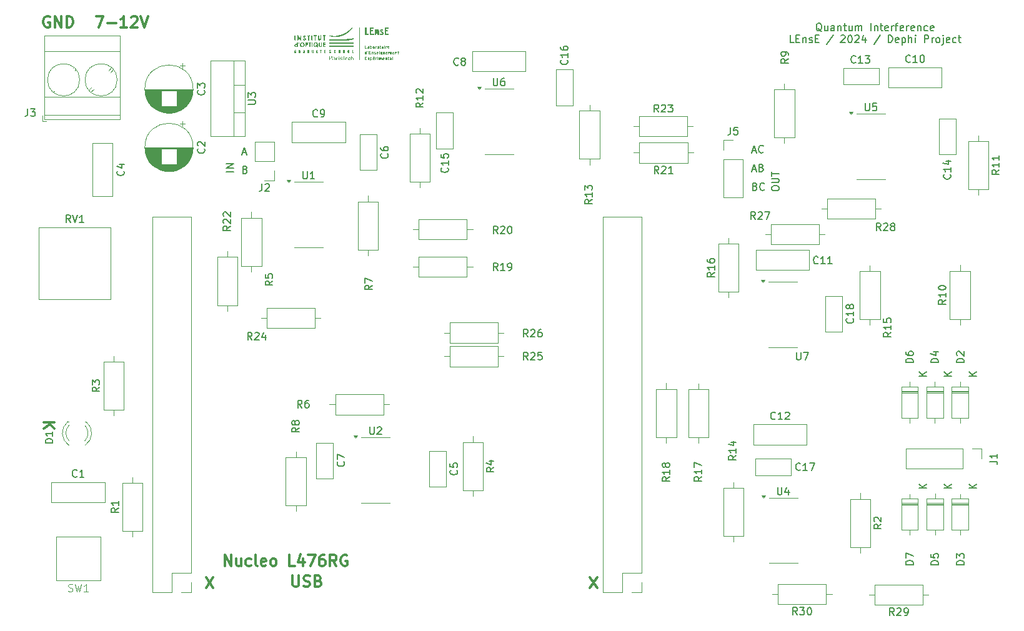
<source format=gbr>
%TF.GenerationSoftware,KiCad,Pcbnew,8.0.1*%
%TF.CreationDate,2025-03-06T17:02:36+01:00*%
%TF.ProjectId,Coincidence_board,436f696e-6369-4646-956e-63655f626f61,rev?*%
%TF.SameCoordinates,Original*%
%TF.FileFunction,Legend,Top*%
%TF.FilePolarity,Positive*%
%FSLAX46Y46*%
G04 Gerber Fmt 4.6, Leading zero omitted, Abs format (unit mm)*
G04 Created by KiCad (PCBNEW 8.0.1) date 2025-03-06 17:02:36*
%MOMM*%
%LPD*%
G01*
G04 APERTURE LIST*
%ADD10C,0.200000*%
%ADD11C,0.300000*%
%ADD12C,0.150000*%
%ADD13C,0.100000*%
%ADD14C,0.120000*%
%ADD15C,0.000000*%
G04 APERTURE END LIST*
D10*
X227467219Y-90117850D02*
X227467219Y-89927374D01*
X227467219Y-89927374D02*
X227514838Y-89832136D01*
X227514838Y-89832136D02*
X227610076Y-89736898D01*
X227610076Y-89736898D02*
X227800552Y-89689279D01*
X227800552Y-89689279D02*
X228133885Y-89689279D01*
X228133885Y-89689279D02*
X228324361Y-89736898D01*
X228324361Y-89736898D02*
X228419600Y-89832136D01*
X228419600Y-89832136D02*
X228467219Y-89927374D01*
X228467219Y-89927374D02*
X228467219Y-90117850D01*
X228467219Y-90117850D02*
X228419600Y-90213088D01*
X228419600Y-90213088D02*
X228324361Y-90308326D01*
X228324361Y-90308326D02*
X228133885Y-90355945D01*
X228133885Y-90355945D02*
X227800552Y-90355945D01*
X227800552Y-90355945D02*
X227610076Y-90308326D01*
X227610076Y-90308326D02*
X227514838Y-90213088D01*
X227514838Y-90213088D02*
X227467219Y-90117850D01*
X227467219Y-89260707D02*
X228276742Y-89260707D01*
X228276742Y-89260707D02*
X228371980Y-89213088D01*
X228371980Y-89213088D02*
X228419600Y-89165469D01*
X228419600Y-89165469D02*
X228467219Y-89070231D01*
X228467219Y-89070231D02*
X228467219Y-88879755D01*
X228467219Y-88879755D02*
X228419600Y-88784517D01*
X228419600Y-88784517D02*
X228371980Y-88736898D01*
X228371980Y-88736898D02*
X228276742Y-88689279D01*
X228276742Y-88689279D02*
X227467219Y-88689279D01*
X227467219Y-88355945D02*
X227467219Y-87784517D01*
X228467219Y-88070231D02*
X227467219Y-88070231D01*
D11*
X153354510Y-141200828D02*
X153354510Y-139700828D01*
X153354510Y-139700828D02*
X154211653Y-141200828D01*
X154211653Y-141200828D02*
X154211653Y-139700828D01*
X155568797Y-140200828D02*
X155568797Y-141200828D01*
X154925939Y-140200828D02*
X154925939Y-140986542D01*
X154925939Y-140986542D02*
X154997368Y-141129400D01*
X154997368Y-141129400D02*
X155140225Y-141200828D01*
X155140225Y-141200828D02*
X155354511Y-141200828D01*
X155354511Y-141200828D02*
X155497368Y-141129400D01*
X155497368Y-141129400D02*
X155568797Y-141057971D01*
X156925940Y-141129400D02*
X156783082Y-141200828D01*
X156783082Y-141200828D02*
X156497368Y-141200828D01*
X156497368Y-141200828D02*
X156354511Y-141129400D01*
X156354511Y-141129400D02*
X156283082Y-141057971D01*
X156283082Y-141057971D02*
X156211654Y-140915114D01*
X156211654Y-140915114D02*
X156211654Y-140486542D01*
X156211654Y-140486542D02*
X156283082Y-140343685D01*
X156283082Y-140343685D02*
X156354511Y-140272257D01*
X156354511Y-140272257D02*
X156497368Y-140200828D01*
X156497368Y-140200828D02*
X156783082Y-140200828D01*
X156783082Y-140200828D02*
X156925940Y-140272257D01*
X157783082Y-141200828D02*
X157640225Y-141129400D01*
X157640225Y-141129400D02*
X157568796Y-140986542D01*
X157568796Y-140986542D02*
X157568796Y-139700828D01*
X158925939Y-141129400D02*
X158783082Y-141200828D01*
X158783082Y-141200828D02*
X158497368Y-141200828D01*
X158497368Y-141200828D02*
X158354510Y-141129400D01*
X158354510Y-141129400D02*
X158283082Y-140986542D01*
X158283082Y-140986542D02*
X158283082Y-140415114D01*
X158283082Y-140415114D02*
X158354510Y-140272257D01*
X158354510Y-140272257D02*
X158497368Y-140200828D01*
X158497368Y-140200828D02*
X158783082Y-140200828D01*
X158783082Y-140200828D02*
X158925939Y-140272257D01*
X158925939Y-140272257D02*
X158997368Y-140415114D01*
X158997368Y-140415114D02*
X158997368Y-140557971D01*
X158997368Y-140557971D02*
X158283082Y-140700828D01*
X159854510Y-141200828D02*
X159711653Y-141129400D01*
X159711653Y-141129400D02*
X159640224Y-141057971D01*
X159640224Y-141057971D02*
X159568796Y-140915114D01*
X159568796Y-140915114D02*
X159568796Y-140486542D01*
X159568796Y-140486542D02*
X159640224Y-140343685D01*
X159640224Y-140343685D02*
X159711653Y-140272257D01*
X159711653Y-140272257D02*
X159854510Y-140200828D01*
X159854510Y-140200828D02*
X160068796Y-140200828D01*
X160068796Y-140200828D02*
X160211653Y-140272257D01*
X160211653Y-140272257D02*
X160283082Y-140343685D01*
X160283082Y-140343685D02*
X160354510Y-140486542D01*
X160354510Y-140486542D02*
X160354510Y-140915114D01*
X160354510Y-140915114D02*
X160283082Y-141057971D01*
X160283082Y-141057971D02*
X160211653Y-141129400D01*
X160211653Y-141129400D02*
X160068796Y-141200828D01*
X160068796Y-141200828D02*
X159854510Y-141200828D01*
X162854510Y-141200828D02*
X162140224Y-141200828D01*
X162140224Y-141200828D02*
X162140224Y-139700828D01*
X163997368Y-140200828D02*
X163997368Y-141200828D01*
X163640225Y-139629400D02*
X163283082Y-140700828D01*
X163283082Y-140700828D02*
X164211653Y-140700828D01*
X164640224Y-139700828D02*
X165640224Y-139700828D01*
X165640224Y-139700828D02*
X164997367Y-141200828D01*
X166854510Y-139700828D02*
X166568795Y-139700828D01*
X166568795Y-139700828D02*
X166425938Y-139772257D01*
X166425938Y-139772257D02*
X166354510Y-139843685D01*
X166354510Y-139843685D02*
X166211652Y-140057971D01*
X166211652Y-140057971D02*
X166140224Y-140343685D01*
X166140224Y-140343685D02*
X166140224Y-140915114D01*
X166140224Y-140915114D02*
X166211652Y-141057971D01*
X166211652Y-141057971D02*
X166283081Y-141129400D01*
X166283081Y-141129400D02*
X166425938Y-141200828D01*
X166425938Y-141200828D02*
X166711652Y-141200828D01*
X166711652Y-141200828D02*
X166854510Y-141129400D01*
X166854510Y-141129400D02*
X166925938Y-141057971D01*
X166925938Y-141057971D02*
X166997367Y-140915114D01*
X166997367Y-140915114D02*
X166997367Y-140557971D01*
X166997367Y-140557971D02*
X166925938Y-140415114D01*
X166925938Y-140415114D02*
X166854510Y-140343685D01*
X166854510Y-140343685D02*
X166711652Y-140272257D01*
X166711652Y-140272257D02*
X166425938Y-140272257D01*
X166425938Y-140272257D02*
X166283081Y-140343685D01*
X166283081Y-140343685D02*
X166211652Y-140415114D01*
X166211652Y-140415114D02*
X166140224Y-140557971D01*
X168497366Y-141200828D02*
X167997366Y-140486542D01*
X167640223Y-141200828D02*
X167640223Y-139700828D01*
X167640223Y-139700828D02*
X168211652Y-139700828D01*
X168211652Y-139700828D02*
X168354509Y-139772257D01*
X168354509Y-139772257D02*
X168425938Y-139843685D01*
X168425938Y-139843685D02*
X168497366Y-139986542D01*
X168497366Y-139986542D02*
X168497366Y-140200828D01*
X168497366Y-140200828D02*
X168425938Y-140343685D01*
X168425938Y-140343685D02*
X168354509Y-140415114D01*
X168354509Y-140415114D02*
X168211652Y-140486542D01*
X168211652Y-140486542D02*
X167640223Y-140486542D01*
X169925938Y-139772257D02*
X169783081Y-139700828D01*
X169783081Y-139700828D02*
X169568795Y-139700828D01*
X169568795Y-139700828D02*
X169354509Y-139772257D01*
X169354509Y-139772257D02*
X169211652Y-139915114D01*
X169211652Y-139915114D02*
X169140223Y-140057971D01*
X169140223Y-140057971D02*
X169068795Y-140343685D01*
X169068795Y-140343685D02*
X169068795Y-140557971D01*
X169068795Y-140557971D02*
X169140223Y-140843685D01*
X169140223Y-140843685D02*
X169211652Y-140986542D01*
X169211652Y-140986542D02*
X169354509Y-141129400D01*
X169354509Y-141129400D02*
X169568795Y-141200828D01*
X169568795Y-141200828D02*
X169711652Y-141200828D01*
X169711652Y-141200828D02*
X169925938Y-141129400D01*
X169925938Y-141129400D02*
X169997366Y-141057971D01*
X169997366Y-141057971D02*
X169997366Y-140557971D01*
X169997366Y-140557971D02*
X169711652Y-140557971D01*
D10*
X156151006Y-87481409D02*
X156293863Y-87529028D01*
X156293863Y-87529028D02*
X156341482Y-87576647D01*
X156341482Y-87576647D02*
X156389101Y-87671885D01*
X156389101Y-87671885D02*
X156389101Y-87814742D01*
X156389101Y-87814742D02*
X156341482Y-87909980D01*
X156341482Y-87909980D02*
X156293863Y-87957600D01*
X156293863Y-87957600D02*
X156198625Y-88005219D01*
X156198625Y-88005219D02*
X155817673Y-88005219D01*
X155817673Y-88005219D02*
X155817673Y-87005219D01*
X155817673Y-87005219D02*
X156151006Y-87005219D01*
X156151006Y-87005219D02*
X156246244Y-87052838D01*
X156246244Y-87052838D02*
X156293863Y-87100457D01*
X156293863Y-87100457D02*
X156341482Y-87195695D01*
X156341482Y-87195695D02*
X156341482Y-87290933D01*
X156341482Y-87290933D02*
X156293863Y-87386171D01*
X156293863Y-87386171D02*
X156246244Y-87433790D01*
X156246244Y-87433790D02*
X156151006Y-87481409D01*
X156151006Y-87481409D02*
X155817673Y-87481409D01*
D11*
X128799171Y-121754510D02*
X130299171Y-121754510D01*
X128799171Y-122611653D02*
X129656314Y-121968796D01*
X130299171Y-122611653D02*
X129442028Y-121754510D01*
D10*
X155770054Y-85179504D02*
X156246244Y-85179504D01*
X155674816Y-85465219D02*
X156008149Y-84465219D01*
X156008149Y-84465219D02*
X156341482Y-85465219D01*
D11*
X202811653Y-142700828D02*
X203811653Y-144200828D01*
X203811653Y-142700828D02*
X202811653Y-144200828D01*
D10*
X154553219Y-87768326D02*
X153553219Y-87768326D01*
X154553219Y-87292136D02*
X153553219Y-87292136D01*
X153553219Y-87292136D02*
X154553219Y-86720708D01*
X154553219Y-86720708D02*
X153553219Y-86720708D01*
X225239006Y-89767409D02*
X225381863Y-89815028D01*
X225381863Y-89815028D02*
X225429482Y-89862647D01*
X225429482Y-89862647D02*
X225477101Y-89957885D01*
X225477101Y-89957885D02*
X225477101Y-90100742D01*
X225477101Y-90100742D02*
X225429482Y-90195980D01*
X225429482Y-90195980D02*
X225381863Y-90243600D01*
X225381863Y-90243600D02*
X225286625Y-90291219D01*
X225286625Y-90291219D02*
X224905673Y-90291219D01*
X224905673Y-90291219D02*
X224905673Y-89291219D01*
X224905673Y-89291219D02*
X225239006Y-89291219D01*
X225239006Y-89291219D02*
X225334244Y-89338838D01*
X225334244Y-89338838D02*
X225381863Y-89386457D01*
X225381863Y-89386457D02*
X225429482Y-89481695D01*
X225429482Y-89481695D02*
X225429482Y-89576933D01*
X225429482Y-89576933D02*
X225381863Y-89672171D01*
X225381863Y-89672171D02*
X225334244Y-89719790D01*
X225334244Y-89719790D02*
X225239006Y-89767409D01*
X225239006Y-89767409D02*
X224905673Y-89767409D01*
X226477101Y-90195980D02*
X226429482Y-90243600D01*
X226429482Y-90243600D02*
X226286625Y-90291219D01*
X226286625Y-90291219D02*
X226191387Y-90291219D01*
X226191387Y-90291219D02*
X226048530Y-90243600D01*
X226048530Y-90243600D02*
X225953292Y-90148361D01*
X225953292Y-90148361D02*
X225905673Y-90053123D01*
X225905673Y-90053123D02*
X225858054Y-89862647D01*
X225858054Y-89862647D02*
X225858054Y-89719790D01*
X225858054Y-89719790D02*
X225905673Y-89529314D01*
X225905673Y-89529314D02*
X225953292Y-89434076D01*
X225953292Y-89434076D02*
X226048530Y-89338838D01*
X226048530Y-89338838D02*
X226191387Y-89291219D01*
X226191387Y-89291219D02*
X226286625Y-89291219D01*
X226286625Y-89291219D02*
X226429482Y-89338838D01*
X226429482Y-89338838D02*
X226477101Y-89386457D01*
D11*
X150811653Y-142700828D02*
X151811653Y-144200828D01*
X151811653Y-142700828D02*
X150811653Y-144200828D01*
D10*
X224858054Y-87465504D02*
X225334244Y-87465504D01*
X224762816Y-87751219D02*
X225096149Y-86751219D01*
X225096149Y-86751219D02*
X225429482Y-87751219D01*
X226096149Y-87227409D02*
X226239006Y-87275028D01*
X226239006Y-87275028D02*
X226286625Y-87322647D01*
X226286625Y-87322647D02*
X226334244Y-87417885D01*
X226334244Y-87417885D02*
X226334244Y-87560742D01*
X226334244Y-87560742D02*
X226286625Y-87655980D01*
X226286625Y-87655980D02*
X226239006Y-87703600D01*
X226239006Y-87703600D02*
X226143768Y-87751219D01*
X226143768Y-87751219D02*
X225762816Y-87751219D01*
X225762816Y-87751219D02*
X225762816Y-86751219D01*
X225762816Y-86751219D02*
X226096149Y-86751219D01*
X226096149Y-86751219D02*
X226191387Y-86798838D01*
X226191387Y-86798838D02*
X226239006Y-86846457D01*
X226239006Y-86846457D02*
X226286625Y-86941695D01*
X226286625Y-86941695D02*
X226286625Y-87036933D01*
X226286625Y-87036933D02*
X226239006Y-87132171D01*
X226239006Y-87132171D02*
X226191387Y-87179790D01*
X226191387Y-87179790D02*
X226096149Y-87227409D01*
X226096149Y-87227409D02*
X225762816Y-87227409D01*
X234261903Y-68752513D02*
X234166665Y-68704894D01*
X234166665Y-68704894D02*
X234071427Y-68609656D01*
X234071427Y-68609656D02*
X233928570Y-68466798D01*
X233928570Y-68466798D02*
X233833332Y-68419179D01*
X233833332Y-68419179D02*
X233738094Y-68419179D01*
X233785713Y-68657275D02*
X233690475Y-68609656D01*
X233690475Y-68609656D02*
X233595237Y-68514417D01*
X233595237Y-68514417D02*
X233547618Y-68323941D01*
X233547618Y-68323941D02*
X233547618Y-67990608D01*
X233547618Y-67990608D02*
X233595237Y-67800132D01*
X233595237Y-67800132D02*
X233690475Y-67704894D01*
X233690475Y-67704894D02*
X233785713Y-67657275D01*
X233785713Y-67657275D02*
X233976189Y-67657275D01*
X233976189Y-67657275D02*
X234071427Y-67704894D01*
X234071427Y-67704894D02*
X234166665Y-67800132D01*
X234166665Y-67800132D02*
X234214284Y-67990608D01*
X234214284Y-67990608D02*
X234214284Y-68323941D01*
X234214284Y-68323941D02*
X234166665Y-68514417D01*
X234166665Y-68514417D02*
X234071427Y-68609656D01*
X234071427Y-68609656D02*
X233976189Y-68657275D01*
X233976189Y-68657275D02*
X233785713Y-68657275D01*
X235071427Y-67990608D02*
X235071427Y-68657275D01*
X234642856Y-67990608D02*
X234642856Y-68514417D01*
X234642856Y-68514417D02*
X234690475Y-68609656D01*
X234690475Y-68609656D02*
X234785713Y-68657275D01*
X234785713Y-68657275D02*
X234928570Y-68657275D01*
X234928570Y-68657275D02*
X235023808Y-68609656D01*
X235023808Y-68609656D02*
X235071427Y-68562036D01*
X235976189Y-68657275D02*
X235976189Y-68133465D01*
X235976189Y-68133465D02*
X235928570Y-68038227D01*
X235928570Y-68038227D02*
X235833332Y-67990608D01*
X235833332Y-67990608D02*
X235642856Y-67990608D01*
X235642856Y-67990608D02*
X235547618Y-68038227D01*
X235976189Y-68609656D02*
X235880951Y-68657275D01*
X235880951Y-68657275D02*
X235642856Y-68657275D01*
X235642856Y-68657275D02*
X235547618Y-68609656D01*
X235547618Y-68609656D02*
X235499999Y-68514417D01*
X235499999Y-68514417D02*
X235499999Y-68419179D01*
X235499999Y-68419179D02*
X235547618Y-68323941D01*
X235547618Y-68323941D02*
X235642856Y-68276322D01*
X235642856Y-68276322D02*
X235880951Y-68276322D01*
X235880951Y-68276322D02*
X235976189Y-68228703D01*
X236452380Y-67990608D02*
X236452380Y-68657275D01*
X236452380Y-68085846D02*
X236499999Y-68038227D01*
X236499999Y-68038227D02*
X236595237Y-67990608D01*
X236595237Y-67990608D02*
X236738094Y-67990608D01*
X236738094Y-67990608D02*
X236833332Y-68038227D01*
X236833332Y-68038227D02*
X236880951Y-68133465D01*
X236880951Y-68133465D02*
X236880951Y-68657275D01*
X237214285Y-67990608D02*
X237595237Y-67990608D01*
X237357142Y-67657275D02*
X237357142Y-68514417D01*
X237357142Y-68514417D02*
X237404761Y-68609656D01*
X237404761Y-68609656D02*
X237499999Y-68657275D01*
X237499999Y-68657275D02*
X237595237Y-68657275D01*
X238357142Y-67990608D02*
X238357142Y-68657275D01*
X237928571Y-67990608D02*
X237928571Y-68514417D01*
X237928571Y-68514417D02*
X237976190Y-68609656D01*
X237976190Y-68609656D02*
X238071428Y-68657275D01*
X238071428Y-68657275D02*
X238214285Y-68657275D01*
X238214285Y-68657275D02*
X238309523Y-68609656D01*
X238309523Y-68609656D02*
X238357142Y-68562036D01*
X238833333Y-68657275D02*
X238833333Y-67990608D01*
X238833333Y-68085846D02*
X238880952Y-68038227D01*
X238880952Y-68038227D02*
X238976190Y-67990608D01*
X238976190Y-67990608D02*
X239119047Y-67990608D01*
X239119047Y-67990608D02*
X239214285Y-68038227D01*
X239214285Y-68038227D02*
X239261904Y-68133465D01*
X239261904Y-68133465D02*
X239261904Y-68657275D01*
X239261904Y-68133465D02*
X239309523Y-68038227D01*
X239309523Y-68038227D02*
X239404761Y-67990608D01*
X239404761Y-67990608D02*
X239547618Y-67990608D01*
X239547618Y-67990608D02*
X239642857Y-68038227D01*
X239642857Y-68038227D02*
X239690476Y-68133465D01*
X239690476Y-68133465D02*
X239690476Y-68657275D01*
X240928571Y-68657275D02*
X240928571Y-67657275D01*
X241404761Y-67990608D02*
X241404761Y-68657275D01*
X241404761Y-68085846D02*
X241452380Y-68038227D01*
X241452380Y-68038227D02*
X241547618Y-67990608D01*
X241547618Y-67990608D02*
X241690475Y-67990608D01*
X241690475Y-67990608D02*
X241785713Y-68038227D01*
X241785713Y-68038227D02*
X241833332Y-68133465D01*
X241833332Y-68133465D02*
X241833332Y-68657275D01*
X242166666Y-67990608D02*
X242547618Y-67990608D01*
X242309523Y-67657275D02*
X242309523Y-68514417D01*
X242309523Y-68514417D02*
X242357142Y-68609656D01*
X242357142Y-68609656D02*
X242452380Y-68657275D01*
X242452380Y-68657275D02*
X242547618Y-68657275D01*
X243261904Y-68609656D02*
X243166666Y-68657275D01*
X243166666Y-68657275D02*
X242976190Y-68657275D01*
X242976190Y-68657275D02*
X242880952Y-68609656D01*
X242880952Y-68609656D02*
X242833333Y-68514417D01*
X242833333Y-68514417D02*
X242833333Y-68133465D01*
X242833333Y-68133465D02*
X242880952Y-68038227D01*
X242880952Y-68038227D02*
X242976190Y-67990608D01*
X242976190Y-67990608D02*
X243166666Y-67990608D01*
X243166666Y-67990608D02*
X243261904Y-68038227D01*
X243261904Y-68038227D02*
X243309523Y-68133465D01*
X243309523Y-68133465D02*
X243309523Y-68228703D01*
X243309523Y-68228703D02*
X242833333Y-68323941D01*
X243738095Y-68657275D02*
X243738095Y-67990608D01*
X243738095Y-68181084D02*
X243785714Y-68085846D01*
X243785714Y-68085846D02*
X243833333Y-68038227D01*
X243833333Y-68038227D02*
X243928571Y-67990608D01*
X243928571Y-67990608D02*
X244023809Y-67990608D01*
X244214286Y-67990608D02*
X244595238Y-67990608D01*
X244357143Y-68657275D02*
X244357143Y-67800132D01*
X244357143Y-67800132D02*
X244404762Y-67704894D01*
X244404762Y-67704894D02*
X244500000Y-67657275D01*
X244500000Y-67657275D02*
X244595238Y-67657275D01*
X245309524Y-68609656D02*
X245214286Y-68657275D01*
X245214286Y-68657275D02*
X245023810Y-68657275D01*
X245023810Y-68657275D02*
X244928572Y-68609656D01*
X244928572Y-68609656D02*
X244880953Y-68514417D01*
X244880953Y-68514417D02*
X244880953Y-68133465D01*
X244880953Y-68133465D02*
X244928572Y-68038227D01*
X244928572Y-68038227D02*
X245023810Y-67990608D01*
X245023810Y-67990608D02*
X245214286Y-67990608D01*
X245214286Y-67990608D02*
X245309524Y-68038227D01*
X245309524Y-68038227D02*
X245357143Y-68133465D01*
X245357143Y-68133465D02*
X245357143Y-68228703D01*
X245357143Y-68228703D02*
X244880953Y-68323941D01*
X245785715Y-68657275D02*
X245785715Y-67990608D01*
X245785715Y-68181084D02*
X245833334Y-68085846D01*
X245833334Y-68085846D02*
X245880953Y-68038227D01*
X245880953Y-68038227D02*
X245976191Y-67990608D01*
X245976191Y-67990608D02*
X246071429Y-67990608D01*
X246785715Y-68609656D02*
X246690477Y-68657275D01*
X246690477Y-68657275D02*
X246500001Y-68657275D01*
X246500001Y-68657275D02*
X246404763Y-68609656D01*
X246404763Y-68609656D02*
X246357144Y-68514417D01*
X246357144Y-68514417D02*
X246357144Y-68133465D01*
X246357144Y-68133465D02*
X246404763Y-68038227D01*
X246404763Y-68038227D02*
X246500001Y-67990608D01*
X246500001Y-67990608D02*
X246690477Y-67990608D01*
X246690477Y-67990608D02*
X246785715Y-68038227D01*
X246785715Y-68038227D02*
X246833334Y-68133465D01*
X246833334Y-68133465D02*
X246833334Y-68228703D01*
X246833334Y-68228703D02*
X246357144Y-68323941D01*
X247261906Y-67990608D02*
X247261906Y-68657275D01*
X247261906Y-68085846D02*
X247309525Y-68038227D01*
X247309525Y-68038227D02*
X247404763Y-67990608D01*
X247404763Y-67990608D02*
X247547620Y-67990608D01*
X247547620Y-67990608D02*
X247642858Y-68038227D01*
X247642858Y-68038227D02*
X247690477Y-68133465D01*
X247690477Y-68133465D02*
X247690477Y-68657275D01*
X248595239Y-68609656D02*
X248500001Y-68657275D01*
X248500001Y-68657275D02*
X248309525Y-68657275D01*
X248309525Y-68657275D02*
X248214287Y-68609656D01*
X248214287Y-68609656D02*
X248166668Y-68562036D01*
X248166668Y-68562036D02*
X248119049Y-68466798D01*
X248119049Y-68466798D02*
X248119049Y-68181084D01*
X248119049Y-68181084D02*
X248166668Y-68085846D01*
X248166668Y-68085846D02*
X248214287Y-68038227D01*
X248214287Y-68038227D02*
X248309525Y-67990608D01*
X248309525Y-67990608D02*
X248500001Y-67990608D01*
X248500001Y-67990608D02*
X248595239Y-68038227D01*
X249404763Y-68609656D02*
X249309525Y-68657275D01*
X249309525Y-68657275D02*
X249119049Y-68657275D01*
X249119049Y-68657275D02*
X249023811Y-68609656D01*
X249023811Y-68609656D02*
X248976192Y-68514417D01*
X248976192Y-68514417D02*
X248976192Y-68133465D01*
X248976192Y-68133465D02*
X249023811Y-68038227D01*
X249023811Y-68038227D02*
X249119049Y-67990608D01*
X249119049Y-67990608D02*
X249309525Y-67990608D01*
X249309525Y-67990608D02*
X249404763Y-68038227D01*
X249404763Y-68038227D02*
X249452382Y-68133465D01*
X249452382Y-68133465D02*
X249452382Y-68228703D01*
X249452382Y-68228703D02*
X248976192Y-68323941D01*
X230476189Y-70267219D02*
X229999999Y-70267219D01*
X229999999Y-70267219D02*
X229999999Y-69267219D01*
X230809523Y-69743409D02*
X231142856Y-69743409D01*
X231285713Y-70267219D02*
X230809523Y-70267219D01*
X230809523Y-70267219D02*
X230809523Y-69267219D01*
X230809523Y-69267219D02*
X231285713Y-69267219D01*
X231714285Y-69600552D02*
X231714285Y-70267219D01*
X231714285Y-69695790D02*
X231761904Y-69648171D01*
X231761904Y-69648171D02*
X231857142Y-69600552D01*
X231857142Y-69600552D02*
X231999999Y-69600552D01*
X231999999Y-69600552D02*
X232095237Y-69648171D01*
X232095237Y-69648171D02*
X232142856Y-69743409D01*
X232142856Y-69743409D02*
X232142856Y-70267219D01*
X232571428Y-70219600D02*
X232666666Y-70267219D01*
X232666666Y-70267219D02*
X232857142Y-70267219D01*
X232857142Y-70267219D02*
X232952380Y-70219600D01*
X232952380Y-70219600D02*
X232999999Y-70124361D01*
X232999999Y-70124361D02*
X232999999Y-70076742D01*
X232999999Y-70076742D02*
X232952380Y-69981504D01*
X232952380Y-69981504D02*
X232857142Y-69933885D01*
X232857142Y-69933885D02*
X232714285Y-69933885D01*
X232714285Y-69933885D02*
X232619047Y-69886266D01*
X232619047Y-69886266D02*
X232571428Y-69791028D01*
X232571428Y-69791028D02*
X232571428Y-69743409D01*
X232571428Y-69743409D02*
X232619047Y-69648171D01*
X232619047Y-69648171D02*
X232714285Y-69600552D01*
X232714285Y-69600552D02*
X232857142Y-69600552D01*
X232857142Y-69600552D02*
X232952380Y-69648171D01*
X233428571Y-69743409D02*
X233761904Y-69743409D01*
X233904761Y-70267219D02*
X233428571Y-70267219D01*
X233428571Y-70267219D02*
X233428571Y-69267219D01*
X233428571Y-69267219D02*
X233904761Y-69267219D01*
X235809523Y-69219600D02*
X234952381Y-70505314D01*
X236857143Y-69362457D02*
X236904762Y-69314838D01*
X236904762Y-69314838D02*
X237000000Y-69267219D01*
X237000000Y-69267219D02*
X237238095Y-69267219D01*
X237238095Y-69267219D02*
X237333333Y-69314838D01*
X237333333Y-69314838D02*
X237380952Y-69362457D01*
X237380952Y-69362457D02*
X237428571Y-69457695D01*
X237428571Y-69457695D02*
X237428571Y-69552933D01*
X237428571Y-69552933D02*
X237380952Y-69695790D01*
X237380952Y-69695790D02*
X236809524Y-70267219D01*
X236809524Y-70267219D02*
X237428571Y-70267219D01*
X238047619Y-69267219D02*
X238142857Y-69267219D01*
X238142857Y-69267219D02*
X238238095Y-69314838D01*
X238238095Y-69314838D02*
X238285714Y-69362457D01*
X238285714Y-69362457D02*
X238333333Y-69457695D01*
X238333333Y-69457695D02*
X238380952Y-69648171D01*
X238380952Y-69648171D02*
X238380952Y-69886266D01*
X238380952Y-69886266D02*
X238333333Y-70076742D01*
X238333333Y-70076742D02*
X238285714Y-70171980D01*
X238285714Y-70171980D02*
X238238095Y-70219600D01*
X238238095Y-70219600D02*
X238142857Y-70267219D01*
X238142857Y-70267219D02*
X238047619Y-70267219D01*
X238047619Y-70267219D02*
X237952381Y-70219600D01*
X237952381Y-70219600D02*
X237904762Y-70171980D01*
X237904762Y-70171980D02*
X237857143Y-70076742D01*
X237857143Y-70076742D02*
X237809524Y-69886266D01*
X237809524Y-69886266D02*
X237809524Y-69648171D01*
X237809524Y-69648171D02*
X237857143Y-69457695D01*
X237857143Y-69457695D02*
X237904762Y-69362457D01*
X237904762Y-69362457D02*
X237952381Y-69314838D01*
X237952381Y-69314838D02*
X238047619Y-69267219D01*
X238761905Y-69362457D02*
X238809524Y-69314838D01*
X238809524Y-69314838D02*
X238904762Y-69267219D01*
X238904762Y-69267219D02*
X239142857Y-69267219D01*
X239142857Y-69267219D02*
X239238095Y-69314838D01*
X239238095Y-69314838D02*
X239285714Y-69362457D01*
X239285714Y-69362457D02*
X239333333Y-69457695D01*
X239333333Y-69457695D02*
X239333333Y-69552933D01*
X239333333Y-69552933D02*
X239285714Y-69695790D01*
X239285714Y-69695790D02*
X238714286Y-70267219D01*
X238714286Y-70267219D02*
X239333333Y-70267219D01*
X240190476Y-69600552D02*
X240190476Y-70267219D01*
X239952381Y-69219600D02*
X239714286Y-69933885D01*
X239714286Y-69933885D02*
X240333333Y-69933885D01*
X242190476Y-69219600D02*
X241333334Y-70505314D01*
X243285715Y-70267219D02*
X243285715Y-69267219D01*
X243285715Y-69267219D02*
X243523810Y-69267219D01*
X243523810Y-69267219D02*
X243666667Y-69314838D01*
X243666667Y-69314838D02*
X243761905Y-69410076D01*
X243761905Y-69410076D02*
X243809524Y-69505314D01*
X243809524Y-69505314D02*
X243857143Y-69695790D01*
X243857143Y-69695790D02*
X243857143Y-69838647D01*
X243857143Y-69838647D02*
X243809524Y-70029123D01*
X243809524Y-70029123D02*
X243761905Y-70124361D01*
X243761905Y-70124361D02*
X243666667Y-70219600D01*
X243666667Y-70219600D02*
X243523810Y-70267219D01*
X243523810Y-70267219D02*
X243285715Y-70267219D01*
X244666667Y-70219600D02*
X244571429Y-70267219D01*
X244571429Y-70267219D02*
X244380953Y-70267219D01*
X244380953Y-70267219D02*
X244285715Y-70219600D01*
X244285715Y-70219600D02*
X244238096Y-70124361D01*
X244238096Y-70124361D02*
X244238096Y-69743409D01*
X244238096Y-69743409D02*
X244285715Y-69648171D01*
X244285715Y-69648171D02*
X244380953Y-69600552D01*
X244380953Y-69600552D02*
X244571429Y-69600552D01*
X244571429Y-69600552D02*
X244666667Y-69648171D01*
X244666667Y-69648171D02*
X244714286Y-69743409D01*
X244714286Y-69743409D02*
X244714286Y-69838647D01*
X244714286Y-69838647D02*
X244238096Y-69933885D01*
X245142858Y-69600552D02*
X245142858Y-70600552D01*
X245142858Y-69648171D02*
X245238096Y-69600552D01*
X245238096Y-69600552D02*
X245428572Y-69600552D01*
X245428572Y-69600552D02*
X245523810Y-69648171D01*
X245523810Y-69648171D02*
X245571429Y-69695790D01*
X245571429Y-69695790D02*
X245619048Y-69791028D01*
X245619048Y-69791028D02*
X245619048Y-70076742D01*
X245619048Y-70076742D02*
X245571429Y-70171980D01*
X245571429Y-70171980D02*
X245523810Y-70219600D01*
X245523810Y-70219600D02*
X245428572Y-70267219D01*
X245428572Y-70267219D02*
X245238096Y-70267219D01*
X245238096Y-70267219D02*
X245142858Y-70219600D01*
X246047620Y-70267219D02*
X246047620Y-69267219D01*
X246476191Y-70267219D02*
X246476191Y-69743409D01*
X246476191Y-69743409D02*
X246428572Y-69648171D01*
X246428572Y-69648171D02*
X246333334Y-69600552D01*
X246333334Y-69600552D02*
X246190477Y-69600552D01*
X246190477Y-69600552D02*
X246095239Y-69648171D01*
X246095239Y-69648171D02*
X246047620Y-69695790D01*
X246952382Y-70267219D02*
X246952382Y-69600552D01*
X246952382Y-69267219D02*
X246904763Y-69314838D01*
X246904763Y-69314838D02*
X246952382Y-69362457D01*
X246952382Y-69362457D02*
X247000001Y-69314838D01*
X247000001Y-69314838D02*
X246952382Y-69267219D01*
X246952382Y-69267219D02*
X246952382Y-69362457D01*
X248190477Y-70267219D02*
X248190477Y-69267219D01*
X248190477Y-69267219D02*
X248571429Y-69267219D01*
X248571429Y-69267219D02*
X248666667Y-69314838D01*
X248666667Y-69314838D02*
X248714286Y-69362457D01*
X248714286Y-69362457D02*
X248761905Y-69457695D01*
X248761905Y-69457695D02*
X248761905Y-69600552D01*
X248761905Y-69600552D02*
X248714286Y-69695790D01*
X248714286Y-69695790D02*
X248666667Y-69743409D01*
X248666667Y-69743409D02*
X248571429Y-69791028D01*
X248571429Y-69791028D02*
X248190477Y-69791028D01*
X249190477Y-70267219D02*
X249190477Y-69600552D01*
X249190477Y-69791028D02*
X249238096Y-69695790D01*
X249238096Y-69695790D02*
X249285715Y-69648171D01*
X249285715Y-69648171D02*
X249380953Y-69600552D01*
X249380953Y-69600552D02*
X249476191Y-69600552D01*
X249952382Y-70267219D02*
X249857144Y-70219600D01*
X249857144Y-70219600D02*
X249809525Y-70171980D01*
X249809525Y-70171980D02*
X249761906Y-70076742D01*
X249761906Y-70076742D02*
X249761906Y-69791028D01*
X249761906Y-69791028D02*
X249809525Y-69695790D01*
X249809525Y-69695790D02*
X249857144Y-69648171D01*
X249857144Y-69648171D02*
X249952382Y-69600552D01*
X249952382Y-69600552D02*
X250095239Y-69600552D01*
X250095239Y-69600552D02*
X250190477Y-69648171D01*
X250190477Y-69648171D02*
X250238096Y-69695790D01*
X250238096Y-69695790D02*
X250285715Y-69791028D01*
X250285715Y-69791028D02*
X250285715Y-70076742D01*
X250285715Y-70076742D02*
X250238096Y-70171980D01*
X250238096Y-70171980D02*
X250190477Y-70219600D01*
X250190477Y-70219600D02*
X250095239Y-70267219D01*
X250095239Y-70267219D02*
X249952382Y-70267219D01*
X250714287Y-69600552D02*
X250714287Y-70457695D01*
X250714287Y-70457695D02*
X250666668Y-70552933D01*
X250666668Y-70552933D02*
X250571430Y-70600552D01*
X250571430Y-70600552D02*
X250523811Y-70600552D01*
X250714287Y-69267219D02*
X250666668Y-69314838D01*
X250666668Y-69314838D02*
X250714287Y-69362457D01*
X250714287Y-69362457D02*
X250761906Y-69314838D01*
X250761906Y-69314838D02*
X250714287Y-69267219D01*
X250714287Y-69267219D02*
X250714287Y-69362457D01*
X251571429Y-70219600D02*
X251476191Y-70267219D01*
X251476191Y-70267219D02*
X251285715Y-70267219D01*
X251285715Y-70267219D02*
X251190477Y-70219600D01*
X251190477Y-70219600D02*
X251142858Y-70124361D01*
X251142858Y-70124361D02*
X251142858Y-69743409D01*
X251142858Y-69743409D02*
X251190477Y-69648171D01*
X251190477Y-69648171D02*
X251285715Y-69600552D01*
X251285715Y-69600552D02*
X251476191Y-69600552D01*
X251476191Y-69600552D02*
X251571429Y-69648171D01*
X251571429Y-69648171D02*
X251619048Y-69743409D01*
X251619048Y-69743409D02*
X251619048Y-69838647D01*
X251619048Y-69838647D02*
X251142858Y-69933885D01*
X252476191Y-70219600D02*
X252380953Y-70267219D01*
X252380953Y-70267219D02*
X252190477Y-70267219D01*
X252190477Y-70267219D02*
X252095239Y-70219600D01*
X252095239Y-70219600D02*
X252047620Y-70171980D01*
X252047620Y-70171980D02*
X252000001Y-70076742D01*
X252000001Y-70076742D02*
X252000001Y-69791028D01*
X252000001Y-69791028D02*
X252047620Y-69695790D01*
X252047620Y-69695790D02*
X252095239Y-69648171D01*
X252095239Y-69648171D02*
X252190477Y-69600552D01*
X252190477Y-69600552D02*
X252380953Y-69600552D01*
X252380953Y-69600552D02*
X252476191Y-69648171D01*
X252761906Y-69600552D02*
X253142858Y-69600552D01*
X252904763Y-69267219D02*
X252904763Y-70124361D01*
X252904763Y-70124361D02*
X252952382Y-70219600D01*
X252952382Y-70219600D02*
X253047620Y-70267219D01*
X253047620Y-70267219D02*
X253142858Y-70267219D01*
D11*
X135911653Y-66700828D02*
X136911653Y-66700828D01*
X136911653Y-66700828D02*
X136268796Y-68200828D01*
X137483081Y-67629400D02*
X138625939Y-67629400D01*
X140125939Y-68200828D02*
X139268796Y-68200828D01*
X139697367Y-68200828D02*
X139697367Y-66700828D01*
X139697367Y-66700828D02*
X139554510Y-66915114D01*
X139554510Y-66915114D02*
X139411653Y-67057971D01*
X139411653Y-67057971D02*
X139268796Y-67129400D01*
X140697367Y-66843685D02*
X140768795Y-66772257D01*
X140768795Y-66772257D02*
X140911653Y-66700828D01*
X140911653Y-66700828D02*
X141268795Y-66700828D01*
X141268795Y-66700828D02*
X141411653Y-66772257D01*
X141411653Y-66772257D02*
X141483081Y-66843685D01*
X141483081Y-66843685D02*
X141554510Y-66986542D01*
X141554510Y-66986542D02*
X141554510Y-67129400D01*
X141554510Y-67129400D02*
X141483081Y-67343685D01*
X141483081Y-67343685D02*
X140625938Y-68200828D01*
X140625938Y-68200828D02*
X141554510Y-68200828D01*
X141983081Y-66700828D02*
X142483081Y-68200828D01*
X142483081Y-68200828D02*
X142983081Y-66700828D01*
D10*
X224858054Y-84925504D02*
X225334244Y-84925504D01*
X224762816Y-85211219D02*
X225096149Y-84211219D01*
X225096149Y-84211219D02*
X225429482Y-85211219D01*
X226334244Y-85115980D02*
X226286625Y-85163600D01*
X226286625Y-85163600D02*
X226143768Y-85211219D01*
X226143768Y-85211219D02*
X226048530Y-85211219D01*
X226048530Y-85211219D02*
X225905673Y-85163600D01*
X225905673Y-85163600D02*
X225810435Y-85068361D01*
X225810435Y-85068361D02*
X225762816Y-84973123D01*
X225762816Y-84973123D02*
X225715197Y-84782647D01*
X225715197Y-84782647D02*
X225715197Y-84639790D01*
X225715197Y-84639790D02*
X225762816Y-84449314D01*
X225762816Y-84449314D02*
X225810435Y-84354076D01*
X225810435Y-84354076D02*
X225905673Y-84258838D01*
X225905673Y-84258838D02*
X226048530Y-84211219D01*
X226048530Y-84211219D02*
X226143768Y-84211219D01*
X226143768Y-84211219D02*
X226286625Y-84258838D01*
X226286625Y-84258838D02*
X226334244Y-84306457D01*
D11*
X162554510Y-142500828D02*
X162554510Y-143715114D01*
X162554510Y-143715114D02*
X162625939Y-143857971D01*
X162625939Y-143857971D02*
X162697368Y-143929400D01*
X162697368Y-143929400D02*
X162840225Y-144000828D01*
X162840225Y-144000828D02*
X163125939Y-144000828D01*
X163125939Y-144000828D02*
X163268796Y-143929400D01*
X163268796Y-143929400D02*
X163340225Y-143857971D01*
X163340225Y-143857971D02*
X163411653Y-143715114D01*
X163411653Y-143715114D02*
X163411653Y-142500828D01*
X164054511Y-143929400D02*
X164268797Y-144000828D01*
X164268797Y-144000828D02*
X164625939Y-144000828D01*
X164625939Y-144000828D02*
X164768797Y-143929400D01*
X164768797Y-143929400D02*
X164840225Y-143857971D01*
X164840225Y-143857971D02*
X164911654Y-143715114D01*
X164911654Y-143715114D02*
X164911654Y-143572257D01*
X164911654Y-143572257D02*
X164840225Y-143429400D01*
X164840225Y-143429400D02*
X164768797Y-143357971D01*
X164768797Y-143357971D02*
X164625939Y-143286542D01*
X164625939Y-143286542D02*
X164340225Y-143215114D01*
X164340225Y-143215114D02*
X164197368Y-143143685D01*
X164197368Y-143143685D02*
X164125939Y-143072257D01*
X164125939Y-143072257D02*
X164054511Y-142929400D01*
X164054511Y-142929400D02*
X164054511Y-142786542D01*
X164054511Y-142786542D02*
X164125939Y-142643685D01*
X164125939Y-142643685D02*
X164197368Y-142572257D01*
X164197368Y-142572257D02*
X164340225Y-142500828D01*
X164340225Y-142500828D02*
X164697368Y-142500828D01*
X164697368Y-142500828D02*
X164911654Y-142572257D01*
X166054510Y-143215114D02*
X166268796Y-143286542D01*
X166268796Y-143286542D02*
X166340225Y-143357971D01*
X166340225Y-143357971D02*
X166411653Y-143500828D01*
X166411653Y-143500828D02*
X166411653Y-143715114D01*
X166411653Y-143715114D02*
X166340225Y-143857971D01*
X166340225Y-143857971D02*
X166268796Y-143929400D01*
X166268796Y-143929400D02*
X166125939Y-144000828D01*
X166125939Y-144000828D02*
X165554510Y-144000828D01*
X165554510Y-144000828D02*
X165554510Y-142500828D01*
X165554510Y-142500828D02*
X166054510Y-142500828D01*
X166054510Y-142500828D02*
X166197368Y-142572257D01*
X166197368Y-142572257D02*
X166268796Y-142643685D01*
X166268796Y-142643685D02*
X166340225Y-142786542D01*
X166340225Y-142786542D02*
X166340225Y-142929400D01*
X166340225Y-142929400D02*
X166268796Y-143072257D01*
X166268796Y-143072257D02*
X166197368Y-143143685D01*
X166197368Y-143143685D02*
X166054510Y-143215114D01*
X166054510Y-143215114D02*
X165554510Y-143215114D01*
X129640225Y-66772257D02*
X129497368Y-66700828D01*
X129497368Y-66700828D02*
X129283082Y-66700828D01*
X129283082Y-66700828D02*
X129068796Y-66772257D01*
X129068796Y-66772257D02*
X128925939Y-66915114D01*
X128925939Y-66915114D02*
X128854510Y-67057971D01*
X128854510Y-67057971D02*
X128783082Y-67343685D01*
X128783082Y-67343685D02*
X128783082Y-67557971D01*
X128783082Y-67557971D02*
X128854510Y-67843685D01*
X128854510Y-67843685D02*
X128925939Y-67986542D01*
X128925939Y-67986542D02*
X129068796Y-68129400D01*
X129068796Y-68129400D02*
X129283082Y-68200828D01*
X129283082Y-68200828D02*
X129425939Y-68200828D01*
X129425939Y-68200828D02*
X129640225Y-68129400D01*
X129640225Y-68129400D02*
X129711653Y-68057971D01*
X129711653Y-68057971D02*
X129711653Y-67557971D01*
X129711653Y-67557971D02*
X129425939Y-67557971D01*
X130354510Y-68200828D02*
X130354510Y-66700828D01*
X130354510Y-66700828D02*
X131211653Y-68200828D01*
X131211653Y-68200828D02*
X131211653Y-66700828D01*
X131925939Y-68200828D02*
X131925939Y-66700828D01*
X131925939Y-66700828D02*
X132283082Y-66700828D01*
X132283082Y-66700828D02*
X132497368Y-66772257D01*
X132497368Y-66772257D02*
X132640225Y-66915114D01*
X132640225Y-66915114D02*
X132711654Y-67057971D01*
X132711654Y-67057971D02*
X132783082Y-67343685D01*
X132783082Y-67343685D02*
X132783082Y-67557971D01*
X132783082Y-67557971D02*
X132711654Y-67843685D01*
X132711654Y-67843685D02*
X132640225Y-67986542D01*
X132640225Y-67986542D02*
X132497368Y-68129400D01*
X132497368Y-68129400D02*
X132283082Y-68200828D01*
X132283082Y-68200828D02*
X131925939Y-68200828D01*
D12*
X169489580Y-127086666D02*
X169537200Y-127134285D01*
X169537200Y-127134285D02*
X169584819Y-127277142D01*
X169584819Y-127277142D02*
X169584819Y-127372380D01*
X169584819Y-127372380D02*
X169537200Y-127515237D01*
X169537200Y-127515237D02*
X169441961Y-127610475D01*
X169441961Y-127610475D02*
X169346723Y-127658094D01*
X169346723Y-127658094D02*
X169156247Y-127705713D01*
X169156247Y-127705713D02*
X169013390Y-127705713D01*
X169013390Y-127705713D02*
X168822914Y-127658094D01*
X168822914Y-127658094D02*
X168727676Y-127610475D01*
X168727676Y-127610475D02*
X168632438Y-127515237D01*
X168632438Y-127515237D02*
X168584819Y-127372380D01*
X168584819Y-127372380D02*
X168584819Y-127277142D01*
X168584819Y-127277142D02*
X168632438Y-127134285D01*
X168632438Y-127134285D02*
X168680057Y-127086666D01*
X168584819Y-126753332D02*
X168584819Y-126086666D01*
X168584819Y-126086666D02*
X169584819Y-126515237D01*
X221916666Y-81750819D02*
X221916666Y-82465104D01*
X221916666Y-82465104D02*
X221869047Y-82607961D01*
X221869047Y-82607961D02*
X221773809Y-82703200D01*
X221773809Y-82703200D02*
X221630952Y-82750819D01*
X221630952Y-82750819D02*
X221535714Y-82750819D01*
X222869047Y-81750819D02*
X222392857Y-81750819D01*
X222392857Y-81750819D02*
X222345238Y-82227009D01*
X222345238Y-82227009D02*
X222392857Y-82179390D01*
X222392857Y-82179390D02*
X222488095Y-82131771D01*
X222488095Y-82131771D02*
X222726190Y-82131771D01*
X222726190Y-82131771D02*
X222821428Y-82179390D01*
X222821428Y-82179390D02*
X222869047Y-82227009D01*
X222869047Y-82227009D02*
X222916666Y-82322247D01*
X222916666Y-82322247D02*
X222916666Y-82560342D01*
X222916666Y-82560342D02*
X222869047Y-82655580D01*
X222869047Y-82655580D02*
X222821428Y-82703200D01*
X222821428Y-82703200D02*
X222726190Y-82750819D01*
X222726190Y-82750819D02*
X222488095Y-82750819D01*
X222488095Y-82750819D02*
X222392857Y-82703200D01*
X222392857Y-82703200D02*
X222345238Y-82655580D01*
X132449761Y-94639819D02*
X132116428Y-94163628D01*
X131878333Y-94639819D02*
X131878333Y-93639819D01*
X131878333Y-93639819D02*
X132259285Y-93639819D01*
X132259285Y-93639819D02*
X132354523Y-93687438D01*
X132354523Y-93687438D02*
X132402142Y-93735057D01*
X132402142Y-93735057D02*
X132449761Y-93830295D01*
X132449761Y-93830295D02*
X132449761Y-93973152D01*
X132449761Y-93973152D02*
X132402142Y-94068390D01*
X132402142Y-94068390D02*
X132354523Y-94116009D01*
X132354523Y-94116009D02*
X132259285Y-94163628D01*
X132259285Y-94163628D02*
X131878333Y-94163628D01*
X132735476Y-93639819D02*
X133068809Y-94639819D01*
X133068809Y-94639819D02*
X133402142Y-93639819D01*
X134259285Y-94639819D02*
X133687857Y-94639819D01*
X133973571Y-94639819D02*
X133973571Y-93639819D01*
X133973571Y-93639819D02*
X133878333Y-93782676D01*
X133878333Y-93782676D02*
X133783095Y-93877914D01*
X133783095Y-93877914D02*
X133687857Y-93925533D01*
X184809580Y-128216666D02*
X184857200Y-128264285D01*
X184857200Y-128264285D02*
X184904819Y-128407142D01*
X184904819Y-128407142D02*
X184904819Y-128502380D01*
X184904819Y-128502380D02*
X184857200Y-128645237D01*
X184857200Y-128645237D02*
X184761961Y-128740475D01*
X184761961Y-128740475D02*
X184666723Y-128788094D01*
X184666723Y-128788094D02*
X184476247Y-128835713D01*
X184476247Y-128835713D02*
X184333390Y-128835713D01*
X184333390Y-128835713D02*
X184142914Y-128788094D01*
X184142914Y-128788094D02*
X184047676Y-128740475D01*
X184047676Y-128740475D02*
X183952438Y-128645237D01*
X183952438Y-128645237D02*
X183904819Y-128502380D01*
X183904819Y-128502380D02*
X183904819Y-128407142D01*
X183904819Y-128407142D02*
X183952438Y-128264285D01*
X183952438Y-128264285D02*
X184000057Y-128216666D01*
X183904819Y-127311904D02*
X183904819Y-127788094D01*
X183904819Y-127788094D02*
X184381009Y-127835713D01*
X184381009Y-127835713D02*
X184333390Y-127788094D01*
X184333390Y-127788094D02*
X184285771Y-127692856D01*
X184285771Y-127692856D02*
X184285771Y-127454761D01*
X184285771Y-127454761D02*
X184333390Y-127359523D01*
X184333390Y-127359523D02*
X184381009Y-127311904D01*
X184381009Y-127311904D02*
X184476247Y-127264285D01*
X184476247Y-127264285D02*
X184714342Y-127264285D01*
X184714342Y-127264285D02*
X184809580Y-127311904D01*
X184809580Y-127311904D02*
X184857200Y-127359523D01*
X184857200Y-127359523D02*
X184904819Y-127454761D01*
X184904819Y-127454761D02*
X184904819Y-127692856D01*
X184904819Y-127692856D02*
X184857200Y-127788094D01*
X184857200Y-127788094D02*
X184809580Y-127835713D01*
X190357142Y-96154819D02*
X190023809Y-95678628D01*
X189785714Y-96154819D02*
X189785714Y-95154819D01*
X189785714Y-95154819D02*
X190166666Y-95154819D01*
X190166666Y-95154819D02*
X190261904Y-95202438D01*
X190261904Y-95202438D02*
X190309523Y-95250057D01*
X190309523Y-95250057D02*
X190357142Y-95345295D01*
X190357142Y-95345295D02*
X190357142Y-95488152D01*
X190357142Y-95488152D02*
X190309523Y-95583390D01*
X190309523Y-95583390D02*
X190261904Y-95631009D01*
X190261904Y-95631009D02*
X190166666Y-95678628D01*
X190166666Y-95678628D02*
X189785714Y-95678628D01*
X190738095Y-95250057D02*
X190785714Y-95202438D01*
X190785714Y-95202438D02*
X190880952Y-95154819D01*
X190880952Y-95154819D02*
X191119047Y-95154819D01*
X191119047Y-95154819D02*
X191214285Y-95202438D01*
X191214285Y-95202438D02*
X191261904Y-95250057D01*
X191261904Y-95250057D02*
X191309523Y-95345295D01*
X191309523Y-95345295D02*
X191309523Y-95440533D01*
X191309523Y-95440533D02*
X191261904Y-95583390D01*
X191261904Y-95583390D02*
X190690476Y-96154819D01*
X190690476Y-96154819D02*
X191309523Y-96154819D01*
X191928571Y-95154819D02*
X192023809Y-95154819D01*
X192023809Y-95154819D02*
X192119047Y-95202438D01*
X192119047Y-95202438D02*
X192166666Y-95250057D01*
X192166666Y-95250057D02*
X192214285Y-95345295D01*
X192214285Y-95345295D02*
X192261904Y-95535771D01*
X192261904Y-95535771D02*
X192261904Y-95773866D01*
X192261904Y-95773866D02*
X192214285Y-95964342D01*
X192214285Y-95964342D02*
X192166666Y-96059580D01*
X192166666Y-96059580D02*
X192119047Y-96107200D01*
X192119047Y-96107200D02*
X192023809Y-96154819D01*
X192023809Y-96154819D02*
X191928571Y-96154819D01*
X191928571Y-96154819D02*
X191833333Y-96107200D01*
X191833333Y-96107200D02*
X191785714Y-96059580D01*
X191785714Y-96059580D02*
X191738095Y-95964342D01*
X191738095Y-95964342D02*
X191690476Y-95773866D01*
X191690476Y-95773866D02*
X191690476Y-95535771D01*
X191690476Y-95535771D02*
X191738095Y-95345295D01*
X191738095Y-95345295D02*
X191785714Y-95250057D01*
X191785714Y-95250057D02*
X191833333Y-95202438D01*
X191833333Y-95202438D02*
X191928571Y-95154819D01*
X130054819Y-124538094D02*
X129054819Y-124538094D01*
X129054819Y-124538094D02*
X129054819Y-124299999D01*
X129054819Y-124299999D02*
X129102438Y-124157142D01*
X129102438Y-124157142D02*
X129197676Y-124061904D01*
X129197676Y-124061904D02*
X129292914Y-124014285D01*
X129292914Y-124014285D02*
X129483390Y-123966666D01*
X129483390Y-123966666D02*
X129626247Y-123966666D01*
X129626247Y-123966666D02*
X129816723Y-124014285D01*
X129816723Y-124014285D02*
X129911961Y-124061904D01*
X129911961Y-124061904D02*
X130007200Y-124157142D01*
X130007200Y-124157142D02*
X130054819Y-124299999D01*
X130054819Y-124299999D02*
X130054819Y-124538094D01*
X130054819Y-123014285D02*
X130054819Y-123585713D01*
X130054819Y-123299999D02*
X129054819Y-123299999D01*
X129054819Y-123299999D02*
X129197676Y-123395237D01*
X129197676Y-123395237D02*
X129292914Y-123490475D01*
X129292914Y-123490475D02*
X129340533Y-123585713D01*
X136404819Y-116966666D02*
X135928628Y-117299999D01*
X136404819Y-117538094D02*
X135404819Y-117538094D01*
X135404819Y-117538094D02*
X135404819Y-117157142D01*
X135404819Y-117157142D02*
X135452438Y-117061904D01*
X135452438Y-117061904D02*
X135500057Y-117014285D01*
X135500057Y-117014285D02*
X135595295Y-116966666D01*
X135595295Y-116966666D02*
X135738152Y-116966666D01*
X135738152Y-116966666D02*
X135833390Y-117014285D01*
X135833390Y-117014285D02*
X135881009Y-117061904D01*
X135881009Y-117061904D02*
X135928628Y-117157142D01*
X135928628Y-117157142D02*
X135928628Y-117538094D01*
X135404819Y-116633332D02*
X135404819Y-116014285D01*
X135404819Y-116014285D02*
X135785771Y-116347618D01*
X135785771Y-116347618D02*
X135785771Y-116204761D01*
X135785771Y-116204761D02*
X135833390Y-116109523D01*
X135833390Y-116109523D02*
X135881009Y-116061904D01*
X135881009Y-116061904D02*
X135976247Y-116014285D01*
X135976247Y-116014285D02*
X136214342Y-116014285D01*
X136214342Y-116014285D02*
X136309580Y-116061904D01*
X136309580Y-116061904D02*
X136357200Y-116109523D01*
X136357200Y-116109523D02*
X136404819Y-116204761D01*
X136404819Y-116204761D02*
X136404819Y-116490475D01*
X136404819Y-116490475D02*
X136357200Y-116585713D01*
X136357200Y-116585713D02*
X136309580Y-116633332D01*
X189824819Y-127846666D02*
X189348628Y-128179999D01*
X189824819Y-128418094D02*
X188824819Y-128418094D01*
X188824819Y-128418094D02*
X188824819Y-128037142D01*
X188824819Y-128037142D02*
X188872438Y-127941904D01*
X188872438Y-127941904D02*
X188920057Y-127894285D01*
X188920057Y-127894285D02*
X189015295Y-127846666D01*
X189015295Y-127846666D02*
X189158152Y-127846666D01*
X189158152Y-127846666D02*
X189253390Y-127894285D01*
X189253390Y-127894285D02*
X189301009Y-127941904D01*
X189301009Y-127941904D02*
X189348628Y-128037142D01*
X189348628Y-128037142D02*
X189348628Y-128418094D01*
X189158152Y-126989523D02*
X189824819Y-126989523D01*
X188777200Y-127227618D02*
X189491485Y-127465713D01*
X189491485Y-127465713D02*
X189491485Y-126846666D01*
X203154819Y-91542857D02*
X202678628Y-91876190D01*
X203154819Y-92114285D02*
X202154819Y-92114285D01*
X202154819Y-92114285D02*
X202154819Y-91733333D01*
X202154819Y-91733333D02*
X202202438Y-91638095D01*
X202202438Y-91638095D02*
X202250057Y-91590476D01*
X202250057Y-91590476D02*
X202345295Y-91542857D01*
X202345295Y-91542857D02*
X202488152Y-91542857D01*
X202488152Y-91542857D02*
X202583390Y-91590476D01*
X202583390Y-91590476D02*
X202631009Y-91638095D01*
X202631009Y-91638095D02*
X202678628Y-91733333D01*
X202678628Y-91733333D02*
X202678628Y-92114285D01*
X203154819Y-90590476D02*
X203154819Y-91161904D01*
X203154819Y-90876190D02*
X202154819Y-90876190D01*
X202154819Y-90876190D02*
X202297676Y-90971428D01*
X202297676Y-90971428D02*
X202392914Y-91066666D01*
X202392914Y-91066666D02*
X202440533Y-91161904D01*
X202154819Y-90257142D02*
X202154819Y-89638095D01*
X202154819Y-89638095D02*
X202535771Y-89971428D01*
X202535771Y-89971428D02*
X202535771Y-89828571D01*
X202535771Y-89828571D02*
X202583390Y-89733333D01*
X202583390Y-89733333D02*
X202631009Y-89685714D01*
X202631009Y-89685714D02*
X202726247Y-89638095D01*
X202726247Y-89638095D02*
X202964342Y-89638095D01*
X202964342Y-89638095D02*
X203059580Y-89685714D01*
X203059580Y-89685714D02*
X203107200Y-89733333D01*
X203107200Y-89733333D02*
X203154819Y-89828571D01*
X203154819Y-89828571D02*
X203154819Y-90114285D01*
X203154819Y-90114285D02*
X203107200Y-90209523D01*
X203107200Y-90209523D02*
X203059580Y-90257142D01*
X246257142Y-72859580D02*
X246209523Y-72907200D01*
X246209523Y-72907200D02*
X246066666Y-72954819D01*
X246066666Y-72954819D02*
X245971428Y-72954819D01*
X245971428Y-72954819D02*
X245828571Y-72907200D01*
X245828571Y-72907200D02*
X245733333Y-72811961D01*
X245733333Y-72811961D02*
X245685714Y-72716723D01*
X245685714Y-72716723D02*
X245638095Y-72526247D01*
X245638095Y-72526247D02*
X245638095Y-72383390D01*
X245638095Y-72383390D02*
X245685714Y-72192914D01*
X245685714Y-72192914D02*
X245733333Y-72097676D01*
X245733333Y-72097676D02*
X245828571Y-72002438D01*
X245828571Y-72002438D02*
X245971428Y-71954819D01*
X245971428Y-71954819D02*
X246066666Y-71954819D01*
X246066666Y-71954819D02*
X246209523Y-72002438D01*
X246209523Y-72002438D02*
X246257142Y-72050057D01*
X247209523Y-72954819D02*
X246638095Y-72954819D01*
X246923809Y-72954819D02*
X246923809Y-71954819D01*
X246923809Y-71954819D02*
X246828571Y-72097676D01*
X246828571Y-72097676D02*
X246733333Y-72192914D01*
X246733333Y-72192914D02*
X246638095Y-72240533D01*
X247828571Y-71954819D02*
X247923809Y-71954819D01*
X247923809Y-71954819D02*
X248019047Y-72002438D01*
X248019047Y-72002438D02*
X248066666Y-72050057D01*
X248066666Y-72050057D02*
X248114285Y-72145295D01*
X248114285Y-72145295D02*
X248161904Y-72335771D01*
X248161904Y-72335771D02*
X248161904Y-72573866D01*
X248161904Y-72573866D02*
X248114285Y-72764342D01*
X248114285Y-72764342D02*
X248066666Y-72859580D01*
X248066666Y-72859580D02*
X248019047Y-72907200D01*
X248019047Y-72907200D02*
X247923809Y-72954819D01*
X247923809Y-72954819D02*
X247828571Y-72954819D01*
X247828571Y-72954819D02*
X247733333Y-72907200D01*
X247733333Y-72907200D02*
X247685714Y-72859580D01*
X247685714Y-72859580D02*
X247638095Y-72764342D01*
X247638095Y-72764342D02*
X247590476Y-72573866D01*
X247590476Y-72573866D02*
X247590476Y-72335771D01*
X247590476Y-72335771D02*
X247638095Y-72145295D01*
X247638095Y-72145295D02*
X247685714Y-72050057D01*
X247685714Y-72050057D02*
X247733333Y-72002438D01*
X247733333Y-72002438D02*
X247828571Y-71954819D01*
X250054819Y-141038094D02*
X249054819Y-141038094D01*
X249054819Y-141038094D02*
X249054819Y-140799999D01*
X249054819Y-140799999D02*
X249102438Y-140657142D01*
X249102438Y-140657142D02*
X249197676Y-140561904D01*
X249197676Y-140561904D02*
X249292914Y-140514285D01*
X249292914Y-140514285D02*
X249483390Y-140466666D01*
X249483390Y-140466666D02*
X249626247Y-140466666D01*
X249626247Y-140466666D02*
X249816723Y-140514285D01*
X249816723Y-140514285D02*
X249911961Y-140561904D01*
X249911961Y-140561904D02*
X250007200Y-140657142D01*
X250007200Y-140657142D02*
X250054819Y-140799999D01*
X250054819Y-140799999D02*
X250054819Y-141038094D01*
X249054819Y-139561904D02*
X249054819Y-140038094D01*
X249054819Y-140038094D02*
X249531009Y-140085713D01*
X249531009Y-140085713D02*
X249483390Y-140038094D01*
X249483390Y-140038094D02*
X249435771Y-139942856D01*
X249435771Y-139942856D02*
X249435771Y-139704761D01*
X249435771Y-139704761D02*
X249483390Y-139609523D01*
X249483390Y-139609523D02*
X249531009Y-139561904D01*
X249531009Y-139561904D02*
X249626247Y-139514285D01*
X249626247Y-139514285D02*
X249864342Y-139514285D01*
X249864342Y-139514285D02*
X249959580Y-139561904D01*
X249959580Y-139561904D02*
X250007200Y-139609523D01*
X250007200Y-139609523D02*
X250054819Y-139704761D01*
X250054819Y-139704761D02*
X250054819Y-139942856D01*
X250054819Y-139942856D02*
X250007200Y-140038094D01*
X250007200Y-140038094D02*
X249959580Y-140085713D01*
X251864819Y-130651904D02*
X250864819Y-130651904D01*
X251864819Y-130080476D02*
X251293390Y-130509047D01*
X250864819Y-130080476D02*
X251436247Y-130651904D01*
X163963095Y-87739819D02*
X163963095Y-88549342D01*
X163963095Y-88549342D02*
X164010714Y-88644580D01*
X164010714Y-88644580D02*
X164058333Y-88692200D01*
X164058333Y-88692200D02*
X164153571Y-88739819D01*
X164153571Y-88739819D02*
X164344047Y-88739819D01*
X164344047Y-88739819D02*
X164439285Y-88692200D01*
X164439285Y-88692200D02*
X164486904Y-88644580D01*
X164486904Y-88644580D02*
X164534523Y-88549342D01*
X164534523Y-88549342D02*
X164534523Y-87739819D01*
X165534523Y-88739819D02*
X164963095Y-88739819D01*
X165248809Y-88739819D02*
X165248809Y-87739819D01*
X165248809Y-87739819D02*
X165153571Y-87882676D01*
X165153571Y-87882676D02*
X165058333Y-87977914D01*
X165058333Y-87977914D02*
X164963095Y-88025533D01*
X257054819Y-127033333D02*
X257769104Y-127033333D01*
X257769104Y-127033333D02*
X257911961Y-127080952D01*
X257911961Y-127080952D02*
X258007200Y-127176190D01*
X258007200Y-127176190D02*
X258054819Y-127319047D01*
X258054819Y-127319047D02*
X258054819Y-127414285D01*
X258054819Y-126033333D02*
X258054819Y-126604761D01*
X258054819Y-126319047D02*
X257054819Y-126319047D01*
X257054819Y-126319047D02*
X257197676Y-126414285D01*
X257197676Y-126414285D02*
X257292914Y-126509523D01*
X257292914Y-126509523D02*
X257340533Y-126604761D01*
X238857142Y-72959580D02*
X238809523Y-73007200D01*
X238809523Y-73007200D02*
X238666666Y-73054819D01*
X238666666Y-73054819D02*
X238571428Y-73054819D01*
X238571428Y-73054819D02*
X238428571Y-73007200D01*
X238428571Y-73007200D02*
X238333333Y-72911961D01*
X238333333Y-72911961D02*
X238285714Y-72816723D01*
X238285714Y-72816723D02*
X238238095Y-72626247D01*
X238238095Y-72626247D02*
X238238095Y-72483390D01*
X238238095Y-72483390D02*
X238285714Y-72292914D01*
X238285714Y-72292914D02*
X238333333Y-72197676D01*
X238333333Y-72197676D02*
X238428571Y-72102438D01*
X238428571Y-72102438D02*
X238571428Y-72054819D01*
X238571428Y-72054819D02*
X238666666Y-72054819D01*
X238666666Y-72054819D02*
X238809523Y-72102438D01*
X238809523Y-72102438D02*
X238857142Y-72150057D01*
X239809523Y-73054819D02*
X239238095Y-73054819D01*
X239523809Y-73054819D02*
X239523809Y-72054819D01*
X239523809Y-72054819D02*
X239428571Y-72197676D01*
X239428571Y-72197676D02*
X239333333Y-72292914D01*
X239333333Y-72292914D02*
X239238095Y-72340533D01*
X240142857Y-72054819D02*
X240761904Y-72054819D01*
X240761904Y-72054819D02*
X240428571Y-72435771D01*
X240428571Y-72435771D02*
X240571428Y-72435771D01*
X240571428Y-72435771D02*
X240666666Y-72483390D01*
X240666666Y-72483390D02*
X240714285Y-72531009D01*
X240714285Y-72531009D02*
X240761904Y-72626247D01*
X240761904Y-72626247D02*
X240761904Y-72864342D01*
X240761904Y-72864342D02*
X240714285Y-72959580D01*
X240714285Y-72959580D02*
X240666666Y-73007200D01*
X240666666Y-73007200D02*
X240571428Y-73054819D01*
X240571428Y-73054819D02*
X240285714Y-73054819D01*
X240285714Y-73054819D02*
X240190476Y-73007200D01*
X240190476Y-73007200D02*
X240142857Y-72959580D01*
X246654819Y-141038094D02*
X245654819Y-141038094D01*
X245654819Y-141038094D02*
X245654819Y-140799999D01*
X245654819Y-140799999D02*
X245702438Y-140657142D01*
X245702438Y-140657142D02*
X245797676Y-140561904D01*
X245797676Y-140561904D02*
X245892914Y-140514285D01*
X245892914Y-140514285D02*
X246083390Y-140466666D01*
X246083390Y-140466666D02*
X246226247Y-140466666D01*
X246226247Y-140466666D02*
X246416723Y-140514285D01*
X246416723Y-140514285D02*
X246511961Y-140561904D01*
X246511961Y-140561904D02*
X246607200Y-140657142D01*
X246607200Y-140657142D02*
X246654819Y-140799999D01*
X246654819Y-140799999D02*
X246654819Y-141038094D01*
X245654819Y-140133332D02*
X245654819Y-139466666D01*
X245654819Y-139466666D02*
X246654819Y-139895237D01*
X248454819Y-130661904D02*
X247454819Y-130661904D01*
X248454819Y-130090476D02*
X247883390Y-130519047D01*
X247454819Y-130090476D02*
X248026247Y-130661904D01*
X175409580Y-85316666D02*
X175457200Y-85364285D01*
X175457200Y-85364285D02*
X175504819Y-85507142D01*
X175504819Y-85507142D02*
X175504819Y-85602380D01*
X175504819Y-85602380D02*
X175457200Y-85745237D01*
X175457200Y-85745237D02*
X175361961Y-85840475D01*
X175361961Y-85840475D02*
X175266723Y-85888094D01*
X175266723Y-85888094D02*
X175076247Y-85935713D01*
X175076247Y-85935713D02*
X174933390Y-85935713D01*
X174933390Y-85935713D02*
X174742914Y-85888094D01*
X174742914Y-85888094D02*
X174647676Y-85840475D01*
X174647676Y-85840475D02*
X174552438Y-85745237D01*
X174552438Y-85745237D02*
X174504819Y-85602380D01*
X174504819Y-85602380D02*
X174504819Y-85507142D01*
X174504819Y-85507142D02*
X174552438Y-85364285D01*
X174552438Y-85364285D02*
X174600057Y-85316666D01*
X174504819Y-84459523D02*
X174504819Y-84649999D01*
X174504819Y-84649999D02*
X174552438Y-84745237D01*
X174552438Y-84745237D02*
X174600057Y-84792856D01*
X174600057Y-84792856D02*
X174742914Y-84888094D01*
X174742914Y-84888094D02*
X174933390Y-84935713D01*
X174933390Y-84935713D02*
X175314342Y-84935713D01*
X175314342Y-84935713D02*
X175409580Y-84888094D01*
X175409580Y-84888094D02*
X175457200Y-84840475D01*
X175457200Y-84840475D02*
X175504819Y-84745237D01*
X175504819Y-84745237D02*
X175504819Y-84554761D01*
X175504819Y-84554761D02*
X175457200Y-84459523D01*
X175457200Y-84459523D02*
X175409580Y-84411904D01*
X175409580Y-84411904D02*
X175314342Y-84364285D01*
X175314342Y-84364285D02*
X175076247Y-84364285D01*
X175076247Y-84364285D02*
X174981009Y-84411904D01*
X174981009Y-84411904D02*
X174933390Y-84459523D01*
X174933390Y-84459523D02*
X174885771Y-84554761D01*
X174885771Y-84554761D02*
X174885771Y-84745237D01*
X174885771Y-84745237D02*
X174933390Y-84840475D01*
X174933390Y-84840475D02*
X174981009Y-84888094D01*
X174981009Y-84888094D02*
X175076247Y-84935713D01*
X159854819Y-102566666D02*
X159378628Y-102899999D01*
X159854819Y-103138094D02*
X158854819Y-103138094D01*
X158854819Y-103138094D02*
X158854819Y-102757142D01*
X158854819Y-102757142D02*
X158902438Y-102661904D01*
X158902438Y-102661904D02*
X158950057Y-102614285D01*
X158950057Y-102614285D02*
X159045295Y-102566666D01*
X159045295Y-102566666D02*
X159188152Y-102566666D01*
X159188152Y-102566666D02*
X159283390Y-102614285D01*
X159283390Y-102614285D02*
X159331009Y-102661904D01*
X159331009Y-102661904D02*
X159378628Y-102757142D01*
X159378628Y-102757142D02*
X159378628Y-103138094D01*
X158854819Y-101661904D02*
X158854819Y-102138094D01*
X158854819Y-102138094D02*
X159331009Y-102185713D01*
X159331009Y-102185713D02*
X159283390Y-102138094D01*
X159283390Y-102138094D02*
X159235771Y-102042856D01*
X159235771Y-102042856D02*
X159235771Y-101804761D01*
X159235771Y-101804761D02*
X159283390Y-101709523D01*
X159283390Y-101709523D02*
X159331009Y-101661904D01*
X159331009Y-101661904D02*
X159426247Y-101614285D01*
X159426247Y-101614285D02*
X159664342Y-101614285D01*
X159664342Y-101614285D02*
X159759580Y-101661904D01*
X159759580Y-101661904D02*
X159807200Y-101709523D01*
X159807200Y-101709523D02*
X159854819Y-101804761D01*
X159854819Y-101804761D02*
X159854819Y-102042856D01*
X159854819Y-102042856D02*
X159807200Y-102138094D01*
X159807200Y-102138094D02*
X159759580Y-102185713D01*
X150559580Y-84636666D02*
X150607200Y-84684285D01*
X150607200Y-84684285D02*
X150654819Y-84827142D01*
X150654819Y-84827142D02*
X150654819Y-84922380D01*
X150654819Y-84922380D02*
X150607200Y-85065237D01*
X150607200Y-85065237D02*
X150511961Y-85160475D01*
X150511961Y-85160475D02*
X150416723Y-85208094D01*
X150416723Y-85208094D02*
X150226247Y-85255713D01*
X150226247Y-85255713D02*
X150083390Y-85255713D01*
X150083390Y-85255713D02*
X149892914Y-85208094D01*
X149892914Y-85208094D02*
X149797676Y-85160475D01*
X149797676Y-85160475D02*
X149702438Y-85065237D01*
X149702438Y-85065237D02*
X149654819Y-84922380D01*
X149654819Y-84922380D02*
X149654819Y-84827142D01*
X149654819Y-84827142D02*
X149702438Y-84684285D01*
X149702438Y-84684285D02*
X149750057Y-84636666D01*
X149750057Y-84255713D02*
X149702438Y-84208094D01*
X149702438Y-84208094D02*
X149654819Y-84112856D01*
X149654819Y-84112856D02*
X149654819Y-83874761D01*
X149654819Y-83874761D02*
X149702438Y-83779523D01*
X149702438Y-83779523D02*
X149750057Y-83731904D01*
X149750057Y-83731904D02*
X149845295Y-83684285D01*
X149845295Y-83684285D02*
X149940533Y-83684285D01*
X149940533Y-83684285D02*
X150083390Y-83731904D01*
X150083390Y-83731904D02*
X150654819Y-84303332D01*
X150654819Y-84303332D02*
X150654819Y-83684285D01*
X225269142Y-94220819D02*
X224935809Y-93744628D01*
X224697714Y-94220819D02*
X224697714Y-93220819D01*
X224697714Y-93220819D02*
X225078666Y-93220819D01*
X225078666Y-93220819D02*
X225173904Y-93268438D01*
X225173904Y-93268438D02*
X225221523Y-93316057D01*
X225221523Y-93316057D02*
X225269142Y-93411295D01*
X225269142Y-93411295D02*
X225269142Y-93554152D01*
X225269142Y-93554152D02*
X225221523Y-93649390D01*
X225221523Y-93649390D02*
X225173904Y-93697009D01*
X225173904Y-93697009D02*
X225078666Y-93744628D01*
X225078666Y-93744628D02*
X224697714Y-93744628D01*
X225650095Y-93316057D02*
X225697714Y-93268438D01*
X225697714Y-93268438D02*
X225792952Y-93220819D01*
X225792952Y-93220819D02*
X226031047Y-93220819D01*
X226031047Y-93220819D02*
X226126285Y-93268438D01*
X226126285Y-93268438D02*
X226173904Y-93316057D01*
X226173904Y-93316057D02*
X226221523Y-93411295D01*
X226221523Y-93411295D02*
X226221523Y-93506533D01*
X226221523Y-93506533D02*
X226173904Y-93649390D01*
X226173904Y-93649390D02*
X225602476Y-94220819D01*
X225602476Y-94220819D02*
X226221523Y-94220819D01*
X226554857Y-93220819D02*
X227221523Y-93220819D01*
X227221523Y-93220819D02*
X226792952Y-94220819D01*
X229754819Y-72466666D02*
X229278628Y-72799999D01*
X229754819Y-73038094D02*
X228754819Y-73038094D01*
X228754819Y-73038094D02*
X228754819Y-72657142D01*
X228754819Y-72657142D02*
X228802438Y-72561904D01*
X228802438Y-72561904D02*
X228850057Y-72514285D01*
X228850057Y-72514285D02*
X228945295Y-72466666D01*
X228945295Y-72466666D02*
X229088152Y-72466666D01*
X229088152Y-72466666D02*
X229183390Y-72514285D01*
X229183390Y-72514285D02*
X229231009Y-72561904D01*
X229231009Y-72561904D02*
X229278628Y-72657142D01*
X229278628Y-72657142D02*
X229278628Y-73038094D01*
X229754819Y-71990475D02*
X229754819Y-71799999D01*
X229754819Y-71799999D02*
X229707200Y-71704761D01*
X229707200Y-71704761D02*
X229659580Y-71657142D01*
X229659580Y-71657142D02*
X229516723Y-71561904D01*
X229516723Y-71561904D02*
X229326247Y-71514285D01*
X229326247Y-71514285D02*
X228945295Y-71514285D01*
X228945295Y-71514285D02*
X228850057Y-71561904D01*
X228850057Y-71561904D02*
X228802438Y-71609523D01*
X228802438Y-71609523D02*
X228754819Y-71704761D01*
X228754819Y-71704761D02*
X228754819Y-71895237D01*
X228754819Y-71895237D02*
X228802438Y-71990475D01*
X228802438Y-71990475D02*
X228850057Y-72038094D01*
X228850057Y-72038094D02*
X228945295Y-72085713D01*
X228945295Y-72085713D02*
X229183390Y-72085713D01*
X229183390Y-72085713D02*
X229278628Y-72038094D01*
X229278628Y-72038094D02*
X229326247Y-71990475D01*
X229326247Y-71990475D02*
X229373866Y-71895237D01*
X229373866Y-71895237D02*
X229373866Y-71704761D01*
X229373866Y-71704761D02*
X229326247Y-71609523D01*
X229326247Y-71609523D02*
X229278628Y-71561904D01*
X229278628Y-71561904D02*
X229183390Y-71514285D01*
X173354819Y-103166666D02*
X172878628Y-103499999D01*
X173354819Y-103738094D02*
X172354819Y-103738094D01*
X172354819Y-103738094D02*
X172354819Y-103357142D01*
X172354819Y-103357142D02*
X172402438Y-103261904D01*
X172402438Y-103261904D02*
X172450057Y-103214285D01*
X172450057Y-103214285D02*
X172545295Y-103166666D01*
X172545295Y-103166666D02*
X172688152Y-103166666D01*
X172688152Y-103166666D02*
X172783390Y-103214285D01*
X172783390Y-103214285D02*
X172831009Y-103261904D01*
X172831009Y-103261904D02*
X172878628Y-103357142D01*
X172878628Y-103357142D02*
X172878628Y-103738094D01*
X172354819Y-102833332D02*
X172354819Y-102166666D01*
X172354819Y-102166666D02*
X173354819Y-102595237D01*
X194457142Y-113254819D02*
X194123809Y-112778628D01*
X193885714Y-113254819D02*
X193885714Y-112254819D01*
X193885714Y-112254819D02*
X194266666Y-112254819D01*
X194266666Y-112254819D02*
X194361904Y-112302438D01*
X194361904Y-112302438D02*
X194409523Y-112350057D01*
X194409523Y-112350057D02*
X194457142Y-112445295D01*
X194457142Y-112445295D02*
X194457142Y-112588152D01*
X194457142Y-112588152D02*
X194409523Y-112683390D01*
X194409523Y-112683390D02*
X194361904Y-112731009D01*
X194361904Y-112731009D02*
X194266666Y-112778628D01*
X194266666Y-112778628D02*
X193885714Y-112778628D01*
X194838095Y-112350057D02*
X194885714Y-112302438D01*
X194885714Y-112302438D02*
X194980952Y-112254819D01*
X194980952Y-112254819D02*
X195219047Y-112254819D01*
X195219047Y-112254819D02*
X195314285Y-112302438D01*
X195314285Y-112302438D02*
X195361904Y-112350057D01*
X195361904Y-112350057D02*
X195409523Y-112445295D01*
X195409523Y-112445295D02*
X195409523Y-112540533D01*
X195409523Y-112540533D02*
X195361904Y-112683390D01*
X195361904Y-112683390D02*
X194790476Y-113254819D01*
X194790476Y-113254819D02*
X195409523Y-113254819D01*
X196314285Y-112254819D02*
X195838095Y-112254819D01*
X195838095Y-112254819D02*
X195790476Y-112731009D01*
X195790476Y-112731009D02*
X195838095Y-112683390D01*
X195838095Y-112683390D02*
X195933333Y-112635771D01*
X195933333Y-112635771D02*
X196171428Y-112635771D01*
X196171428Y-112635771D02*
X196266666Y-112683390D01*
X196266666Y-112683390D02*
X196314285Y-112731009D01*
X196314285Y-112731009D02*
X196361904Y-112826247D01*
X196361904Y-112826247D02*
X196361904Y-113064342D01*
X196361904Y-113064342D02*
X196314285Y-113159580D01*
X196314285Y-113159580D02*
X196266666Y-113207200D01*
X196266666Y-113207200D02*
X196171428Y-113254819D01*
X196171428Y-113254819D02*
X195933333Y-113254819D01*
X195933333Y-113254819D02*
X195838095Y-113207200D01*
X195838095Y-113207200D02*
X195790476Y-113159580D01*
X199759580Y-72642857D02*
X199807200Y-72690476D01*
X199807200Y-72690476D02*
X199854819Y-72833333D01*
X199854819Y-72833333D02*
X199854819Y-72928571D01*
X199854819Y-72928571D02*
X199807200Y-73071428D01*
X199807200Y-73071428D02*
X199711961Y-73166666D01*
X199711961Y-73166666D02*
X199616723Y-73214285D01*
X199616723Y-73214285D02*
X199426247Y-73261904D01*
X199426247Y-73261904D02*
X199283390Y-73261904D01*
X199283390Y-73261904D02*
X199092914Y-73214285D01*
X199092914Y-73214285D02*
X198997676Y-73166666D01*
X198997676Y-73166666D02*
X198902438Y-73071428D01*
X198902438Y-73071428D02*
X198854819Y-72928571D01*
X198854819Y-72928571D02*
X198854819Y-72833333D01*
X198854819Y-72833333D02*
X198902438Y-72690476D01*
X198902438Y-72690476D02*
X198950057Y-72642857D01*
X199854819Y-71690476D02*
X199854819Y-72261904D01*
X199854819Y-71976190D02*
X198854819Y-71976190D01*
X198854819Y-71976190D02*
X198997676Y-72071428D01*
X198997676Y-72071428D02*
X199092914Y-72166666D01*
X199092914Y-72166666D02*
X199140533Y-72261904D01*
X198854819Y-70833333D02*
X198854819Y-71023809D01*
X198854819Y-71023809D02*
X198902438Y-71119047D01*
X198902438Y-71119047D02*
X198950057Y-71166666D01*
X198950057Y-71166666D02*
X199092914Y-71261904D01*
X199092914Y-71261904D02*
X199283390Y-71309523D01*
X199283390Y-71309523D02*
X199664342Y-71309523D01*
X199664342Y-71309523D02*
X199759580Y-71261904D01*
X199759580Y-71261904D02*
X199807200Y-71214285D01*
X199807200Y-71214285D02*
X199854819Y-71119047D01*
X199854819Y-71119047D02*
X199854819Y-70928571D01*
X199854819Y-70928571D02*
X199807200Y-70833333D01*
X199807200Y-70833333D02*
X199759580Y-70785714D01*
X199759580Y-70785714D02*
X199664342Y-70738095D01*
X199664342Y-70738095D02*
X199426247Y-70738095D01*
X199426247Y-70738095D02*
X199331009Y-70785714D01*
X199331009Y-70785714D02*
X199283390Y-70833333D01*
X199283390Y-70833333D02*
X199235771Y-70928571D01*
X199235771Y-70928571D02*
X199235771Y-71119047D01*
X199235771Y-71119047D02*
X199283390Y-71214285D01*
X199283390Y-71214285D02*
X199331009Y-71261904D01*
X199331009Y-71261904D02*
X199426247Y-71309523D01*
X230838095Y-112254819D02*
X230838095Y-113064342D01*
X230838095Y-113064342D02*
X230885714Y-113159580D01*
X230885714Y-113159580D02*
X230933333Y-113207200D01*
X230933333Y-113207200D02*
X231028571Y-113254819D01*
X231028571Y-113254819D02*
X231219047Y-113254819D01*
X231219047Y-113254819D02*
X231314285Y-113207200D01*
X231314285Y-113207200D02*
X231361904Y-113159580D01*
X231361904Y-113159580D02*
X231409523Y-113064342D01*
X231409523Y-113064342D02*
X231409523Y-112254819D01*
X231790476Y-112254819D02*
X232457142Y-112254819D01*
X232457142Y-112254819D02*
X232028571Y-113254819D01*
X165933333Y-80259580D02*
X165885714Y-80307200D01*
X165885714Y-80307200D02*
X165742857Y-80354819D01*
X165742857Y-80354819D02*
X165647619Y-80354819D01*
X165647619Y-80354819D02*
X165504762Y-80307200D01*
X165504762Y-80307200D02*
X165409524Y-80211961D01*
X165409524Y-80211961D02*
X165361905Y-80116723D01*
X165361905Y-80116723D02*
X165314286Y-79926247D01*
X165314286Y-79926247D02*
X165314286Y-79783390D01*
X165314286Y-79783390D02*
X165361905Y-79592914D01*
X165361905Y-79592914D02*
X165409524Y-79497676D01*
X165409524Y-79497676D02*
X165504762Y-79402438D01*
X165504762Y-79402438D02*
X165647619Y-79354819D01*
X165647619Y-79354819D02*
X165742857Y-79354819D01*
X165742857Y-79354819D02*
X165885714Y-79402438D01*
X165885714Y-79402438D02*
X165933333Y-79450057D01*
X166409524Y-80354819D02*
X166600000Y-80354819D01*
X166600000Y-80354819D02*
X166695238Y-80307200D01*
X166695238Y-80307200D02*
X166742857Y-80259580D01*
X166742857Y-80259580D02*
X166838095Y-80116723D01*
X166838095Y-80116723D02*
X166885714Y-79926247D01*
X166885714Y-79926247D02*
X166885714Y-79545295D01*
X166885714Y-79545295D02*
X166838095Y-79450057D01*
X166838095Y-79450057D02*
X166790476Y-79402438D01*
X166790476Y-79402438D02*
X166695238Y-79354819D01*
X166695238Y-79354819D02*
X166504762Y-79354819D01*
X166504762Y-79354819D02*
X166409524Y-79402438D01*
X166409524Y-79402438D02*
X166361905Y-79450057D01*
X166361905Y-79450057D02*
X166314286Y-79545295D01*
X166314286Y-79545295D02*
X166314286Y-79783390D01*
X166314286Y-79783390D02*
X166361905Y-79878628D01*
X166361905Y-79878628D02*
X166409524Y-79926247D01*
X166409524Y-79926247D02*
X166504762Y-79973866D01*
X166504762Y-79973866D02*
X166695238Y-79973866D01*
X166695238Y-79973866D02*
X166790476Y-79926247D01*
X166790476Y-79926247D02*
X166838095Y-79878628D01*
X166838095Y-79878628D02*
X166885714Y-79783390D01*
X126666666Y-79254819D02*
X126666666Y-79969104D01*
X126666666Y-79969104D02*
X126619047Y-80111961D01*
X126619047Y-80111961D02*
X126523809Y-80207200D01*
X126523809Y-80207200D02*
X126380952Y-80254819D01*
X126380952Y-80254819D02*
X126285714Y-80254819D01*
X127047619Y-79254819D02*
X127666666Y-79254819D01*
X127666666Y-79254819D02*
X127333333Y-79635771D01*
X127333333Y-79635771D02*
X127476190Y-79635771D01*
X127476190Y-79635771D02*
X127571428Y-79683390D01*
X127571428Y-79683390D02*
X127619047Y-79731009D01*
X127619047Y-79731009D02*
X127666666Y-79826247D01*
X127666666Y-79826247D02*
X127666666Y-80064342D01*
X127666666Y-80064342D02*
X127619047Y-80159580D01*
X127619047Y-80159580D02*
X127571428Y-80207200D01*
X127571428Y-80207200D02*
X127476190Y-80254819D01*
X127476190Y-80254819D02*
X127190476Y-80254819D01*
X127190476Y-80254819D02*
X127095238Y-80207200D01*
X127095238Y-80207200D02*
X127047619Y-80159580D01*
X242257142Y-95754819D02*
X241923809Y-95278628D01*
X241685714Y-95754819D02*
X241685714Y-94754819D01*
X241685714Y-94754819D02*
X242066666Y-94754819D01*
X242066666Y-94754819D02*
X242161904Y-94802438D01*
X242161904Y-94802438D02*
X242209523Y-94850057D01*
X242209523Y-94850057D02*
X242257142Y-94945295D01*
X242257142Y-94945295D02*
X242257142Y-95088152D01*
X242257142Y-95088152D02*
X242209523Y-95183390D01*
X242209523Y-95183390D02*
X242161904Y-95231009D01*
X242161904Y-95231009D02*
X242066666Y-95278628D01*
X242066666Y-95278628D02*
X241685714Y-95278628D01*
X242638095Y-94850057D02*
X242685714Y-94802438D01*
X242685714Y-94802438D02*
X242780952Y-94754819D01*
X242780952Y-94754819D02*
X243019047Y-94754819D01*
X243019047Y-94754819D02*
X243114285Y-94802438D01*
X243114285Y-94802438D02*
X243161904Y-94850057D01*
X243161904Y-94850057D02*
X243209523Y-94945295D01*
X243209523Y-94945295D02*
X243209523Y-95040533D01*
X243209523Y-95040533D02*
X243161904Y-95183390D01*
X243161904Y-95183390D02*
X242590476Y-95754819D01*
X242590476Y-95754819D02*
X243209523Y-95754819D01*
X243780952Y-95183390D02*
X243685714Y-95135771D01*
X243685714Y-95135771D02*
X243638095Y-95088152D01*
X243638095Y-95088152D02*
X243590476Y-94992914D01*
X243590476Y-94992914D02*
X243590476Y-94945295D01*
X243590476Y-94945295D02*
X243638095Y-94850057D01*
X243638095Y-94850057D02*
X243685714Y-94802438D01*
X243685714Y-94802438D02*
X243780952Y-94754819D01*
X243780952Y-94754819D02*
X243971428Y-94754819D01*
X243971428Y-94754819D02*
X244066666Y-94802438D01*
X244066666Y-94802438D02*
X244114285Y-94850057D01*
X244114285Y-94850057D02*
X244161904Y-94945295D01*
X244161904Y-94945295D02*
X244161904Y-94992914D01*
X244161904Y-94992914D02*
X244114285Y-95088152D01*
X244114285Y-95088152D02*
X244066666Y-95135771D01*
X244066666Y-95135771D02*
X243971428Y-95183390D01*
X243971428Y-95183390D02*
X243780952Y-95183390D01*
X243780952Y-95183390D02*
X243685714Y-95231009D01*
X243685714Y-95231009D02*
X243638095Y-95278628D01*
X243638095Y-95278628D02*
X243590476Y-95373866D01*
X243590476Y-95373866D02*
X243590476Y-95564342D01*
X243590476Y-95564342D02*
X243638095Y-95659580D01*
X243638095Y-95659580D02*
X243685714Y-95707200D01*
X243685714Y-95707200D02*
X243780952Y-95754819D01*
X243780952Y-95754819D02*
X243971428Y-95754819D01*
X243971428Y-95754819D02*
X244066666Y-95707200D01*
X244066666Y-95707200D02*
X244114285Y-95659580D01*
X244114285Y-95659580D02*
X244161904Y-95564342D01*
X244161904Y-95564342D02*
X244161904Y-95373866D01*
X244161904Y-95373866D02*
X244114285Y-95278628D01*
X244114285Y-95278628D02*
X244066666Y-95231009D01*
X244066666Y-95231009D02*
X243971428Y-95183390D01*
X194457142Y-110154819D02*
X194123809Y-109678628D01*
X193885714Y-110154819D02*
X193885714Y-109154819D01*
X193885714Y-109154819D02*
X194266666Y-109154819D01*
X194266666Y-109154819D02*
X194361904Y-109202438D01*
X194361904Y-109202438D02*
X194409523Y-109250057D01*
X194409523Y-109250057D02*
X194457142Y-109345295D01*
X194457142Y-109345295D02*
X194457142Y-109488152D01*
X194457142Y-109488152D02*
X194409523Y-109583390D01*
X194409523Y-109583390D02*
X194361904Y-109631009D01*
X194361904Y-109631009D02*
X194266666Y-109678628D01*
X194266666Y-109678628D02*
X193885714Y-109678628D01*
X194838095Y-109250057D02*
X194885714Y-109202438D01*
X194885714Y-109202438D02*
X194980952Y-109154819D01*
X194980952Y-109154819D02*
X195219047Y-109154819D01*
X195219047Y-109154819D02*
X195314285Y-109202438D01*
X195314285Y-109202438D02*
X195361904Y-109250057D01*
X195361904Y-109250057D02*
X195409523Y-109345295D01*
X195409523Y-109345295D02*
X195409523Y-109440533D01*
X195409523Y-109440533D02*
X195361904Y-109583390D01*
X195361904Y-109583390D02*
X194790476Y-110154819D01*
X194790476Y-110154819D02*
X195409523Y-110154819D01*
X196266666Y-109154819D02*
X196076190Y-109154819D01*
X196076190Y-109154819D02*
X195980952Y-109202438D01*
X195980952Y-109202438D02*
X195933333Y-109250057D01*
X195933333Y-109250057D02*
X195838095Y-109392914D01*
X195838095Y-109392914D02*
X195790476Y-109583390D01*
X195790476Y-109583390D02*
X195790476Y-109964342D01*
X195790476Y-109964342D02*
X195838095Y-110059580D01*
X195838095Y-110059580D02*
X195885714Y-110107200D01*
X195885714Y-110107200D02*
X195980952Y-110154819D01*
X195980952Y-110154819D02*
X196171428Y-110154819D01*
X196171428Y-110154819D02*
X196266666Y-110107200D01*
X196266666Y-110107200D02*
X196314285Y-110059580D01*
X196314285Y-110059580D02*
X196361904Y-109964342D01*
X196361904Y-109964342D02*
X196361904Y-109726247D01*
X196361904Y-109726247D02*
X196314285Y-109631009D01*
X196314285Y-109631009D02*
X196266666Y-109583390D01*
X196266666Y-109583390D02*
X196171428Y-109535771D01*
X196171428Y-109535771D02*
X195980952Y-109535771D01*
X195980952Y-109535771D02*
X195885714Y-109583390D01*
X195885714Y-109583390D02*
X195838095Y-109631009D01*
X195838095Y-109631009D02*
X195790476Y-109726247D01*
X246654819Y-113638094D02*
X245654819Y-113638094D01*
X245654819Y-113638094D02*
X245654819Y-113399999D01*
X245654819Y-113399999D02*
X245702438Y-113257142D01*
X245702438Y-113257142D02*
X245797676Y-113161904D01*
X245797676Y-113161904D02*
X245892914Y-113114285D01*
X245892914Y-113114285D02*
X246083390Y-113066666D01*
X246083390Y-113066666D02*
X246226247Y-113066666D01*
X246226247Y-113066666D02*
X246416723Y-113114285D01*
X246416723Y-113114285D02*
X246511961Y-113161904D01*
X246511961Y-113161904D02*
X246607200Y-113257142D01*
X246607200Y-113257142D02*
X246654819Y-113399999D01*
X246654819Y-113399999D02*
X246654819Y-113638094D01*
X245654819Y-112209523D02*
X245654819Y-112399999D01*
X245654819Y-112399999D02*
X245702438Y-112495237D01*
X245702438Y-112495237D02*
X245750057Y-112542856D01*
X245750057Y-112542856D02*
X245892914Y-112638094D01*
X245892914Y-112638094D02*
X246083390Y-112685713D01*
X246083390Y-112685713D02*
X246464342Y-112685713D01*
X246464342Y-112685713D02*
X246559580Y-112638094D01*
X246559580Y-112638094D02*
X246607200Y-112590475D01*
X246607200Y-112590475D02*
X246654819Y-112495237D01*
X246654819Y-112495237D02*
X246654819Y-112304761D01*
X246654819Y-112304761D02*
X246607200Y-112209523D01*
X246607200Y-112209523D02*
X246559580Y-112161904D01*
X246559580Y-112161904D02*
X246464342Y-112114285D01*
X246464342Y-112114285D02*
X246226247Y-112114285D01*
X246226247Y-112114285D02*
X246131009Y-112161904D01*
X246131009Y-112161904D02*
X246083390Y-112209523D01*
X246083390Y-112209523D02*
X246035771Y-112304761D01*
X246035771Y-112304761D02*
X246035771Y-112495237D01*
X246035771Y-112495237D02*
X246083390Y-112590475D01*
X246083390Y-112590475D02*
X246131009Y-112638094D01*
X246131009Y-112638094D02*
X246226247Y-112685713D01*
X248454819Y-115461904D02*
X247454819Y-115461904D01*
X248454819Y-114890476D02*
X247883390Y-115319047D01*
X247454819Y-114890476D02*
X248026247Y-115461904D01*
X212177142Y-88024819D02*
X211843809Y-87548628D01*
X211605714Y-88024819D02*
X211605714Y-87024819D01*
X211605714Y-87024819D02*
X211986666Y-87024819D01*
X211986666Y-87024819D02*
X212081904Y-87072438D01*
X212081904Y-87072438D02*
X212129523Y-87120057D01*
X212129523Y-87120057D02*
X212177142Y-87215295D01*
X212177142Y-87215295D02*
X212177142Y-87358152D01*
X212177142Y-87358152D02*
X212129523Y-87453390D01*
X212129523Y-87453390D02*
X212081904Y-87501009D01*
X212081904Y-87501009D02*
X211986666Y-87548628D01*
X211986666Y-87548628D02*
X211605714Y-87548628D01*
X212558095Y-87120057D02*
X212605714Y-87072438D01*
X212605714Y-87072438D02*
X212700952Y-87024819D01*
X212700952Y-87024819D02*
X212939047Y-87024819D01*
X212939047Y-87024819D02*
X213034285Y-87072438D01*
X213034285Y-87072438D02*
X213081904Y-87120057D01*
X213081904Y-87120057D02*
X213129523Y-87215295D01*
X213129523Y-87215295D02*
X213129523Y-87310533D01*
X213129523Y-87310533D02*
X213081904Y-87453390D01*
X213081904Y-87453390D02*
X212510476Y-88024819D01*
X212510476Y-88024819D02*
X213129523Y-88024819D01*
X214081904Y-88024819D02*
X213510476Y-88024819D01*
X213796190Y-88024819D02*
X213796190Y-87024819D01*
X213796190Y-87024819D02*
X213700952Y-87167676D01*
X213700952Y-87167676D02*
X213605714Y-87262914D01*
X213605714Y-87262914D02*
X213510476Y-87310533D01*
X138964819Y-133366666D02*
X138488628Y-133699999D01*
X138964819Y-133938094D02*
X137964819Y-133938094D01*
X137964819Y-133938094D02*
X137964819Y-133557142D01*
X137964819Y-133557142D02*
X138012438Y-133461904D01*
X138012438Y-133461904D02*
X138060057Y-133414285D01*
X138060057Y-133414285D02*
X138155295Y-133366666D01*
X138155295Y-133366666D02*
X138298152Y-133366666D01*
X138298152Y-133366666D02*
X138393390Y-133414285D01*
X138393390Y-133414285D02*
X138441009Y-133461904D01*
X138441009Y-133461904D02*
X138488628Y-133557142D01*
X138488628Y-133557142D02*
X138488628Y-133938094D01*
X138964819Y-132414285D02*
X138964819Y-132985713D01*
X138964819Y-132699999D02*
X137964819Y-132699999D01*
X137964819Y-132699999D02*
X138107676Y-132795237D01*
X138107676Y-132795237D02*
X138202914Y-132890475D01*
X138202914Y-132890475D02*
X138250533Y-132985713D01*
X213654819Y-129142857D02*
X213178628Y-129476190D01*
X213654819Y-129714285D02*
X212654819Y-129714285D01*
X212654819Y-129714285D02*
X212654819Y-129333333D01*
X212654819Y-129333333D02*
X212702438Y-129238095D01*
X212702438Y-129238095D02*
X212750057Y-129190476D01*
X212750057Y-129190476D02*
X212845295Y-129142857D01*
X212845295Y-129142857D02*
X212988152Y-129142857D01*
X212988152Y-129142857D02*
X213083390Y-129190476D01*
X213083390Y-129190476D02*
X213131009Y-129238095D01*
X213131009Y-129238095D02*
X213178628Y-129333333D01*
X213178628Y-129333333D02*
X213178628Y-129714285D01*
X213654819Y-128190476D02*
X213654819Y-128761904D01*
X213654819Y-128476190D02*
X212654819Y-128476190D01*
X212654819Y-128476190D02*
X212797676Y-128571428D01*
X212797676Y-128571428D02*
X212892914Y-128666666D01*
X212892914Y-128666666D02*
X212940533Y-128761904D01*
X213083390Y-127619047D02*
X213035771Y-127714285D01*
X213035771Y-127714285D02*
X212988152Y-127761904D01*
X212988152Y-127761904D02*
X212892914Y-127809523D01*
X212892914Y-127809523D02*
X212845295Y-127809523D01*
X212845295Y-127809523D02*
X212750057Y-127761904D01*
X212750057Y-127761904D02*
X212702438Y-127714285D01*
X212702438Y-127714285D02*
X212654819Y-127619047D01*
X212654819Y-127619047D02*
X212654819Y-127428571D01*
X212654819Y-127428571D02*
X212702438Y-127333333D01*
X212702438Y-127333333D02*
X212750057Y-127285714D01*
X212750057Y-127285714D02*
X212845295Y-127238095D01*
X212845295Y-127238095D02*
X212892914Y-127238095D01*
X212892914Y-127238095D02*
X212988152Y-127285714D01*
X212988152Y-127285714D02*
X213035771Y-127333333D01*
X213035771Y-127333333D02*
X213083390Y-127428571D01*
X213083390Y-127428571D02*
X213083390Y-127619047D01*
X213083390Y-127619047D02*
X213131009Y-127714285D01*
X213131009Y-127714285D02*
X213178628Y-127761904D01*
X213178628Y-127761904D02*
X213273866Y-127809523D01*
X213273866Y-127809523D02*
X213464342Y-127809523D01*
X213464342Y-127809523D02*
X213559580Y-127761904D01*
X213559580Y-127761904D02*
X213607200Y-127714285D01*
X213607200Y-127714285D02*
X213654819Y-127619047D01*
X213654819Y-127619047D02*
X213654819Y-127428571D01*
X213654819Y-127428571D02*
X213607200Y-127333333D01*
X213607200Y-127333333D02*
X213559580Y-127285714D01*
X213559580Y-127285714D02*
X213464342Y-127238095D01*
X213464342Y-127238095D02*
X213273866Y-127238095D01*
X213273866Y-127238095D02*
X213178628Y-127285714D01*
X213178628Y-127285714D02*
X213131009Y-127333333D01*
X213131009Y-127333333D02*
X213083390Y-127428571D01*
X190357142Y-101154819D02*
X190023809Y-100678628D01*
X189785714Y-101154819D02*
X189785714Y-100154819D01*
X189785714Y-100154819D02*
X190166666Y-100154819D01*
X190166666Y-100154819D02*
X190261904Y-100202438D01*
X190261904Y-100202438D02*
X190309523Y-100250057D01*
X190309523Y-100250057D02*
X190357142Y-100345295D01*
X190357142Y-100345295D02*
X190357142Y-100488152D01*
X190357142Y-100488152D02*
X190309523Y-100583390D01*
X190309523Y-100583390D02*
X190261904Y-100631009D01*
X190261904Y-100631009D02*
X190166666Y-100678628D01*
X190166666Y-100678628D02*
X189785714Y-100678628D01*
X191309523Y-101154819D02*
X190738095Y-101154819D01*
X191023809Y-101154819D02*
X191023809Y-100154819D01*
X191023809Y-100154819D02*
X190928571Y-100297676D01*
X190928571Y-100297676D02*
X190833333Y-100392914D01*
X190833333Y-100392914D02*
X190738095Y-100440533D01*
X191785714Y-101154819D02*
X191976190Y-101154819D01*
X191976190Y-101154819D02*
X192071428Y-101107200D01*
X192071428Y-101107200D02*
X192119047Y-101059580D01*
X192119047Y-101059580D02*
X192214285Y-100916723D01*
X192214285Y-100916723D02*
X192261904Y-100726247D01*
X192261904Y-100726247D02*
X192261904Y-100345295D01*
X192261904Y-100345295D02*
X192214285Y-100250057D01*
X192214285Y-100250057D02*
X192166666Y-100202438D01*
X192166666Y-100202438D02*
X192071428Y-100154819D01*
X192071428Y-100154819D02*
X191880952Y-100154819D01*
X191880952Y-100154819D02*
X191785714Y-100202438D01*
X191785714Y-100202438D02*
X191738095Y-100250057D01*
X191738095Y-100250057D02*
X191690476Y-100345295D01*
X191690476Y-100345295D02*
X191690476Y-100583390D01*
X191690476Y-100583390D02*
X191738095Y-100678628D01*
X191738095Y-100678628D02*
X191785714Y-100726247D01*
X191785714Y-100726247D02*
X191880952Y-100773866D01*
X191880952Y-100773866D02*
X192071428Y-100773866D01*
X192071428Y-100773866D02*
X192166666Y-100726247D01*
X192166666Y-100726247D02*
X192214285Y-100678628D01*
X192214285Y-100678628D02*
X192261904Y-100583390D01*
X253554819Y-141038094D02*
X252554819Y-141038094D01*
X252554819Y-141038094D02*
X252554819Y-140799999D01*
X252554819Y-140799999D02*
X252602438Y-140657142D01*
X252602438Y-140657142D02*
X252697676Y-140561904D01*
X252697676Y-140561904D02*
X252792914Y-140514285D01*
X252792914Y-140514285D02*
X252983390Y-140466666D01*
X252983390Y-140466666D02*
X253126247Y-140466666D01*
X253126247Y-140466666D02*
X253316723Y-140514285D01*
X253316723Y-140514285D02*
X253411961Y-140561904D01*
X253411961Y-140561904D02*
X253507200Y-140657142D01*
X253507200Y-140657142D02*
X253554819Y-140799999D01*
X253554819Y-140799999D02*
X253554819Y-141038094D01*
X252554819Y-140133332D02*
X252554819Y-139514285D01*
X252554819Y-139514285D02*
X252935771Y-139847618D01*
X252935771Y-139847618D02*
X252935771Y-139704761D01*
X252935771Y-139704761D02*
X252983390Y-139609523D01*
X252983390Y-139609523D02*
X253031009Y-139561904D01*
X253031009Y-139561904D02*
X253126247Y-139514285D01*
X253126247Y-139514285D02*
X253364342Y-139514285D01*
X253364342Y-139514285D02*
X253459580Y-139561904D01*
X253459580Y-139561904D02*
X253507200Y-139609523D01*
X253507200Y-139609523D02*
X253554819Y-139704761D01*
X253554819Y-139704761D02*
X253554819Y-139990475D01*
X253554819Y-139990475D02*
X253507200Y-140085713D01*
X253507200Y-140085713D02*
X253459580Y-140133332D01*
X255254819Y-130661904D02*
X254254819Y-130661904D01*
X255254819Y-130090476D02*
X254683390Y-130519047D01*
X254254819Y-130090476D02*
X254826247Y-130661904D01*
X250054819Y-113638094D02*
X249054819Y-113638094D01*
X249054819Y-113638094D02*
X249054819Y-113399999D01*
X249054819Y-113399999D02*
X249102438Y-113257142D01*
X249102438Y-113257142D02*
X249197676Y-113161904D01*
X249197676Y-113161904D02*
X249292914Y-113114285D01*
X249292914Y-113114285D02*
X249483390Y-113066666D01*
X249483390Y-113066666D02*
X249626247Y-113066666D01*
X249626247Y-113066666D02*
X249816723Y-113114285D01*
X249816723Y-113114285D02*
X249911961Y-113161904D01*
X249911961Y-113161904D02*
X250007200Y-113257142D01*
X250007200Y-113257142D02*
X250054819Y-113399999D01*
X250054819Y-113399999D02*
X250054819Y-113638094D01*
X249388152Y-112209523D02*
X250054819Y-112209523D01*
X249007200Y-112447618D02*
X249721485Y-112685713D01*
X249721485Y-112685713D02*
X249721485Y-112066666D01*
X251854819Y-115461904D02*
X250854819Y-115461904D01*
X251854819Y-114890476D02*
X251283390Y-115319047D01*
X250854819Y-114890476D02*
X251426247Y-115461904D01*
X158416666Y-89414819D02*
X158416666Y-90129104D01*
X158416666Y-90129104D02*
X158369047Y-90271961D01*
X158369047Y-90271961D02*
X158273809Y-90367200D01*
X158273809Y-90367200D02*
X158130952Y-90414819D01*
X158130952Y-90414819D02*
X158035714Y-90414819D01*
X158845238Y-89510057D02*
X158892857Y-89462438D01*
X158892857Y-89462438D02*
X158988095Y-89414819D01*
X158988095Y-89414819D02*
X159226190Y-89414819D01*
X159226190Y-89414819D02*
X159321428Y-89462438D01*
X159321428Y-89462438D02*
X159369047Y-89510057D01*
X159369047Y-89510057D02*
X159416666Y-89605295D01*
X159416666Y-89605295D02*
X159416666Y-89700533D01*
X159416666Y-89700533D02*
X159369047Y-89843390D01*
X159369047Y-89843390D02*
X158797619Y-90414819D01*
X158797619Y-90414819D02*
X159416666Y-90414819D01*
D13*
X132166667Y-144609800D02*
X132309524Y-144657419D01*
X132309524Y-144657419D02*
X132547619Y-144657419D01*
X132547619Y-144657419D02*
X132642857Y-144609800D01*
X132642857Y-144609800D02*
X132690476Y-144562180D01*
X132690476Y-144562180D02*
X132738095Y-144466942D01*
X132738095Y-144466942D02*
X132738095Y-144371704D01*
X132738095Y-144371704D02*
X132690476Y-144276466D01*
X132690476Y-144276466D02*
X132642857Y-144228847D01*
X132642857Y-144228847D02*
X132547619Y-144181228D01*
X132547619Y-144181228D02*
X132357143Y-144133609D01*
X132357143Y-144133609D02*
X132261905Y-144085990D01*
X132261905Y-144085990D02*
X132214286Y-144038371D01*
X132214286Y-144038371D02*
X132166667Y-143943133D01*
X132166667Y-143943133D02*
X132166667Y-143847895D01*
X132166667Y-143847895D02*
X132214286Y-143752657D01*
X132214286Y-143752657D02*
X132261905Y-143705038D01*
X132261905Y-143705038D02*
X132357143Y-143657419D01*
X132357143Y-143657419D02*
X132595238Y-143657419D01*
X132595238Y-143657419D02*
X132738095Y-143705038D01*
X133071429Y-143657419D02*
X133309524Y-144657419D01*
X133309524Y-144657419D02*
X133500000Y-143943133D01*
X133500000Y-143943133D02*
X133690476Y-144657419D01*
X133690476Y-144657419D02*
X133928572Y-143657419D01*
X134833333Y-144657419D02*
X134261905Y-144657419D01*
X134547619Y-144657419D02*
X134547619Y-143657419D01*
X134547619Y-143657419D02*
X134452381Y-143800276D01*
X134452381Y-143800276D02*
X134357143Y-143895514D01*
X134357143Y-143895514D02*
X134261905Y-143943133D01*
D12*
X163833333Y-119754819D02*
X163500000Y-119278628D01*
X163261905Y-119754819D02*
X163261905Y-118754819D01*
X163261905Y-118754819D02*
X163642857Y-118754819D01*
X163642857Y-118754819D02*
X163738095Y-118802438D01*
X163738095Y-118802438D02*
X163785714Y-118850057D01*
X163785714Y-118850057D02*
X163833333Y-118945295D01*
X163833333Y-118945295D02*
X163833333Y-119088152D01*
X163833333Y-119088152D02*
X163785714Y-119183390D01*
X163785714Y-119183390D02*
X163738095Y-119231009D01*
X163738095Y-119231009D02*
X163642857Y-119278628D01*
X163642857Y-119278628D02*
X163261905Y-119278628D01*
X164690476Y-118754819D02*
X164500000Y-118754819D01*
X164500000Y-118754819D02*
X164404762Y-118802438D01*
X164404762Y-118802438D02*
X164357143Y-118850057D01*
X164357143Y-118850057D02*
X164261905Y-118992914D01*
X164261905Y-118992914D02*
X164214286Y-119183390D01*
X164214286Y-119183390D02*
X164214286Y-119564342D01*
X164214286Y-119564342D02*
X164261905Y-119659580D01*
X164261905Y-119659580D02*
X164309524Y-119707200D01*
X164309524Y-119707200D02*
X164404762Y-119754819D01*
X164404762Y-119754819D02*
X164595238Y-119754819D01*
X164595238Y-119754819D02*
X164690476Y-119707200D01*
X164690476Y-119707200D02*
X164738095Y-119659580D01*
X164738095Y-119659580D02*
X164785714Y-119564342D01*
X164785714Y-119564342D02*
X164785714Y-119326247D01*
X164785714Y-119326247D02*
X164738095Y-119231009D01*
X164738095Y-119231009D02*
X164690476Y-119183390D01*
X164690476Y-119183390D02*
X164595238Y-119135771D01*
X164595238Y-119135771D02*
X164404762Y-119135771D01*
X164404762Y-119135771D02*
X164309524Y-119183390D01*
X164309524Y-119183390D02*
X164261905Y-119231009D01*
X164261905Y-119231009D02*
X164214286Y-119326247D01*
X189763095Y-75114819D02*
X189763095Y-75924342D01*
X189763095Y-75924342D02*
X189810714Y-76019580D01*
X189810714Y-76019580D02*
X189858333Y-76067200D01*
X189858333Y-76067200D02*
X189953571Y-76114819D01*
X189953571Y-76114819D02*
X190144047Y-76114819D01*
X190144047Y-76114819D02*
X190239285Y-76067200D01*
X190239285Y-76067200D02*
X190286904Y-76019580D01*
X190286904Y-76019580D02*
X190334523Y-75924342D01*
X190334523Y-75924342D02*
X190334523Y-75114819D01*
X191239285Y-75114819D02*
X191048809Y-75114819D01*
X191048809Y-75114819D02*
X190953571Y-75162438D01*
X190953571Y-75162438D02*
X190905952Y-75210057D01*
X190905952Y-75210057D02*
X190810714Y-75352914D01*
X190810714Y-75352914D02*
X190763095Y-75543390D01*
X190763095Y-75543390D02*
X190763095Y-75924342D01*
X190763095Y-75924342D02*
X190810714Y-76019580D01*
X190810714Y-76019580D02*
X190858333Y-76067200D01*
X190858333Y-76067200D02*
X190953571Y-76114819D01*
X190953571Y-76114819D02*
X191144047Y-76114819D01*
X191144047Y-76114819D02*
X191239285Y-76067200D01*
X191239285Y-76067200D02*
X191286904Y-76019580D01*
X191286904Y-76019580D02*
X191334523Y-75924342D01*
X191334523Y-75924342D02*
X191334523Y-75686247D01*
X191334523Y-75686247D02*
X191286904Y-75591009D01*
X191286904Y-75591009D02*
X191239285Y-75543390D01*
X191239285Y-75543390D02*
X191144047Y-75495771D01*
X191144047Y-75495771D02*
X190953571Y-75495771D01*
X190953571Y-75495771D02*
X190858333Y-75543390D01*
X190858333Y-75543390D02*
X190810714Y-75591009D01*
X190810714Y-75591009D02*
X190763095Y-75686247D01*
X163454819Y-122466666D02*
X162978628Y-122799999D01*
X163454819Y-123038094D02*
X162454819Y-123038094D01*
X162454819Y-123038094D02*
X162454819Y-122657142D01*
X162454819Y-122657142D02*
X162502438Y-122561904D01*
X162502438Y-122561904D02*
X162550057Y-122514285D01*
X162550057Y-122514285D02*
X162645295Y-122466666D01*
X162645295Y-122466666D02*
X162788152Y-122466666D01*
X162788152Y-122466666D02*
X162883390Y-122514285D01*
X162883390Y-122514285D02*
X162931009Y-122561904D01*
X162931009Y-122561904D02*
X162978628Y-122657142D01*
X162978628Y-122657142D02*
X162978628Y-123038094D01*
X162883390Y-121895237D02*
X162835771Y-121990475D01*
X162835771Y-121990475D02*
X162788152Y-122038094D01*
X162788152Y-122038094D02*
X162692914Y-122085713D01*
X162692914Y-122085713D02*
X162645295Y-122085713D01*
X162645295Y-122085713D02*
X162550057Y-122038094D01*
X162550057Y-122038094D02*
X162502438Y-121990475D01*
X162502438Y-121990475D02*
X162454819Y-121895237D01*
X162454819Y-121895237D02*
X162454819Y-121704761D01*
X162454819Y-121704761D02*
X162502438Y-121609523D01*
X162502438Y-121609523D02*
X162550057Y-121561904D01*
X162550057Y-121561904D02*
X162645295Y-121514285D01*
X162645295Y-121514285D02*
X162692914Y-121514285D01*
X162692914Y-121514285D02*
X162788152Y-121561904D01*
X162788152Y-121561904D02*
X162835771Y-121609523D01*
X162835771Y-121609523D02*
X162883390Y-121704761D01*
X162883390Y-121704761D02*
X162883390Y-121895237D01*
X162883390Y-121895237D02*
X162931009Y-121990475D01*
X162931009Y-121990475D02*
X162978628Y-122038094D01*
X162978628Y-122038094D02*
X163073866Y-122085713D01*
X163073866Y-122085713D02*
X163264342Y-122085713D01*
X163264342Y-122085713D02*
X163359580Y-122038094D01*
X163359580Y-122038094D02*
X163407200Y-121990475D01*
X163407200Y-121990475D02*
X163454819Y-121895237D01*
X163454819Y-121895237D02*
X163454819Y-121704761D01*
X163454819Y-121704761D02*
X163407200Y-121609523D01*
X163407200Y-121609523D02*
X163359580Y-121561904D01*
X163359580Y-121561904D02*
X163264342Y-121514285D01*
X163264342Y-121514285D02*
X163073866Y-121514285D01*
X163073866Y-121514285D02*
X162978628Y-121561904D01*
X162978628Y-121561904D02*
X162931009Y-121609523D01*
X162931009Y-121609523D02*
X162883390Y-121704761D01*
X251659580Y-88142857D02*
X251707200Y-88190476D01*
X251707200Y-88190476D02*
X251754819Y-88333333D01*
X251754819Y-88333333D02*
X251754819Y-88428571D01*
X251754819Y-88428571D02*
X251707200Y-88571428D01*
X251707200Y-88571428D02*
X251611961Y-88666666D01*
X251611961Y-88666666D02*
X251516723Y-88714285D01*
X251516723Y-88714285D02*
X251326247Y-88761904D01*
X251326247Y-88761904D02*
X251183390Y-88761904D01*
X251183390Y-88761904D02*
X250992914Y-88714285D01*
X250992914Y-88714285D02*
X250897676Y-88666666D01*
X250897676Y-88666666D02*
X250802438Y-88571428D01*
X250802438Y-88571428D02*
X250754819Y-88428571D01*
X250754819Y-88428571D02*
X250754819Y-88333333D01*
X250754819Y-88333333D02*
X250802438Y-88190476D01*
X250802438Y-88190476D02*
X250850057Y-88142857D01*
X251754819Y-87190476D02*
X251754819Y-87761904D01*
X251754819Y-87476190D02*
X250754819Y-87476190D01*
X250754819Y-87476190D02*
X250897676Y-87571428D01*
X250897676Y-87571428D02*
X250992914Y-87666666D01*
X250992914Y-87666666D02*
X251040533Y-87761904D01*
X251088152Y-86333333D02*
X251754819Y-86333333D01*
X250707200Y-86571428D02*
X251421485Y-86809523D01*
X251421485Y-86809523D02*
X251421485Y-86190476D01*
X150559580Y-76736666D02*
X150607200Y-76784285D01*
X150607200Y-76784285D02*
X150654819Y-76927142D01*
X150654819Y-76927142D02*
X150654819Y-77022380D01*
X150654819Y-77022380D02*
X150607200Y-77165237D01*
X150607200Y-77165237D02*
X150511961Y-77260475D01*
X150511961Y-77260475D02*
X150416723Y-77308094D01*
X150416723Y-77308094D02*
X150226247Y-77355713D01*
X150226247Y-77355713D02*
X150083390Y-77355713D01*
X150083390Y-77355713D02*
X149892914Y-77308094D01*
X149892914Y-77308094D02*
X149797676Y-77260475D01*
X149797676Y-77260475D02*
X149702438Y-77165237D01*
X149702438Y-77165237D02*
X149654819Y-77022380D01*
X149654819Y-77022380D02*
X149654819Y-76927142D01*
X149654819Y-76927142D02*
X149702438Y-76784285D01*
X149702438Y-76784285D02*
X149750057Y-76736666D01*
X149654819Y-76403332D02*
X149654819Y-75784285D01*
X149654819Y-75784285D02*
X150035771Y-76117618D01*
X150035771Y-76117618D02*
X150035771Y-75974761D01*
X150035771Y-75974761D02*
X150083390Y-75879523D01*
X150083390Y-75879523D02*
X150131009Y-75831904D01*
X150131009Y-75831904D02*
X150226247Y-75784285D01*
X150226247Y-75784285D02*
X150464342Y-75784285D01*
X150464342Y-75784285D02*
X150559580Y-75831904D01*
X150559580Y-75831904D02*
X150607200Y-75879523D01*
X150607200Y-75879523D02*
X150654819Y-75974761D01*
X150654819Y-75974761D02*
X150654819Y-76260475D01*
X150654819Y-76260475D02*
X150607200Y-76355713D01*
X150607200Y-76355713D02*
X150559580Y-76403332D01*
X222654819Y-126242857D02*
X222178628Y-126576190D01*
X222654819Y-126814285D02*
X221654819Y-126814285D01*
X221654819Y-126814285D02*
X221654819Y-126433333D01*
X221654819Y-126433333D02*
X221702438Y-126338095D01*
X221702438Y-126338095D02*
X221750057Y-126290476D01*
X221750057Y-126290476D02*
X221845295Y-126242857D01*
X221845295Y-126242857D02*
X221988152Y-126242857D01*
X221988152Y-126242857D02*
X222083390Y-126290476D01*
X222083390Y-126290476D02*
X222131009Y-126338095D01*
X222131009Y-126338095D02*
X222178628Y-126433333D01*
X222178628Y-126433333D02*
X222178628Y-126814285D01*
X222654819Y-125290476D02*
X222654819Y-125861904D01*
X222654819Y-125576190D02*
X221654819Y-125576190D01*
X221654819Y-125576190D02*
X221797676Y-125671428D01*
X221797676Y-125671428D02*
X221892914Y-125766666D01*
X221892914Y-125766666D02*
X221940533Y-125861904D01*
X221988152Y-124433333D02*
X222654819Y-124433333D01*
X221607200Y-124671428D02*
X222321485Y-124909523D01*
X222321485Y-124909523D02*
X222321485Y-124290476D01*
X173043095Y-122364819D02*
X173043095Y-123174342D01*
X173043095Y-123174342D02*
X173090714Y-123269580D01*
X173090714Y-123269580D02*
X173138333Y-123317200D01*
X173138333Y-123317200D02*
X173233571Y-123364819D01*
X173233571Y-123364819D02*
X173424047Y-123364819D01*
X173424047Y-123364819D02*
X173519285Y-123317200D01*
X173519285Y-123317200D02*
X173566904Y-123269580D01*
X173566904Y-123269580D02*
X173614523Y-123174342D01*
X173614523Y-123174342D02*
X173614523Y-122364819D01*
X174043095Y-122460057D02*
X174090714Y-122412438D01*
X174090714Y-122412438D02*
X174185952Y-122364819D01*
X174185952Y-122364819D02*
X174424047Y-122364819D01*
X174424047Y-122364819D02*
X174519285Y-122412438D01*
X174519285Y-122412438D02*
X174566904Y-122460057D01*
X174566904Y-122460057D02*
X174614523Y-122555295D01*
X174614523Y-122555295D02*
X174614523Y-122650533D01*
X174614523Y-122650533D02*
X174566904Y-122793390D01*
X174566904Y-122793390D02*
X173995476Y-123364819D01*
X173995476Y-123364819D02*
X174614523Y-123364819D01*
X228283095Y-130554819D02*
X228283095Y-131364342D01*
X228283095Y-131364342D02*
X228330714Y-131459580D01*
X228330714Y-131459580D02*
X228378333Y-131507200D01*
X228378333Y-131507200D02*
X228473571Y-131554819D01*
X228473571Y-131554819D02*
X228664047Y-131554819D01*
X228664047Y-131554819D02*
X228759285Y-131507200D01*
X228759285Y-131507200D02*
X228806904Y-131459580D01*
X228806904Y-131459580D02*
X228854523Y-131364342D01*
X228854523Y-131364342D02*
X228854523Y-130554819D01*
X229759285Y-130888152D02*
X229759285Y-131554819D01*
X229521190Y-130507200D02*
X229283095Y-131221485D01*
X229283095Y-131221485D02*
X229902142Y-131221485D01*
X231357142Y-128159580D02*
X231309523Y-128207200D01*
X231309523Y-128207200D02*
X231166666Y-128254819D01*
X231166666Y-128254819D02*
X231071428Y-128254819D01*
X231071428Y-128254819D02*
X230928571Y-128207200D01*
X230928571Y-128207200D02*
X230833333Y-128111961D01*
X230833333Y-128111961D02*
X230785714Y-128016723D01*
X230785714Y-128016723D02*
X230738095Y-127826247D01*
X230738095Y-127826247D02*
X230738095Y-127683390D01*
X230738095Y-127683390D02*
X230785714Y-127492914D01*
X230785714Y-127492914D02*
X230833333Y-127397676D01*
X230833333Y-127397676D02*
X230928571Y-127302438D01*
X230928571Y-127302438D02*
X231071428Y-127254819D01*
X231071428Y-127254819D02*
X231166666Y-127254819D01*
X231166666Y-127254819D02*
X231309523Y-127302438D01*
X231309523Y-127302438D02*
X231357142Y-127350057D01*
X232309523Y-128254819D02*
X231738095Y-128254819D01*
X232023809Y-128254819D02*
X232023809Y-127254819D01*
X232023809Y-127254819D02*
X231928571Y-127397676D01*
X231928571Y-127397676D02*
X231833333Y-127492914D01*
X231833333Y-127492914D02*
X231738095Y-127540533D01*
X232642857Y-127254819D02*
X233309523Y-127254819D01*
X233309523Y-127254819D02*
X232880952Y-128254819D01*
X185033333Y-73259580D02*
X184985714Y-73307200D01*
X184985714Y-73307200D02*
X184842857Y-73354819D01*
X184842857Y-73354819D02*
X184747619Y-73354819D01*
X184747619Y-73354819D02*
X184604762Y-73307200D01*
X184604762Y-73307200D02*
X184509524Y-73211961D01*
X184509524Y-73211961D02*
X184461905Y-73116723D01*
X184461905Y-73116723D02*
X184414286Y-72926247D01*
X184414286Y-72926247D02*
X184414286Y-72783390D01*
X184414286Y-72783390D02*
X184461905Y-72592914D01*
X184461905Y-72592914D02*
X184509524Y-72497676D01*
X184509524Y-72497676D02*
X184604762Y-72402438D01*
X184604762Y-72402438D02*
X184747619Y-72354819D01*
X184747619Y-72354819D02*
X184842857Y-72354819D01*
X184842857Y-72354819D02*
X184985714Y-72402438D01*
X184985714Y-72402438D02*
X185033333Y-72450057D01*
X185604762Y-72783390D02*
X185509524Y-72735771D01*
X185509524Y-72735771D02*
X185461905Y-72688152D01*
X185461905Y-72688152D02*
X185414286Y-72592914D01*
X185414286Y-72592914D02*
X185414286Y-72545295D01*
X185414286Y-72545295D02*
X185461905Y-72450057D01*
X185461905Y-72450057D02*
X185509524Y-72402438D01*
X185509524Y-72402438D02*
X185604762Y-72354819D01*
X185604762Y-72354819D02*
X185795238Y-72354819D01*
X185795238Y-72354819D02*
X185890476Y-72402438D01*
X185890476Y-72402438D02*
X185938095Y-72450057D01*
X185938095Y-72450057D02*
X185985714Y-72545295D01*
X185985714Y-72545295D02*
X185985714Y-72592914D01*
X185985714Y-72592914D02*
X185938095Y-72688152D01*
X185938095Y-72688152D02*
X185890476Y-72735771D01*
X185890476Y-72735771D02*
X185795238Y-72783390D01*
X185795238Y-72783390D02*
X185604762Y-72783390D01*
X185604762Y-72783390D02*
X185509524Y-72831009D01*
X185509524Y-72831009D02*
X185461905Y-72878628D01*
X185461905Y-72878628D02*
X185414286Y-72973866D01*
X185414286Y-72973866D02*
X185414286Y-73164342D01*
X185414286Y-73164342D02*
X185461905Y-73259580D01*
X185461905Y-73259580D02*
X185509524Y-73307200D01*
X185509524Y-73307200D02*
X185604762Y-73354819D01*
X185604762Y-73354819D02*
X185795238Y-73354819D01*
X185795238Y-73354819D02*
X185890476Y-73307200D01*
X185890476Y-73307200D02*
X185938095Y-73259580D01*
X185938095Y-73259580D02*
X185985714Y-73164342D01*
X185985714Y-73164342D02*
X185985714Y-72973866D01*
X185985714Y-72973866D02*
X185938095Y-72878628D01*
X185938095Y-72878628D02*
X185890476Y-72831009D01*
X185890476Y-72831009D02*
X185795238Y-72783390D01*
X238489580Y-107672857D02*
X238537200Y-107720476D01*
X238537200Y-107720476D02*
X238584819Y-107863333D01*
X238584819Y-107863333D02*
X238584819Y-107958571D01*
X238584819Y-107958571D02*
X238537200Y-108101428D01*
X238537200Y-108101428D02*
X238441961Y-108196666D01*
X238441961Y-108196666D02*
X238346723Y-108244285D01*
X238346723Y-108244285D02*
X238156247Y-108291904D01*
X238156247Y-108291904D02*
X238013390Y-108291904D01*
X238013390Y-108291904D02*
X237822914Y-108244285D01*
X237822914Y-108244285D02*
X237727676Y-108196666D01*
X237727676Y-108196666D02*
X237632438Y-108101428D01*
X237632438Y-108101428D02*
X237584819Y-107958571D01*
X237584819Y-107958571D02*
X237584819Y-107863333D01*
X237584819Y-107863333D02*
X237632438Y-107720476D01*
X237632438Y-107720476D02*
X237680057Y-107672857D01*
X238584819Y-106720476D02*
X238584819Y-107291904D01*
X238584819Y-107006190D02*
X237584819Y-107006190D01*
X237584819Y-107006190D02*
X237727676Y-107101428D01*
X237727676Y-107101428D02*
X237822914Y-107196666D01*
X237822914Y-107196666D02*
X237870533Y-107291904D01*
X238013390Y-106149047D02*
X237965771Y-106244285D01*
X237965771Y-106244285D02*
X237918152Y-106291904D01*
X237918152Y-106291904D02*
X237822914Y-106339523D01*
X237822914Y-106339523D02*
X237775295Y-106339523D01*
X237775295Y-106339523D02*
X237680057Y-106291904D01*
X237680057Y-106291904D02*
X237632438Y-106244285D01*
X237632438Y-106244285D02*
X237584819Y-106149047D01*
X237584819Y-106149047D02*
X237584819Y-105958571D01*
X237584819Y-105958571D02*
X237632438Y-105863333D01*
X237632438Y-105863333D02*
X237680057Y-105815714D01*
X237680057Y-105815714D02*
X237775295Y-105768095D01*
X237775295Y-105768095D02*
X237822914Y-105768095D01*
X237822914Y-105768095D02*
X237918152Y-105815714D01*
X237918152Y-105815714D02*
X237965771Y-105863333D01*
X237965771Y-105863333D02*
X238013390Y-105958571D01*
X238013390Y-105958571D02*
X238013390Y-106149047D01*
X238013390Y-106149047D02*
X238061009Y-106244285D01*
X238061009Y-106244285D02*
X238108628Y-106291904D01*
X238108628Y-106291904D02*
X238203866Y-106339523D01*
X238203866Y-106339523D02*
X238394342Y-106339523D01*
X238394342Y-106339523D02*
X238489580Y-106291904D01*
X238489580Y-106291904D02*
X238537200Y-106244285D01*
X238537200Y-106244285D02*
X238584819Y-106149047D01*
X238584819Y-106149047D02*
X238584819Y-105958571D01*
X238584819Y-105958571D02*
X238537200Y-105863333D01*
X238537200Y-105863333D02*
X238489580Y-105815714D01*
X238489580Y-105815714D02*
X238394342Y-105768095D01*
X238394342Y-105768095D02*
X238203866Y-105768095D01*
X238203866Y-105768095D02*
X238108628Y-105815714D01*
X238108628Y-105815714D02*
X238061009Y-105863333D01*
X238061009Y-105863333D02*
X238013390Y-105958571D01*
X219734819Y-101442857D02*
X219258628Y-101776190D01*
X219734819Y-102014285D02*
X218734819Y-102014285D01*
X218734819Y-102014285D02*
X218734819Y-101633333D01*
X218734819Y-101633333D02*
X218782438Y-101538095D01*
X218782438Y-101538095D02*
X218830057Y-101490476D01*
X218830057Y-101490476D02*
X218925295Y-101442857D01*
X218925295Y-101442857D02*
X219068152Y-101442857D01*
X219068152Y-101442857D02*
X219163390Y-101490476D01*
X219163390Y-101490476D02*
X219211009Y-101538095D01*
X219211009Y-101538095D02*
X219258628Y-101633333D01*
X219258628Y-101633333D02*
X219258628Y-102014285D01*
X219734819Y-100490476D02*
X219734819Y-101061904D01*
X219734819Y-100776190D02*
X218734819Y-100776190D01*
X218734819Y-100776190D02*
X218877676Y-100871428D01*
X218877676Y-100871428D02*
X218972914Y-100966666D01*
X218972914Y-100966666D02*
X219020533Y-101061904D01*
X218734819Y-99633333D02*
X218734819Y-99823809D01*
X218734819Y-99823809D02*
X218782438Y-99919047D01*
X218782438Y-99919047D02*
X218830057Y-99966666D01*
X218830057Y-99966666D02*
X218972914Y-100061904D01*
X218972914Y-100061904D02*
X219163390Y-100109523D01*
X219163390Y-100109523D02*
X219544342Y-100109523D01*
X219544342Y-100109523D02*
X219639580Y-100061904D01*
X219639580Y-100061904D02*
X219687200Y-100014285D01*
X219687200Y-100014285D02*
X219734819Y-99919047D01*
X219734819Y-99919047D02*
X219734819Y-99728571D01*
X219734819Y-99728571D02*
X219687200Y-99633333D01*
X219687200Y-99633333D02*
X219639580Y-99585714D01*
X219639580Y-99585714D02*
X219544342Y-99538095D01*
X219544342Y-99538095D02*
X219306247Y-99538095D01*
X219306247Y-99538095D02*
X219211009Y-99585714D01*
X219211009Y-99585714D02*
X219163390Y-99633333D01*
X219163390Y-99633333D02*
X219115771Y-99728571D01*
X219115771Y-99728571D02*
X219115771Y-99919047D01*
X219115771Y-99919047D02*
X219163390Y-100014285D01*
X219163390Y-100014285D02*
X219211009Y-100061904D01*
X219211009Y-100061904D02*
X219306247Y-100109523D01*
X240163095Y-78504819D02*
X240163095Y-79314342D01*
X240163095Y-79314342D02*
X240210714Y-79409580D01*
X240210714Y-79409580D02*
X240258333Y-79457200D01*
X240258333Y-79457200D02*
X240353571Y-79504819D01*
X240353571Y-79504819D02*
X240544047Y-79504819D01*
X240544047Y-79504819D02*
X240639285Y-79457200D01*
X240639285Y-79457200D02*
X240686904Y-79409580D01*
X240686904Y-79409580D02*
X240734523Y-79314342D01*
X240734523Y-79314342D02*
X240734523Y-78504819D01*
X241686904Y-78504819D02*
X241210714Y-78504819D01*
X241210714Y-78504819D02*
X241163095Y-78981009D01*
X241163095Y-78981009D02*
X241210714Y-78933390D01*
X241210714Y-78933390D02*
X241305952Y-78885771D01*
X241305952Y-78885771D02*
X241544047Y-78885771D01*
X241544047Y-78885771D02*
X241639285Y-78933390D01*
X241639285Y-78933390D02*
X241686904Y-78981009D01*
X241686904Y-78981009D02*
X241734523Y-79076247D01*
X241734523Y-79076247D02*
X241734523Y-79314342D01*
X241734523Y-79314342D02*
X241686904Y-79409580D01*
X241686904Y-79409580D02*
X241639285Y-79457200D01*
X241639285Y-79457200D02*
X241544047Y-79504819D01*
X241544047Y-79504819D02*
X241305952Y-79504819D01*
X241305952Y-79504819D02*
X241210714Y-79457200D01*
X241210714Y-79457200D02*
X241163095Y-79409580D01*
X233757142Y-100159580D02*
X233709523Y-100207200D01*
X233709523Y-100207200D02*
X233566666Y-100254819D01*
X233566666Y-100254819D02*
X233471428Y-100254819D01*
X233471428Y-100254819D02*
X233328571Y-100207200D01*
X233328571Y-100207200D02*
X233233333Y-100111961D01*
X233233333Y-100111961D02*
X233185714Y-100016723D01*
X233185714Y-100016723D02*
X233138095Y-99826247D01*
X233138095Y-99826247D02*
X233138095Y-99683390D01*
X233138095Y-99683390D02*
X233185714Y-99492914D01*
X233185714Y-99492914D02*
X233233333Y-99397676D01*
X233233333Y-99397676D02*
X233328571Y-99302438D01*
X233328571Y-99302438D02*
X233471428Y-99254819D01*
X233471428Y-99254819D02*
X233566666Y-99254819D01*
X233566666Y-99254819D02*
X233709523Y-99302438D01*
X233709523Y-99302438D02*
X233757142Y-99350057D01*
X234709523Y-100254819D02*
X234138095Y-100254819D01*
X234423809Y-100254819D02*
X234423809Y-99254819D01*
X234423809Y-99254819D02*
X234328571Y-99397676D01*
X234328571Y-99397676D02*
X234233333Y-99492914D01*
X234233333Y-99492914D02*
X234138095Y-99540533D01*
X235661904Y-100254819D02*
X235090476Y-100254819D01*
X235376190Y-100254819D02*
X235376190Y-99254819D01*
X235376190Y-99254819D02*
X235280952Y-99397676D01*
X235280952Y-99397676D02*
X235185714Y-99492914D01*
X235185714Y-99492914D02*
X235090476Y-99540533D01*
X180254819Y-78442857D02*
X179778628Y-78776190D01*
X180254819Y-79014285D02*
X179254819Y-79014285D01*
X179254819Y-79014285D02*
X179254819Y-78633333D01*
X179254819Y-78633333D02*
X179302438Y-78538095D01*
X179302438Y-78538095D02*
X179350057Y-78490476D01*
X179350057Y-78490476D02*
X179445295Y-78442857D01*
X179445295Y-78442857D02*
X179588152Y-78442857D01*
X179588152Y-78442857D02*
X179683390Y-78490476D01*
X179683390Y-78490476D02*
X179731009Y-78538095D01*
X179731009Y-78538095D02*
X179778628Y-78633333D01*
X179778628Y-78633333D02*
X179778628Y-79014285D01*
X180254819Y-77490476D02*
X180254819Y-78061904D01*
X180254819Y-77776190D02*
X179254819Y-77776190D01*
X179254819Y-77776190D02*
X179397676Y-77871428D01*
X179397676Y-77871428D02*
X179492914Y-77966666D01*
X179492914Y-77966666D02*
X179540533Y-78061904D01*
X179350057Y-77109523D02*
X179302438Y-77061904D01*
X179302438Y-77061904D02*
X179254819Y-76966666D01*
X179254819Y-76966666D02*
X179254819Y-76728571D01*
X179254819Y-76728571D02*
X179302438Y-76633333D01*
X179302438Y-76633333D02*
X179350057Y-76585714D01*
X179350057Y-76585714D02*
X179445295Y-76538095D01*
X179445295Y-76538095D02*
X179540533Y-76538095D01*
X179540533Y-76538095D02*
X179683390Y-76585714D01*
X179683390Y-76585714D02*
X180254819Y-77157142D01*
X180254819Y-77157142D02*
X180254819Y-76538095D01*
X154154819Y-95142857D02*
X153678628Y-95476190D01*
X154154819Y-95714285D02*
X153154819Y-95714285D01*
X153154819Y-95714285D02*
X153154819Y-95333333D01*
X153154819Y-95333333D02*
X153202438Y-95238095D01*
X153202438Y-95238095D02*
X153250057Y-95190476D01*
X153250057Y-95190476D02*
X153345295Y-95142857D01*
X153345295Y-95142857D02*
X153488152Y-95142857D01*
X153488152Y-95142857D02*
X153583390Y-95190476D01*
X153583390Y-95190476D02*
X153631009Y-95238095D01*
X153631009Y-95238095D02*
X153678628Y-95333333D01*
X153678628Y-95333333D02*
X153678628Y-95714285D01*
X153250057Y-94761904D02*
X153202438Y-94714285D01*
X153202438Y-94714285D02*
X153154819Y-94619047D01*
X153154819Y-94619047D02*
X153154819Y-94380952D01*
X153154819Y-94380952D02*
X153202438Y-94285714D01*
X153202438Y-94285714D02*
X153250057Y-94238095D01*
X153250057Y-94238095D02*
X153345295Y-94190476D01*
X153345295Y-94190476D02*
X153440533Y-94190476D01*
X153440533Y-94190476D02*
X153583390Y-94238095D01*
X153583390Y-94238095D02*
X154154819Y-94809523D01*
X154154819Y-94809523D02*
X154154819Y-94190476D01*
X153250057Y-93809523D02*
X153202438Y-93761904D01*
X153202438Y-93761904D02*
X153154819Y-93666666D01*
X153154819Y-93666666D02*
X153154819Y-93428571D01*
X153154819Y-93428571D02*
X153202438Y-93333333D01*
X153202438Y-93333333D02*
X153250057Y-93285714D01*
X153250057Y-93285714D02*
X153345295Y-93238095D01*
X153345295Y-93238095D02*
X153440533Y-93238095D01*
X153440533Y-93238095D02*
X153583390Y-93285714D01*
X153583390Y-93285714D02*
X154154819Y-93857142D01*
X154154819Y-93857142D02*
X154154819Y-93238095D01*
X139659580Y-87666666D02*
X139707200Y-87714285D01*
X139707200Y-87714285D02*
X139754819Y-87857142D01*
X139754819Y-87857142D02*
X139754819Y-87952380D01*
X139754819Y-87952380D02*
X139707200Y-88095237D01*
X139707200Y-88095237D02*
X139611961Y-88190475D01*
X139611961Y-88190475D02*
X139516723Y-88238094D01*
X139516723Y-88238094D02*
X139326247Y-88285713D01*
X139326247Y-88285713D02*
X139183390Y-88285713D01*
X139183390Y-88285713D02*
X138992914Y-88238094D01*
X138992914Y-88238094D02*
X138897676Y-88190475D01*
X138897676Y-88190475D02*
X138802438Y-88095237D01*
X138802438Y-88095237D02*
X138754819Y-87952380D01*
X138754819Y-87952380D02*
X138754819Y-87857142D01*
X138754819Y-87857142D02*
X138802438Y-87714285D01*
X138802438Y-87714285D02*
X138850057Y-87666666D01*
X139088152Y-86809523D02*
X139754819Y-86809523D01*
X138707200Y-87047618D02*
X139421485Y-87285713D01*
X139421485Y-87285713D02*
X139421485Y-86666666D01*
X156524819Y-78621904D02*
X157334342Y-78621904D01*
X157334342Y-78621904D02*
X157429580Y-78574285D01*
X157429580Y-78574285D02*
X157477200Y-78526666D01*
X157477200Y-78526666D02*
X157524819Y-78431428D01*
X157524819Y-78431428D02*
X157524819Y-78240952D01*
X157524819Y-78240952D02*
X157477200Y-78145714D01*
X157477200Y-78145714D02*
X157429580Y-78098095D01*
X157429580Y-78098095D02*
X157334342Y-78050476D01*
X157334342Y-78050476D02*
X156524819Y-78050476D01*
X156524819Y-77669523D02*
X156524819Y-77050476D01*
X156524819Y-77050476D02*
X156905771Y-77383809D01*
X156905771Y-77383809D02*
X156905771Y-77240952D01*
X156905771Y-77240952D02*
X156953390Y-77145714D01*
X156953390Y-77145714D02*
X157001009Y-77098095D01*
X157001009Y-77098095D02*
X157096247Y-77050476D01*
X157096247Y-77050476D02*
X157334342Y-77050476D01*
X157334342Y-77050476D02*
X157429580Y-77098095D01*
X157429580Y-77098095D02*
X157477200Y-77145714D01*
X157477200Y-77145714D02*
X157524819Y-77240952D01*
X157524819Y-77240952D02*
X157524819Y-77526666D01*
X157524819Y-77526666D02*
X157477200Y-77621904D01*
X157477200Y-77621904D02*
X157429580Y-77669523D01*
X230957142Y-147824819D02*
X230623809Y-147348628D01*
X230385714Y-147824819D02*
X230385714Y-146824819D01*
X230385714Y-146824819D02*
X230766666Y-146824819D01*
X230766666Y-146824819D02*
X230861904Y-146872438D01*
X230861904Y-146872438D02*
X230909523Y-146920057D01*
X230909523Y-146920057D02*
X230957142Y-147015295D01*
X230957142Y-147015295D02*
X230957142Y-147158152D01*
X230957142Y-147158152D02*
X230909523Y-147253390D01*
X230909523Y-147253390D02*
X230861904Y-147301009D01*
X230861904Y-147301009D02*
X230766666Y-147348628D01*
X230766666Y-147348628D02*
X230385714Y-147348628D01*
X231290476Y-146824819D02*
X231909523Y-146824819D01*
X231909523Y-146824819D02*
X231576190Y-147205771D01*
X231576190Y-147205771D02*
X231719047Y-147205771D01*
X231719047Y-147205771D02*
X231814285Y-147253390D01*
X231814285Y-147253390D02*
X231861904Y-147301009D01*
X231861904Y-147301009D02*
X231909523Y-147396247D01*
X231909523Y-147396247D02*
X231909523Y-147634342D01*
X231909523Y-147634342D02*
X231861904Y-147729580D01*
X231861904Y-147729580D02*
X231814285Y-147777200D01*
X231814285Y-147777200D02*
X231719047Y-147824819D01*
X231719047Y-147824819D02*
X231433333Y-147824819D01*
X231433333Y-147824819D02*
X231338095Y-147777200D01*
X231338095Y-147777200D02*
X231290476Y-147729580D01*
X232528571Y-146824819D02*
X232623809Y-146824819D01*
X232623809Y-146824819D02*
X232719047Y-146872438D01*
X232719047Y-146872438D02*
X232766666Y-146920057D01*
X232766666Y-146920057D02*
X232814285Y-147015295D01*
X232814285Y-147015295D02*
X232861904Y-147205771D01*
X232861904Y-147205771D02*
X232861904Y-147443866D01*
X232861904Y-147443866D02*
X232814285Y-147634342D01*
X232814285Y-147634342D02*
X232766666Y-147729580D01*
X232766666Y-147729580D02*
X232719047Y-147777200D01*
X232719047Y-147777200D02*
X232623809Y-147824819D01*
X232623809Y-147824819D02*
X232528571Y-147824819D01*
X232528571Y-147824819D02*
X232433333Y-147777200D01*
X232433333Y-147777200D02*
X232385714Y-147729580D01*
X232385714Y-147729580D02*
X232338095Y-147634342D01*
X232338095Y-147634342D02*
X232290476Y-147443866D01*
X232290476Y-147443866D02*
X232290476Y-147205771D01*
X232290476Y-147205771D02*
X232338095Y-147015295D01*
X232338095Y-147015295D02*
X232385714Y-146920057D01*
X232385714Y-146920057D02*
X232433333Y-146872438D01*
X232433333Y-146872438D02*
X232528571Y-146824819D01*
X133333333Y-129059580D02*
X133285714Y-129107200D01*
X133285714Y-129107200D02*
X133142857Y-129154819D01*
X133142857Y-129154819D02*
X133047619Y-129154819D01*
X133047619Y-129154819D02*
X132904762Y-129107200D01*
X132904762Y-129107200D02*
X132809524Y-129011961D01*
X132809524Y-129011961D02*
X132761905Y-128916723D01*
X132761905Y-128916723D02*
X132714286Y-128726247D01*
X132714286Y-128726247D02*
X132714286Y-128583390D01*
X132714286Y-128583390D02*
X132761905Y-128392914D01*
X132761905Y-128392914D02*
X132809524Y-128297676D01*
X132809524Y-128297676D02*
X132904762Y-128202438D01*
X132904762Y-128202438D02*
X133047619Y-128154819D01*
X133047619Y-128154819D02*
X133142857Y-128154819D01*
X133142857Y-128154819D02*
X133285714Y-128202438D01*
X133285714Y-128202438D02*
X133333333Y-128250057D01*
X134285714Y-129154819D02*
X133714286Y-129154819D01*
X134000000Y-129154819D02*
X134000000Y-128154819D01*
X134000000Y-128154819D02*
X133904762Y-128297676D01*
X133904762Y-128297676D02*
X133809524Y-128392914D01*
X133809524Y-128392914D02*
X133714286Y-128440533D01*
X251084819Y-105122857D02*
X250608628Y-105456190D01*
X251084819Y-105694285D02*
X250084819Y-105694285D01*
X250084819Y-105694285D02*
X250084819Y-105313333D01*
X250084819Y-105313333D02*
X250132438Y-105218095D01*
X250132438Y-105218095D02*
X250180057Y-105170476D01*
X250180057Y-105170476D02*
X250275295Y-105122857D01*
X250275295Y-105122857D02*
X250418152Y-105122857D01*
X250418152Y-105122857D02*
X250513390Y-105170476D01*
X250513390Y-105170476D02*
X250561009Y-105218095D01*
X250561009Y-105218095D02*
X250608628Y-105313333D01*
X250608628Y-105313333D02*
X250608628Y-105694285D01*
X251084819Y-104170476D02*
X251084819Y-104741904D01*
X251084819Y-104456190D02*
X250084819Y-104456190D01*
X250084819Y-104456190D02*
X250227676Y-104551428D01*
X250227676Y-104551428D02*
X250322914Y-104646666D01*
X250322914Y-104646666D02*
X250370533Y-104741904D01*
X250084819Y-103551428D02*
X250084819Y-103456190D01*
X250084819Y-103456190D02*
X250132438Y-103360952D01*
X250132438Y-103360952D02*
X250180057Y-103313333D01*
X250180057Y-103313333D02*
X250275295Y-103265714D01*
X250275295Y-103265714D02*
X250465771Y-103218095D01*
X250465771Y-103218095D02*
X250703866Y-103218095D01*
X250703866Y-103218095D02*
X250894342Y-103265714D01*
X250894342Y-103265714D02*
X250989580Y-103313333D01*
X250989580Y-103313333D02*
X251037200Y-103360952D01*
X251037200Y-103360952D02*
X251084819Y-103456190D01*
X251084819Y-103456190D02*
X251084819Y-103551428D01*
X251084819Y-103551428D02*
X251037200Y-103646666D01*
X251037200Y-103646666D02*
X250989580Y-103694285D01*
X250989580Y-103694285D02*
X250894342Y-103741904D01*
X250894342Y-103741904D02*
X250703866Y-103789523D01*
X250703866Y-103789523D02*
X250465771Y-103789523D01*
X250465771Y-103789523D02*
X250275295Y-103741904D01*
X250275295Y-103741904D02*
X250180057Y-103694285D01*
X250180057Y-103694285D02*
X250132438Y-103646666D01*
X250132438Y-103646666D02*
X250084819Y-103551428D01*
X227977142Y-121259580D02*
X227929523Y-121307200D01*
X227929523Y-121307200D02*
X227786666Y-121354819D01*
X227786666Y-121354819D02*
X227691428Y-121354819D01*
X227691428Y-121354819D02*
X227548571Y-121307200D01*
X227548571Y-121307200D02*
X227453333Y-121211961D01*
X227453333Y-121211961D02*
X227405714Y-121116723D01*
X227405714Y-121116723D02*
X227358095Y-120926247D01*
X227358095Y-120926247D02*
X227358095Y-120783390D01*
X227358095Y-120783390D02*
X227405714Y-120592914D01*
X227405714Y-120592914D02*
X227453333Y-120497676D01*
X227453333Y-120497676D02*
X227548571Y-120402438D01*
X227548571Y-120402438D02*
X227691428Y-120354819D01*
X227691428Y-120354819D02*
X227786666Y-120354819D01*
X227786666Y-120354819D02*
X227929523Y-120402438D01*
X227929523Y-120402438D02*
X227977142Y-120450057D01*
X228929523Y-121354819D02*
X228358095Y-121354819D01*
X228643809Y-121354819D02*
X228643809Y-120354819D01*
X228643809Y-120354819D02*
X228548571Y-120497676D01*
X228548571Y-120497676D02*
X228453333Y-120592914D01*
X228453333Y-120592914D02*
X228358095Y-120640533D01*
X229310476Y-120450057D02*
X229358095Y-120402438D01*
X229358095Y-120402438D02*
X229453333Y-120354819D01*
X229453333Y-120354819D02*
X229691428Y-120354819D01*
X229691428Y-120354819D02*
X229786666Y-120402438D01*
X229786666Y-120402438D02*
X229834285Y-120450057D01*
X229834285Y-120450057D02*
X229881904Y-120545295D01*
X229881904Y-120545295D02*
X229881904Y-120640533D01*
X229881904Y-120640533D02*
X229834285Y-120783390D01*
X229834285Y-120783390D02*
X229262857Y-121354819D01*
X229262857Y-121354819D02*
X229881904Y-121354819D01*
X253554819Y-113638094D02*
X252554819Y-113638094D01*
X252554819Y-113638094D02*
X252554819Y-113399999D01*
X252554819Y-113399999D02*
X252602438Y-113257142D01*
X252602438Y-113257142D02*
X252697676Y-113161904D01*
X252697676Y-113161904D02*
X252792914Y-113114285D01*
X252792914Y-113114285D02*
X252983390Y-113066666D01*
X252983390Y-113066666D02*
X253126247Y-113066666D01*
X253126247Y-113066666D02*
X253316723Y-113114285D01*
X253316723Y-113114285D02*
X253411961Y-113161904D01*
X253411961Y-113161904D02*
X253507200Y-113257142D01*
X253507200Y-113257142D02*
X253554819Y-113399999D01*
X253554819Y-113399999D02*
X253554819Y-113638094D01*
X252650057Y-112685713D02*
X252602438Y-112638094D01*
X252602438Y-112638094D02*
X252554819Y-112542856D01*
X252554819Y-112542856D02*
X252554819Y-112304761D01*
X252554819Y-112304761D02*
X252602438Y-112209523D01*
X252602438Y-112209523D02*
X252650057Y-112161904D01*
X252650057Y-112161904D02*
X252745295Y-112114285D01*
X252745295Y-112114285D02*
X252840533Y-112114285D01*
X252840533Y-112114285D02*
X252983390Y-112161904D01*
X252983390Y-112161904D02*
X253554819Y-112733332D01*
X253554819Y-112733332D02*
X253554819Y-112114285D01*
X255254819Y-115461904D02*
X254254819Y-115461904D01*
X255254819Y-114890476D02*
X254683390Y-115319047D01*
X254254819Y-114890476D02*
X254826247Y-115461904D01*
X243654819Y-109542857D02*
X243178628Y-109876190D01*
X243654819Y-110114285D02*
X242654819Y-110114285D01*
X242654819Y-110114285D02*
X242654819Y-109733333D01*
X242654819Y-109733333D02*
X242702438Y-109638095D01*
X242702438Y-109638095D02*
X242750057Y-109590476D01*
X242750057Y-109590476D02*
X242845295Y-109542857D01*
X242845295Y-109542857D02*
X242988152Y-109542857D01*
X242988152Y-109542857D02*
X243083390Y-109590476D01*
X243083390Y-109590476D02*
X243131009Y-109638095D01*
X243131009Y-109638095D02*
X243178628Y-109733333D01*
X243178628Y-109733333D02*
X243178628Y-110114285D01*
X243654819Y-108590476D02*
X243654819Y-109161904D01*
X243654819Y-108876190D02*
X242654819Y-108876190D01*
X242654819Y-108876190D02*
X242797676Y-108971428D01*
X242797676Y-108971428D02*
X242892914Y-109066666D01*
X242892914Y-109066666D02*
X242940533Y-109161904D01*
X242654819Y-107685714D02*
X242654819Y-108161904D01*
X242654819Y-108161904D02*
X243131009Y-108209523D01*
X243131009Y-108209523D02*
X243083390Y-108161904D01*
X243083390Y-108161904D02*
X243035771Y-108066666D01*
X243035771Y-108066666D02*
X243035771Y-107828571D01*
X243035771Y-107828571D02*
X243083390Y-107733333D01*
X243083390Y-107733333D02*
X243131009Y-107685714D01*
X243131009Y-107685714D02*
X243226247Y-107638095D01*
X243226247Y-107638095D02*
X243464342Y-107638095D01*
X243464342Y-107638095D02*
X243559580Y-107685714D01*
X243559580Y-107685714D02*
X243607200Y-107733333D01*
X243607200Y-107733333D02*
X243654819Y-107828571D01*
X243654819Y-107828571D02*
X243654819Y-108066666D01*
X243654819Y-108066666D02*
X243607200Y-108161904D01*
X243607200Y-108161904D02*
X243559580Y-108209523D01*
X183559580Y-87242857D02*
X183607200Y-87290476D01*
X183607200Y-87290476D02*
X183654819Y-87433333D01*
X183654819Y-87433333D02*
X183654819Y-87528571D01*
X183654819Y-87528571D02*
X183607200Y-87671428D01*
X183607200Y-87671428D02*
X183511961Y-87766666D01*
X183511961Y-87766666D02*
X183416723Y-87814285D01*
X183416723Y-87814285D02*
X183226247Y-87861904D01*
X183226247Y-87861904D02*
X183083390Y-87861904D01*
X183083390Y-87861904D02*
X182892914Y-87814285D01*
X182892914Y-87814285D02*
X182797676Y-87766666D01*
X182797676Y-87766666D02*
X182702438Y-87671428D01*
X182702438Y-87671428D02*
X182654819Y-87528571D01*
X182654819Y-87528571D02*
X182654819Y-87433333D01*
X182654819Y-87433333D02*
X182702438Y-87290476D01*
X182702438Y-87290476D02*
X182750057Y-87242857D01*
X183654819Y-86290476D02*
X183654819Y-86861904D01*
X183654819Y-86576190D02*
X182654819Y-86576190D01*
X182654819Y-86576190D02*
X182797676Y-86671428D01*
X182797676Y-86671428D02*
X182892914Y-86766666D01*
X182892914Y-86766666D02*
X182940533Y-86861904D01*
X182654819Y-85385714D02*
X182654819Y-85861904D01*
X182654819Y-85861904D02*
X183131009Y-85909523D01*
X183131009Y-85909523D02*
X183083390Y-85861904D01*
X183083390Y-85861904D02*
X183035771Y-85766666D01*
X183035771Y-85766666D02*
X183035771Y-85528571D01*
X183035771Y-85528571D02*
X183083390Y-85433333D01*
X183083390Y-85433333D02*
X183131009Y-85385714D01*
X183131009Y-85385714D02*
X183226247Y-85338095D01*
X183226247Y-85338095D02*
X183464342Y-85338095D01*
X183464342Y-85338095D02*
X183559580Y-85385714D01*
X183559580Y-85385714D02*
X183607200Y-85433333D01*
X183607200Y-85433333D02*
X183654819Y-85528571D01*
X183654819Y-85528571D02*
X183654819Y-85766666D01*
X183654819Y-85766666D02*
X183607200Y-85861904D01*
X183607200Y-85861904D02*
X183559580Y-85909523D01*
X258324819Y-87522857D02*
X257848628Y-87856190D01*
X258324819Y-88094285D02*
X257324819Y-88094285D01*
X257324819Y-88094285D02*
X257324819Y-87713333D01*
X257324819Y-87713333D02*
X257372438Y-87618095D01*
X257372438Y-87618095D02*
X257420057Y-87570476D01*
X257420057Y-87570476D02*
X257515295Y-87522857D01*
X257515295Y-87522857D02*
X257658152Y-87522857D01*
X257658152Y-87522857D02*
X257753390Y-87570476D01*
X257753390Y-87570476D02*
X257801009Y-87618095D01*
X257801009Y-87618095D02*
X257848628Y-87713333D01*
X257848628Y-87713333D02*
X257848628Y-88094285D01*
X258324819Y-86570476D02*
X258324819Y-87141904D01*
X258324819Y-86856190D02*
X257324819Y-86856190D01*
X257324819Y-86856190D02*
X257467676Y-86951428D01*
X257467676Y-86951428D02*
X257562914Y-87046666D01*
X257562914Y-87046666D02*
X257610533Y-87141904D01*
X258324819Y-85618095D02*
X258324819Y-86189523D01*
X258324819Y-85903809D02*
X257324819Y-85903809D01*
X257324819Y-85903809D02*
X257467676Y-85999047D01*
X257467676Y-85999047D02*
X257562914Y-86094285D01*
X257562914Y-86094285D02*
X257610533Y-86189523D01*
X244077142Y-147904819D02*
X243743809Y-147428628D01*
X243505714Y-147904819D02*
X243505714Y-146904819D01*
X243505714Y-146904819D02*
X243886666Y-146904819D01*
X243886666Y-146904819D02*
X243981904Y-146952438D01*
X243981904Y-146952438D02*
X244029523Y-147000057D01*
X244029523Y-147000057D02*
X244077142Y-147095295D01*
X244077142Y-147095295D02*
X244077142Y-147238152D01*
X244077142Y-147238152D02*
X244029523Y-147333390D01*
X244029523Y-147333390D02*
X243981904Y-147381009D01*
X243981904Y-147381009D02*
X243886666Y-147428628D01*
X243886666Y-147428628D02*
X243505714Y-147428628D01*
X244458095Y-147000057D02*
X244505714Y-146952438D01*
X244505714Y-146952438D02*
X244600952Y-146904819D01*
X244600952Y-146904819D02*
X244839047Y-146904819D01*
X244839047Y-146904819D02*
X244934285Y-146952438D01*
X244934285Y-146952438D02*
X244981904Y-147000057D01*
X244981904Y-147000057D02*
X245029523Y-147095295D01*
X245029523Y-147095295D02*
X245029523Y-147190533D01*
X245029523Y-147190533D02*
X244981904Y-147333390D01*
X244981904Y-147333390D02*
X244410476Y-147904819D01*
X244410476Y-147904819D02*
X245029523Y-147904819D01*
X245505714Y-147904819D02*
X245696190Y-147904819D01*
X245696190Y-147904819D02*
X245791428Y-147857200D01*
X245791428Y-147857200D02*
X245839047Y-147809580D01*
X245839047Y-147809580D02*
X245934285Y-147666723D01*
X245934285Y-147666723D02*
X245981904Y-147476247D01*
X245981904Y-147476247D02*
X245981904Y-147095295D01*
X245981904Y-147095295D02*
X245934285Y-147000057D01*
X245934285Y-147000057D02*
X245886666Y-146952438D01*
X245886666Y-146952438D02*
X245791428Y-146904819D01*
X245791428Y-146904819D02*
X245600952Y-146904819D01*
X245600952Y-146904819D02*
X245505714Y-146952438D01*
X245505714Y-146952438D02*
X245458095Y-147000057D01*
X245458095Y-147000057D02*
X245410476Y-147095295D01*
X245410476Y-147095295D02*
X245410476Y-147333390D01*
X245410476Y-147333390D02*
X245458095Y-147428628D01*
X245458095Y-147428628D02*
X245505714Y-147476247D01*
X245505714Y-147476247D02*
X245600952Y-147523866D01*
X245600952Y-147523866D02*
X245791428Y-147523866D01*
X245791428Y-147523866D02*
X245886666Y-147476247D01*
X245886666Y-147476247D02*
X245934285Y-147428628D01*
X245934285Y-147428628D02*
X245981904Y-147333390D01*
X212157142Y-79684819D02*
X211823809Y-79208628D01*
X211585714Y-79684819D02*
X211585714Y-78684819D01*
X211585714Y-78684819D02*
X211966666Y-78684819D01*
X211966666Y-78684819D02*
X212061904Y-78732438D01*
X212061904Y-78732438D02*
X212109523Y-78780057D01*
X212109523Y-78780057D02*
X212157142Y-78875295D01*
X212157142Y-78875295D02*
X212157142Y-79018152D01*
X212157142Y-79018152D02*
X212109523Y-79113390D01*
X212109523Y-79113390D02*
X212061904Y-79161009D01*
X212061904Y-79161009D02*
X211966666Y-79208628D01*
X211966666Y-79208628D02*
X211585714Y-79208628D01*
X212538095Y-78780057D02*
X212585714Y-78732438D01*
X212585714Y-78732438D02*
X212680952Y-78684819D01*
X212680952Y-78684819D02*
X212919047Y-78684819D01*
X212919047Y-78684819D02*
X213014285Y-78732438D01*
X213014285Y-78732438D02*
X213061904Y-78780057D01*
X213061904Y-78780057D02*
X213109523Y-78875295D01*
X213109523Y-78875295D02*
X213109523Y-78970533D01*
X213109523Y-78970533D02*
X213061904Y-79113390D01*
X213061904Y-79113390D02*
X212490476Y-79684819D01*
X212490476Y-79684819D02*
X213109523Y-79684819D01*
X213442857Y-78684819D02*
X214061904Y-78684819D01*
X214061904Y-78684819D02*
X213728571Y-79065771D01*
X213728571Y-79065771D02*
X213871428Y-79065771D01*
X213871428Y-79065771D02*
X213966666Y-79113390D01*
X213966666Y-79113390D02*
X214014285Y-79161009D01*
X214014285Y-79161009D02*
X214061904Y-79256247D01*
X214061904Y-79256247D02*
X214061904Y-79494342D01*
X214061904Y-79494342D02*
X214014285Y-79589580D01*
X214014285Y-79589580D02*
X213966666Y-79637200D01*
X213966666Y-79637200D02*
X213871428Y-79684819D01*
X213871428Y-79684819D02*
X213585714Y-79684819D01*
X213585714Y-79684819D02*
X213490476Y-79637200D01*
X213490476Y-79637200D02*
X213442857Y-79589580D01*
X218005819Y-129085857D02*
X217529628Y-129419190D01*
X218005819Y-129657285D02*
X217005819Y-129657285D01*
X217005819Y-129657285D02*
X217005819Y-129276333D01*
X217005819Y-129276333D02*
X217053438Y-129181095D01*
X217053438Y-129181095D02*
X217101057Y-129133476D01*
X217101057Y-129133476D02*
X217196295Y-129085857D01*
X217196295Y-129085857D02*
X217339152Y-129085857D01*
X217339152Y-129085857D02*
X217434390Y-129133476D01*
X217434390Y-129133476D02*
X217482009Y-129181095D01*
X217482009Y-129181095D02*
X217529628Y-129276333D01*
X217529628Y-129276333D02*
X217529628Y-129657285D01*
X218005819Y-128133476D02*
X218005819Y-128704904D01*
X218005819Y-128419190D02*
X217005819Y-128419190D01*
X217005819Y-128419190D02*
X217148676Y-128514428D01*
X217148676Y-128514428D02*
X217243914Y-128609666D01*
X217243914Y-128609666D02*
X217291533Y-128704904D01*
X217005819Y-127800142D02*
X217005819Y-127133476D01*
X217005819Y-127133476D02*
X218005819Y-127562047D01*
X157057142Y-110554819D02*
X156723809Y-110078628D01*
X156485714Y-110554819D02*
X156485714Y-109554819D01*
X156485714Y-109554819D02*
X156866666Y-109554819D01*
X156866666Y-109554819D02*
X156961904Y-109602438D01*
X156961904Y-109602438D02*
X157009523Y-109650057D01*
X157009523Y-109650057D02*
X157057142Y-109745295D01*
X157057142Y-109745295D02*
X157057142Y-109888152D01*
X157057142Y-109888152D02*
X157009523Y-109983390D01*
X157009523Y-109983390D02*
X156961904Y-110031009D01*
X156961904Y-110031009D02*
X156866666Y-110078628D01*
X156866666Y-110078628D02*
X156485714Y-110078628D01*
X157438095Y-109650057D02*
X157485714Y-109602438D01*
X157485714Y-109602438D02*
X157580952Y-109554819D01*
X157580952Y-109554819D02*
X157819047Y-109554819D01*
X157819047Y-109554819D02*
X157914285Y-109602438D01*
X157914285Y-109602438D02*
X157961904Y-109650057D01*
X157961904Y-109650057D02*
X158009523Y-109745295D01*
X158009523Y-109745295D02*
X158009523Y-109840533D01*
X158009523Y-109840533D02*
X157961904Y-109983390D01*
X157961904Y-109983390D02*
X157390476Y-110554819D01*
X157390476Y-110554819D02*
X158009523Y-110554819D01*
X158866666Y-109888152D02*
X158866666Y-110554819D01*
X158628571Y-109507200D02*
X158390476Y-110221485D01*
X158390476Y-110221485D02*
X159009523Y-110221485D01*
X242324819Y-135546666D02*
X241848628Y-135879999D01*
X242324819Y-136118094D02*
X241324819Y-136118094D01*
X241324819Y-136118094D02*
X241324819Y-135737142D01*
X241324819Y-135737142D02*
X241372438Y-135641904D01*
X241372438Y-135641904D02*
X241420057Y-135594285D01*
X241420057Y-135594285D02*
X241515295Y-135546666D01*
X241515295Y-135546666D02*
X241658152Y-135546666D01*
X241658152Y-135546666D02*
X241753390Y-135594285D01*
X241753390Y-135594285D02*
X241801009Y-135641904D01*
X241801009Y-135641904D02*
X241848628Y-135737142D01*
X241848628Y-135737142D02*
X241848628Y-136118094D01*
X241420057Y-135165713D02*
X241372438Y-135118094D01*
X241372438Y-135118094D02*
X241324819Y-135022856D01*
X241324819Y-135022856D02*
X241324819Y-134784761D01*
X241324819Y-134784761D02*
X241372438Y-134689523D01*
X241372438Y-134689523D02*
X241420057Y-134641904D01*
X241420057Y-134641904D02*
X241515295Y-134594285D01*
X241515295Y-134594285D02*
X241610533Y-134594285D01*
X241610533Y-134594285D02*
X241753390Y-134641904D01*
X241753390Y-134641904D02*
X242324819Y-135213332D01*
X242324819Y-135213332D02*
X242324819Y-134594285D01*
D14*
%TO.C,J4*%
X204630000Y-144770000D02*
X204630000Y-93850000D01*
X207230000Y-142170000D02*
X207230000Y-144770000D01*
X207230000Y-144770000D02*
X204630000Y-144770000D01*
X209830000Y-93850000D02*
X204630000Y-93850000D01*
X209830000Y-142170000D02*
X207230000Y-142170000D01*
X209830000Y-142170000D02*
X209830000Y-93850000D01*
X209830000Y-143440000D02*
X209830000Y-144770000D01*
X209830000Y-144770000D02*
X208500000Y-144770000D01*
%TO.C,J7*%
X143590001Y-144770000D02*
X143590001Y-93850000D01*
X146190001Y-142170000D02*
X146190001Y-144770000D01*
X146190001Y-144770000D02*
X143590001Y-144770000D01*
X148790001Y-93850000D02*
X143590001Y-93850000D01*
X148790001Y-142170000D02*
X146190001Y-142170000D01*
X148790001Y-142170000D02*
X148790001Y-93850000D01*
X148790001Y-143440000D02*
X148790001Y-144770000D01*
X148790001Y-144770000D02*
X147460001Y-144770000D01*
%TO.C,C7*%
X165760000Y-124500000D02*
X165760000Y-129340000D01*
X168000000Y-124500000D02*
X165760000Y-124500000D01*
X168000000Y-124500000D02*
X168000000Y-129340000D01*
X168000000Y-129340000D02*
X165760000Y-129340000D01*
%TO.C,J5*%
X220920000Y-83506000D02*
X222250000Y-83506000D01*
X220920000Y-84836000D02*
X220920000Y-83506000D01*
X220920000Y-86106000D02*
X220920000Y-91246000D01*
X220920000Y-86106000D02*
X223580000Y-86106000D01*
X220920000Y-91246000D02*
X223580000Y-91246000D01*
X223580000Y-86106000D02*
X223580000Y-91246000D01*
%TO.C,RV1*%
X128160000Y-95315000D02*
X128160000Y-105085000D01*
X128160000Y-95315000D02*
X137930000Y-95315000D01*
X128160000Y-105085000D02*
X137930000Y-105085000D01*
X137930000Y-95315000D02*
X137930000Y-105085000D01*
%TO.C,C5*%
X181080000Y-125630000D02*
X181080000Y-130470000D01*
X183320000Y-125630000D02*
X181080000Y-125630000D01*
X183320000Y-125630000D02*
X183320000Y-130470000D01*
X183320000Y-130470000D02*
X181080000Y-130470000D01*
%TO.C,R20*%
X178880000Y-95600000D02*
X179650000Y-95600000D01*
X179650000Y-94230000D02*
X179650000Y-96970000D01*
X179650000Y-96970000D02*
X186190000Y-96970000D01*
X186190000Y-94230000D02*
X179650000Y-94230000D01*
X186190000Y-96970000D02*
X186190000Y-94230000D01*
X186960000Y-95600000D02*
X186190000Y-95600000D01*
%TO.C,D1*%
X132255000Y-121635000D02*
X132099000Y-121635000D01*
X134571000Y-121635000D02*
X134415000Y-121635000D01*
X132255164Y-124236129D02*
G75*
G02*
X132255001Y-122154040I1079836J1041129D01*
G01*
X132256392Y-124867334D02*
G75*
G02*
X132099485Y-121635001I1078608J1672334D01*
G01*
X134414999Y-122154040D02*
G75*
G02*
X134414836Y-124236129I-1079999J-1040960D01*
G01*
X134570515Y-121635001D02*
G75*
G02*
X134413608Y-124867334I-1235515J-1559999D01*
G01*
%TO.C,R3*%
X136950000Y-113530000D02*
X136950000Y-120070000D01*
X136950000Y-120070000D02*
X139690000Y-120070000D01*
X138320000Y-112760000D02*
X138320000Y-113530000D01*
X138320000Y-120840000D02*
X138320000Y-120070000D01*
X139690000Y-113530000D02*
X136950000Y-113530000D01*
X139690000Y-120070000D02*
X139690000Y-113530000D01*
%TO.C,R4*%
X185630000Y-124410000D02*
X185630000Y-130950000D01*
X185630000Y-130950000D02*
X188370000Y-130950000D01*
X187000000Y-123640000D02*
X187000000Y-124410000D01*
X187000000Y-131720000D02*
X187000000Y-130950000D01*
X188370000Y-124410000D02*
X185630000Y-124410000D01*
X188370000Y-130950000D02*
X188370000Y-124410000D01*
%TO.C,R13*%
X201430000Y-79510000D02*
X201430000Y-86050000D01*
X201430000Y-86050000D02*
X204170000Y-86050000D01*
X202800000Y-78740000D02*
X202800000Y-79510000D01*
X202800000Y-86820000D02*
X202800000Y-86050000D01*
X204170000Y-79510000D02*
X201430000Y-79510000D01*
X204170000Y-86050000D02*
X204170000Y-79510000D01*
%TO.C,C10*%
X243280000Y-73630000D02*
X243280000Y-76370000D01*
X243280000Y-73630000D02*
X250520000Y-73630000D01*
X243280000Y-76370000D02*
X250520000Y-76370000D01*
X250520000Y-73630000D02*
X250520000Y-76370000D01*
%TO.C,D5*%
X248490000Y-132080000D02*
X248490000Y-136320000D01*
X248490000Y-136320000D02*
X250730000Y-136320000D01*
X249610000Y-131430000D02*
X249610000Y-132080000D01*
X249610000Y-136970000D02*
X249610000Y-136320000D01*
X250730000Y-132080000D02*
X248490000Y-132080000D01*
X250730000Y-132680000D02*
X248490000Y-132680000D01*
X250730000Y-132800000D02*
X248490000Y-132800000D01*
X250730000Y-132920000D02*
X248490000Y-132920000D01*
X250730000Y-136320000D02*
X250730000Y-132080000D01*
%TO.C,U1*%
X164725000Y-89130000D02*
X162775000Y-89130000D01*
X164725000Y-89130000D02*
X166675000Y-89130000D01*
X164725000Y-98000000D02*
X162775000Y-98000000D01*
X164725000Y-98000000D02*
X166675000Y-98000000D01*
X162025000Y-89195000D02*
X161785000Y-88865000D01*
X162265000Y-88865000D01*
X162025000Y-89195000D01*
G36*
X162025000Y-89195000D02*
G01*
X161785000Y-88865000D01*
X162265000Y-88865000D01*
X162025000Y-89195000D01*
G37*
%TO.C,J1*%
X245660000Y-125320000D02*
X245660000Y-127980000D01*
X253340000Y-125320000D02*
X245660000Y-125320000D01*
X253340000Y-125320000D02*
X253340000Y-127980000D01*
X253340000Y-127980000D02*
X245660000Y-127980000D01*
X254610000Y-125320000D02*
X255940000Y-125320000D01*
X255940000Y-125320000D02*
X255940000Y-126650000D01*
%TO.C,C13*%
X237180000Y-75970000D02*
X237180000Y-73730000D01*
X242020000Y-73730000D02*
X237180000Y-73730000D01*
X242020000Y-75970000D02*
X237180000Y-75970000D01*
X242020000Y-75970000D02*
X242020000Y-73730000D01*
%TO.C,D7*%
X245080000Y-132090000D02*
X245080000Y-136330000D01*
X245080000Y-136330000D02*
X247320000Y-136330000D01*
X246200000Y-131440000D02*
X246200000Y-132090000D01*
X246200000Y-136980000D02*
X246200000Y-136330000D01*
X247320000Y-132090000D02*
X245080000Y-132090000D01*
X247320000Y-132690000D02*
X245080000Y-132690000D01*
X247320000Y-132810000D02*
X245080000Y-132810000D01*
X247320000Y-132930000D02*
X245080000Y-132930000D01*
X247320000Y-136330000D02*
X247320000Y-132090000D01*
%TO.C,C6*%
X171680000Y-82730000D02*
X171680000Y-87570000D01*
X173920000Y-82730000D02*
X171680000Y-82730000D01*
X173920000Y-82730000D02*
X173920000Y-87570000D01*
X173920000Y-87570000D02*
X171680000Y-87570000D01*
%TO.C,R5*%
X155602000Y-94012000D02*
X155602000Y-100552000D01*
X155602000Y-100552000D02*
X158342000Y-100552000D01*
X156972000Y-93242000D02*
X156972000Y-94012000D01*
X156972000Y-101322000D02*
X156972000Y-100552000D01*
X158342000Y-94012000D02*
X155602000Y-94012000D01*
X158342000Y-100552000D02*
X158342000Y-94012000D01*
%TO.C,C2*%
X144760000Y-84710000D02*
X142578000Y-84710000D01*
X144760000Y-84750000D02*
X142582000Y-84750000D01*
X144760000Y-84790000D02*
X142585000Y-84790000D01*
X144760000Y-84830000D02*
X142589000Y-84830000D01*
X144760000Y-84870000D02*
X142594000Y-84870000D01*
X144760000Y-84910000D02*
X142599000Y-84910000D01*
X144760000Y-84950000D02*
X142605000Y-84950000D01*
X144760000Y-84990000D02*
X142611000Y-84990000D01*
X144760000Y-85030000D02*
X142618000Y-85030000D01*
X144760000Y-85070000D02*
X142625000Y-85070000D01*
X144760000Y-85110000D02*
X142633000Y-85110000D01*
X144760000Y-85150000D02*
X142641000Y-85150000D01*
X144760000Y-85191000D02*
X142650000Y-85191000D01*
X144760000Y-85231000D02*
X142659000Y-85231000D01*
X144760000Y-85271000D02*
X142669000Y-85271000D01*
X144760000Y-85311000D02*
X142679000Y-85311000D01*
X144760000Y-85351000D02*
X142690000Y-85351000D01*
X144760000Y-85391000D02*
X142702000Y-85391000D01*
X144760000Y-85431000D02*
X142714000Y-85431000D01*
X144760000Y-85471000D02*
X142726000Y-85471000D01*
X144760000Y-85511000D02*
X142739000Y-85511000D01*
X144760000Y-85551000D02*
X142753000Y-85551000D01*
X144760000Y-85591000D02*
X142767000Y-85591000D01*
X144760000Y-85631000D02*
X142782000Y-85631000D01*
X144760000Y-85671000D02*
X142798000Y-85671000D01*
X144760000Y-85711000D02*
X142814000Y-85711000D01*
X144760000Y-85751000D02*
X142830000Y-85751000D01*
X144760000Y-85791000D02*
X142848000Y-85791000D01*
X144760000Y-85831000D02*
X142866000Y-85831000D01*
X144760000Y-85871000D02*
X142884000Y-85871000D01*
X144760000Y-85911000D02*
X142904000Y-85911000D01*
X144760000Y-85951000D02*
X142924000Y-85951000D01*
X144760000Y-85991000D02*
X142944000Y-85991000D01*
X144760000Y-86031000D02*
X142966000Y-86031000D01*
X144760000Y-86071000D02*
X142988000Y-86071000D01*
X144760000Y-86111000D02*
X143010000Y-86111000D01*
X144760000Y-86151000D02*
X143034000Y-86151000D01*
X144760000Y-86191000D02*
X143058000Y-86191000D01*
X144760000Y-86231000D02*
X143084000Y-86231000D01*
X144760000Y-86271000D02*
X143110000Y-86271000D01*
X144760000Y-86311000D02*
X143136000Y-86311000D01*
X144760000Y-86351000D02*
X143164000Y-86351000D01*
X144760000Y-86391000D02*
X143193000Y-86391000D01*
X144760000Y-86431000D02*
X143222000Y-86431000D01*
X144760000Y-86471000D02*
X143252000Y-86471000D01*
X144760000Y-86511000D02*
X143284000Y-86511000D01*
X144760000Y-86551000D02*
X143316000Y-86551000D01*
X144760000Y-86591000D02*
X143350000Y-86591000D01*
X144760000Y-86631000D02*
X143384000Y-86631000D01*
X144760000Y-86671000D02*
X143420000Y-86671000D01*
X144760000Y-86711000D02*
X143457000Y-86711000D01*
X144760000Y-86751000D02*
X143495000Y-86751000D01*
X146202000Y-87711000D02*
X145398000Y-87711000D01*
X146433000Y-87671000D02*
X145167000Y-87671000D01*
X146602000Y-87631000D02*
X144998000Y-87631000D01*
X146740000Y-87591000D02*
X144860000Y-87591000D01*
X146859000Y-87551000D02*
X144741000Y-87551000D01*
X146965000Y-87511000D02*
X144635000Y-87511000D01*
X147062000Y-87471000D02*
X144538000Y-87471000D01*
X147150000Y-87431000D02*
X144450000Y-87431000D01*
X147232000Y-87391000D02*
X144368000Y-87391000D01*
X147309000Y-87351000D02*
X144291000Y-87351000D01*
X147381000Y-87311000D02*
X144219000Y-87311000D01*
X147450000Y-87271000D02*
X144150000Y-87271000D01*
X147514000Y-87231000D02*
X144086000Y-87231000D01*
X147576000Y-87191000D02*
X144024000Y-87191000D01*
X147634000Y-87151000D02*
X143966000Y-87151000D01*
X147639000Y-80969759D02*
X147639000Y-81599759D01*
X147690000Y-87111000D02*
X143910000Y-87111000D01*
X147744000Y-87071000D02*
X143856000Y-87071000D01*
X147795000Y-87031000D02*
X143805000Y-87031000D01*
X147844000Y-86991000D02*
X143756000Y-86991000D01*
X147892000Y-86951000D02*
X143708000Y-86951000D01*
X147937000Y-86911000D02*
X143663000Y-86911000D01*
X147954000Y-81284759D02*
X147324000Y-81284759D01*
X147982000Y-86871000D02*
X143618000Y-86871000D01*
X148024000Y-86831000D02*
X143576000Y-86831000D01*
X148065000Y-86791000D02*
X143535000Y-86791000D01*
X148105000Y-86751000D02*
X146840000Y-86751000D01*
X148143000Y-86711000D02*
X146840000Y-86711000D01*
X148180000Y-86671000D02*
X146840000Y-86671000D01*
X148216000Y-86631000D02*
X146840000Y-86631000D01*
X148250000Y-86591000D02*
X146840000Y-86591000D01*
X148284000Y-86551000D02*
X146840000Y-86551000D01*
X148316000Y-86511000D02*
X146840000Y-86511000D01*
X148348000Y-86471000D02*
X146840000Y-86471000D01*
X148378000Y-86431000D02*
X146840000Y-86431000D01*
X148407000Y-86391000D02*
X146840000Y-86391000D01*
X148436000Y-86351000D02*
X146840000Y-86351000D01*
X148464000Y-86311000D02*
X146840000Y-86311000D01*
X148490000Y-86271000D02*
X146840000Y-86271000D01*
X148516000Y-86231000D02*
X146840000Y-86231000D01*
X148542000Y-86191000D02*
X146840000Y-86191000D01*
X148566000Y-86151000D02*
X146840000Y-86151000D01*
X148590000Y-86111000D02*
X146840000Y-86111000D01*
X148612000Y-86071000D02*
X146840000Y-86071000D01*
X148634000Y-86031000D02*
X146840000Y-86031000D01*
X148656000Y-85991000D02*
X146840000Y-85991000D01*
X148676000Y-85951000D02*
X146840000Y-85951000D01*
X148696000Y-85911000D02*
X146840000Y-85911000D01*
X148716000Y-85871000D02*
X146840000Y-85871000D01*
X148734000Y-85831000D02*
X146840000Y-85831000D01*
X148752000Y-85791000D02*
X146840000Y-85791000D01*
X148770000Y-85751000D02*
X146840000Y-85751000D01*
X148786000Y-85711000D02*
X146840000Y-85711000D01*
X148802000Y-85671000D02*
X146840000Y-85671000D01*
X148818000Y-85631000D02*
X146840000Y-85631000D01*
X148833000Y-85591000D02*
X146840000Y-85591000D01*
X148847000Y-85551000D02*
X146840000Y-85551000D01*
X148861000Y-85511000D02*
X146840000Y-85511000D01*
X148874000Y-85471000D02*
X146840000Y-85471000D01*
X148886000Y-85431000D02*
X146840000Y-85431000D01*
X148898000Y-85391000D02*
X146840000Y-85391000D01*
X148910000Y-85351000D02*
X146840000Y-85351000D01*
X148921000Y-85311000D02*
X146840000Y-85311000D01*
X148931000Y-85271000D02*
X146840000Y-85271000D01*
X148941000Y-85231000D02*
X146840000Y-85231000D01*
X148950000Y-85191000D02*
X146840000Y-85191000D01*
X148959000Y-85150000D02*
X146840000Y-85150000D01*
X148967000Y-85110000D02*
X146840000Y-85110000D01*
X148975000Y-85070000D02*
X146840000Y-85070000D01*
X148982000Y-85030000D02*
X146840000Y-85030000D01*
X148989000Y-84990000D02*
X146840000Y-84990000D01*
X148995000Y-84950000D02*
X146840000Y-84950000D01*
X149001000Y-84910000D02*
X146840000Y-84910000D01*
X149006000Y-84870000D02*
X146840000Y-84870000D01*
X149011000Y-84830000D02*
X146840000Y-84830000D01*
X149015000Y-84790000D02*
X146840000Y-84790000D01*
X149018000Y-84750000D02*
X146840000Y-84750000D01*
X149022000Y-84710000D02*
X146840000Y-84710000D01*
X149024000Y-84670000D02*
X142576000Y-84670000D01*
X149027000Y-84630000D02*
X142573000Y-84630000D01*
X149028000Y-84590000D02*
X142572000Y-84590000D01*
X149030000Y-84470000D02*
X142570000Y-84470000D01*
X149030000Y-84510000D02*
X142570000Y-84510000D01*
X149030000Y-84550000D02*
X142570000Y-84550000D01*
X149070000Y-84470000D02*
G75*
G02*
X142530000Y-84470000I-3270000J0D01*
G01*
X142530000Y-84470000D02*
G75*
G02*
X149070000Y-84470000I3270000J0D01*
G01*
%TO.C,R27*%
X226592000Y-96266000D02*
X227362000Y-96266000D01*
X227362000Y-94896000D02*
X227362000Y-97636000D01*
X227362000Y-97636000D02*
X233902000Y-97636000D01*
X233902000Y-94896000D02*
X227362000Y-94896000D01*
X233902000Y-97636000D02*
X233902000Y-94896000D01*
X234672000Y-96266000D02*
X233902000Y-96266000D01*
%TO.C,R9*%
X227830000Y-76610000D02*
X227830000Y-83150000D01*
X227830000Y-83150000D02*
X230570000Y-83150000D01*
X229200000Y-75840000D02*
X229200000Y-76610000D01*
X229200000Y-83920000D02*
X229200000Y-83150000D01*
X230570000Y-76610000D02*
X227830000Y-76610000D01*
X230570000Y-83150000D02*
X230570000Y-76610000D01*
%TO.C,R7*%
X171430000Y-91810000D02*
X171430000Y-98350000D01*
X171430000Y-98350000D02*
X174170000Y-98350000D01*
X172800000Y-91040000D02*
X172800000Y-91810000D01*
X172800000Y-99120000D02*
X172800000Y-98350000D01*
X174170000Y-91810000D02*
X171430000Y-91810000D01*
X174170000Y-98350000D02*
X174170000Y-91810000D01*
%TO.C,R25*%
X183080000Y-112800000D02*
X183850000Y-112800000D01*
X183850000Y-111430000D02*
X183850000Y-114170000D01*
X183850000Y-114170000D02*
X190390000Y-114170000D01*
X190390000Y-111430000D02*
X183850000Y-111430000D01*
X190390000Y-114170000D02*
X190390000Y-111430000D01*
X191160000Y-112800000D02*
X190390000Y-112800000D01*
%TO.C,C16*%
X198280000Y-73930000D02*
X198280000Y-78770000D01*
X200520000Y-73930000D02*
X198280000Y-73930000D01*
X200520000Y-73930000D02*
X200520000Y-78770000D01*
X200520000Y-78770000D02*
X198280000Y-78770000D01*
%TO.C,U7*%
X229005000Y-102685000D02*
X227055000Y-102685000D01*
X229005000Y-102685000D02*
X230955000Y-102685000D01*
X229005000Y-111555000D02*
X227055000Y-111555000D01*
X229005000Y-111555000D02*
X230955000Y-111555000D01*
X226305000Y-102750000D02*
X226065000Y-102420000D01*
X226545000Y-102420000D01*
X226305000Y-102750000D01*
G36*
X226305000Y-102750000D02*
G01*
X226065000Y-102420000D01*
X226545000Y-102420000D01*
X226305000Y-102750000D01*
G37*
%TO.C,C9*%
X162480000Y-81030000D02*
X162480000Y-83770000D01*
X162480000Y-81030000D02*
X169720000Y-81030000D01*
X162480000Y-83770000D02*
X169720000Y-83770000D01*
X169720000Y-81030000D02*
X169720000Y-83770000D01*
%TO.C,J3*%
X128680000Y-80180000D02*
X128680000Y-80920000D01*
X128680000Y-80920000D02*
X129180000Y-80920000D01*
X128920000Y-69360000D02*
X128920000Y-80680000D01*
X128920000Y-69360000D02*
X139200000Y-69360000D01*
X128920000Y-71420000D02*
X139200000Y-71420000D01*
X128920000Y-77620000D02*
X139200000Y-77620000D01*
X128920000Y-80120000D02*
X139200000Y-80120000D01*
X128920000Y-80680000D02*
X139200000Y-80680000D01*
X129972000Y-76601000D02*
X129866000Y-76708000D01*
X130238000Y-76867000D02*
X130132000Y-76974000D01*
X132908000Y-73666000D02*
X132801000Y-73773000D01*
X133174000Y-73932000D02*
X133067000Y-74039000D01*
X135342000Y-76312000D02*
X134947000Y-76708000D01*
X135593000Y-76594000D02*
X135213000Y-76974000D01*
X137988000Y-73666000D02*
X137608000Y-74046000D01*
X138254000Y-73932000D02*
X137859000Y-74328000D01*
X139200000Y-69360000D02*
X139200000Y-80680000D01*
X133700000Y-75320000D02*
G75*
G02*
X129340000Y-75320000I-2180000J0D01*
G01*
X129340000Y-75320000D02*
G75*
G02*
X133700000Y-75320000I2180000J0D01*
G01*
X138780000Y-75320000D02*
G75*
G02*
X134420000Y-75320000I-2180000J0D01*
G01*
X134420000Y-75320000D02*
G75*
G02*
X138780000Y-75320000I2180000J0D01*
G01*
%TO.C,R28*%
X234240000Y-92800000D02*
X235010000Y-92800000D01*
X235010000Y-91430000D02*
X235010000Y-94170000D01*
X235010000Y-94170000D02*
X241550000Y-94170000D01*
X241550000Y-91430000D02*
X235010000Y-91430000D01*
X241550000Y-94170000D02*
X241550000Y-91430000D01*
X242320000Y-92800000D02*
X241550000Y-92800000D01*
%TO.C,R26*%
X183080000Y-109600000D02*
X183850000Y-109600000D01*
X183850000Y-108230000D02*
X183850000Y-110970000D01*
X183850000Y-110970000D02*
X190390000Y-110970000D01*
X190390000Y-108230000D02*
X183850000Y-108230000D01*
X190390000Y-110970000D02*
X190390000Y-108230000D01*
X191160000Y-109600000D02*
X190390000Y-109600000D01*
D15*
%TO.C,G\u002A\u002A\u002A*%
G36*
X174116208Y-72177341D02*
G01*
X174120620Y-72194395D01*
X174106545Y-72236012D01*
X174076506Y-72250157D01*
X174060603Y-72241818D01*
X174044077Y-72201396D01*
X174059273Y-72166066D01*
X174082482Y-72157758D01*
X174116208Y-72177341D01*
G37*
G36*
X175047123Y-70640841D02*
G01*
X175073595Y-70672979D01*
X175070925Y-70694833D01*
X175041307Y-70730871D01*
X175007932Y-70719432D01*
X174993858Y-70694699D01*
X174990428Y-70647745D01*
X175023388Y-70634580D01*
X175047123Y-70640841D01*
G37*
G36*
X168853769Y-72145815D02*
G01*
X168877595Y-72172305D01*
X168876634Y-72189553D01*
X168847072Y-72220534D01*
X168802792Y-72230428D01*
X168772616Y-72215159D01*
X168772243Y-72177145D01*
X168780392Y-72159195D01*
X168813709Y-72139029D01*
X168853769Y-72145815D01*
G37*
G36*
X174345344Y-71407406D02*
G01*
X174352319Y-71413120D01*
X174366554Y-71453213D01*
X174348009Y-71488654D01*
X174324024Y-71496696D01*
X174291415Y-71478176D01*
X174284516Y-71469056D01*
X174281546Y-71430280D01*
X174308447Y-71404265D01*
X174345344Y-71407406D01*
G37*
G36*
X172771554Y-71406769D02*
G01*
X172780474Y-71437715D01*
X172771063Y-71490433D01*
X172750283Y-71542585D01*
X172725102Y-71571831D01*
X172719735Y-71572973D01*
X172703502Y-71550903D01*
X172696796Y-71498197D01*
X172708244Y-71431113D01*
X172738270Y-71400117D01*
X172771554Y-71406769D01*
G37*
G36*
X173655428Y-72141748D02*
G01*
X173653176Y-72169486D01*
X173623602Y-72209041D01*
X173581924Y-72244377D01*
X173543713Y-72259459D01*
X173521831Y-72249953D01*
X173533227Y-72213611D01*
X173536604Y-72207172D01*
X173576679Y-72158226D01*
X173622969Y-72134203D01*
X173655428Y-72141748D01*
G37*
G36*
X162958858Y-69626239D02*
G01*
X162958858Y-69971171D01*
X162894497Y-69971171D01*
X162841105Y-69959474D01*
X162817372Y-69937909D01*
X162812955Y-69900552D01*
X162810449Y-69823705D01*
X162810039Y-69718700D01*
X162811813Y-69601022D01*
X162819019Y-69297397D01*
X162888939Y-69289352D01*
X162958858Y-69281307D01*
X162958858Y-69626239D01*
G37*
G36*
X168693331Y-72297151D02*
G01*
X168705005Y-72347650D01*
X168694394Y-72399806D01*
X168670349Y-72408321D01*
X168644552Y-72370390D01*
X168641960Y-72362795D01*
X168609461Y-72317073D01*
X168583039Y-72303166D01*
X168553434Y-72292849D01*
X168570662Y-72279435D01*
X168584234Y-72273387D01*
X168649927Y-72264430D01*
X168693331Y-72297151D01*
G37*
G36*
X172569669Y-68622089D02*
G01*
X172569669Y-69055856D01*
X172734935Y-69055856D01*
X172900200Y-69055856D01*
X172900200Y-69144845D01*
X172900200Y-69233834D01*
X172632706Y-69233834D01*
X172365213Y-69233834D01*
X172372096Y-68718969D01*
X172378979Y-68204104D01*
X172474324Y-68196213D01*
X172569669Y-68188322D01*
X172569669Y-68622089D01*
G37*
G36*
X163479257Y-70232026D02*
G01*
X163488169Y-70260722D01*
X163483392Y-70282632D01*
X163470430Y-70356267D01*
X163467714Y-70397047D01*
X163451532Y-70442791D01*
X163417053Y-70452180D01*
X163384235Y-70421299D01*
X163381098Y-70414036D01*
X163369598Y-70359217D01*
X163365665Y-70299622D01*
X163372806Y-70246235D01*
X163403618Y-70227077D01*
X163432194Y-70225425D01*
X163479257Y-70232026D01*
G37*
G36*
X165266998Y-70562003D02*
G01*
X165262901Y-70696000D01*
X165257097Y-70787028D01*
X165248437Y-70842966D01*
X165235771Y-70871691D01*
X165220481Y-70880699D01*
X165175277Y-70877529D01*
X165163274Y-70870415D01*
X165156304Y-70839365D01*
X165150611Y-70768159D01*
X165146792Y-70667489D01*
X165145445Y-70551718D01*
X165145445Y-70250851D01*
X165209791Y-70250851D01*
X165274137Y-70250851D01*
X165266998Y-70562003D01*
G37*
G36*
X174103203Y-72295351D02*
G01*
X174115062Y-72332987D01*
X174120064Y-72407143D01*
X174120620Y-72462863D01*
X174118377Y-72559561D01*
X174110313Y-72614905D01*
X174094422Y-72638246D01*
X174082482Y-72640841D01*
X174061761Y-72630374D01*
X174049902Y-72592738D01*
X174044900Y-72518582D01*
X174044344Y-72462863D01*
X174046587Y-72366164D01*
X174054652Y-72310821D01*
X174070542Y-72287480D01*
X174082482Y-72284885D01*
X174103203Y-72295351D01*
G37*
G36*
X174352754Y-71526332D02*
G01*
X174367496Y-71546418D01*
X174372345Y-71593566D01*
X174370235Y-71678961D01*
X174369680Y-71691717D01*
X174358910Y-71800681D01*
X174338653Y-71862012D01*
X174309378Y-71874705D01*
X174290653Y-71861657D01*
X174281551Y-71828847D01*
X174275229Y-71760749D01*
X174273173Y-71683150D01*
X174274785Y-71595212D01*
X174282080Y-71546674D01*
X174298743Y-71526122D01*
X174325185Y-71522122D01*
X174352754Y-71526332D01*
G37*
G36*
X175043944Y-70769826D02*
G01*
X175055803Y-70807461D01*
X175060805Y-70881618D01*
X175061361Y-70937337D01*
X175059118Y-71034036D01*
X175051053Y-71089379D01*
X175035163Y-71112720D01*
X175023223Y-71115315D01*
X175002502Y-71104848D01*
X174990642Y-71067213D01*
X174985641Y-70993057D01*
X174985085Y-70937337D01*
X174987328Y-70840639D01*
X174995392Y-70785295D01*
X175011283Y-70761954D01*
X175023223Y-70759359D01*
X175043944Y-70769826D01*
G37*
G36*
X176139466Y-72169596D02*
G01*
X176148347Y-72204756D01*
X176151315Y-72276386D01*
X176149284Y-72388438D01*
X176142485Y-72514972D01*
X176131085Y-72594765D01*
X176114440Y-72631773D01*
X176109173Y-72634875D01*
X176093566Y-72629003D01*
X176084685Y-72593842D01*
X176081717Y-72522212D01*
X176083748Y-72410160D01*
X176090547Y-72283626D01*
X176101947Y-72203833D01*
X176118592Y-72166825D01*
X176123859Y-72163723D01*
X176139466Y-72169596D01*
G37*
G36*
X165241541Y-69619810D02*
G01*
X165238323Y-69756585D01*
X165234398Y-69850752D01*
X165228238Y-69910543D01*
X165218311Y-69944195D01*
X165203089Y-69959943D01*
X165181041Y-69966020D01*
X165177113Y-69966598D01*
X165126887Y-69959588D01*
X165106344Y-69939692D01*
X165101658Y-69901599D01*
X165098933Y-69824098D01*
X165098380Y-69718605D01*
X165100101Y-69601022D01*
X165107307Y-69297397D01*
X165177977Y-69289280D01*
X165248647Y-69281162D01*
X165241541Y-69619810D01*
G37*
G36*
X168882983Y-72422645D02*
G01*
X168885295Y-72514334D01*
X168891313Y-72589109D01*
X168898416Y-72626048D01*
X168897985Y-72655286D01*
X168859441Y-72665816D01*
X168840377Y-72666266D01*
X168766906Y-72666266D01*
X168777131Y-72485310D01*
X168779958Y-72380237D01*
X168773178Y-72316315D01*
X168755701Y-72284561D01*
X168752537Y-72282295D01*
X168744187Y-72266699D01*
X168784288Y-72260145D01*
X168800350Y-72259849D01*
X168882983Y-72259459D01*
X168882983Y-72422645D01*
G37*
G36*
X175332941Y-70768532D02*
G01*
X175361819Y-70789815D01*
X175349731Y-70813855D01*
X175295828Y-70830881D01*
X175262904Y-70843432D01*
X175244834Y-70877370D01*
X175235744Y-70945845D01*
X175234256Y-70968722D01*
X175223763Y-71049048D01*
X175205545Y-71099472D01*
X175194844Y-71109079D01*
X175177228Y-71100144D01*
X175167075Y-71054768D01*
X175163193Y-70966594D01*
X175163063Y-70939456D01*
X175163063Y-70759359D01*
X175266883Y-70759359D01*
X175332941Y-70768532D01*
G37*
G36*
X165806506Y-69360961D02*
G01*
X165799665Y-69415473D01*
X165770584Y-69435415D01*
X165742943Y-69437237D01*
X165679379Y-69437237D01*
X165679379Y-69704204D01*
X165679379Y-69971171D01*
X165615815Y-69971171D01*
X165552252Y-69971171D01*
X165552252Y-69704204D01*
X165552252Y-69437237D01*
X165488688Y-69437237D01*
X165443261Y-69429028D01*
X165426643Y-69394130D01*
X165425125Y-69360961D01*
X165425125Y-69284684D01*
X165615815Y-69284684D01*
X165806506Y-69284684D01*
X165806506Y-69360961D01*
G37*
G36*
X167026927Y-69360961D02*
G01*
X167020085Y-69415473D01*
X166991004Y-69435415D01*
X166963363Y-69437237D01*
X166899799Y-69437237D01*
X166899799Y-69704204D01*
X166899799Y-69971171D01*
X166836236Y-69971171D01*
X166772672Y-69971171D01*
X166772672Y-69704204D01*
X166772672Y-69437237D01*
X166709109Y-69437237D01*
X166663682Y-69429028D01*
X166647063Y-69394130D01*
X166645545Y-69360961D01*
X166645545Y-69284684D01*
X166836236Y-69284684D01*
X167026927Y-69284684D01*
X167026927Y-69360961D01*
G37*
G36*
X173956910Y-72289813D02*
G01*
X173987252Y-72305516D01*
X173987264Y-72316666D01*
X173956379Y-72345716D01*
X173922855Y-72356406D01*
X173889931Y-72368958D01*
X173871861Y-72402896D01*
X173862771Y-72471371D01*
X173861283Y-72494247D01*
X173848696Y-72584136D01*
X173825288Y-72631740D01*
X173793232Y-72633484D01*
X173782144Y-72624420D01*
X173773043Y-72591610D01*
X173766720Y-72523511D01*
X173764664Y-72445912D01*
X173764664Y-72284885D01*
X173881197Y-72284885D01*
X173956910Y-72289813D01*
G37*
G36*
X173958001Y-70769037D02*
G01*
X173993260Y-70791705D01*
X173992316Y-70817819D01*
X173949916Y-70837833D01*
X173936286Y-70840223D01*
X173902074Y-70851568D01*
X173883302Y-70881947D01*
X173873900Y-70944606D01*
X173871394Y-70981832D01*
X173861723Y-71066938D01*
X173843752Y-71108446D01*
X173826899Y-71115315D01*
X173806729Y-71103685D01*
X173795202Y-71062875D01*
X173790484Y-70984004D01*
X173790090Y-70937337D01*
X173790090Y-70759359D01*
X173891791Y-70759359D01*
X173958001Y-70769037D01*
G37*
G36*
X168501879Y-72261842D02*
G01*
X168520815Y-72275695D01*
X168529440Y-72311266D01*
X168530569Y-72378748D01*
X168527723Y-72469219D01*
X168528990Y-72559124D01*
X168540155Y-72608089D01*
X168550113Y-72615415D01*
X168576660Y-72633408D01*
X168577877Y-72640841D01*
X168555647Y-72658152D01*
X168501499Y-72666214D01*
X168495245Y-72666288D01*
X168412612Y-72666310D01*
X168412612Y-72462939D01*
X168413463Y-72361948D01*
X168417953Y-72301459D01*
X168428992Y-72271131D01*
X168449488Y-72260620D01*
X168469819Y-72259514D01*
X168501879Y-72261842D01*
G37*
G36*
X170741133Y-71273018D02*
G01*
X170756476Y-71295962D01*
X170763099Y-71347934D01*
X170764464Y-71433133D01*
X170766049Y-71522572D01*
X170773108Y-71572436D01*
X170789100Y-71593962D01*
X170815315Y-71598398D01*
X170856728Y-71614296D01*
X170866166Y-71636536D01*
X170849372Y-71663055D01*
X170793703Y-71673982D01*
X170764464Y-71674674D01*
X170662762Y-71674674D01*
X170662762Y-71471271D01*
X170663824Y-71369927D01*
X170668714Y-71309189D01*
X170679989Y-71278828D01*
X170700206Y-71268616D01*
X170713613Y-71267868D01*
X170741133Y-71273018D01*
G37*
G36*
X170840740Y-70352367D02*
G01*
X170840740Y-70454254D01*
X169200002Y-70454254D01*
X168865298Y-70454123D01*
X168577966Y-70453678D01*
X168334527Y-70452844D01*
X168131504Y-70451544D01*
X167965418Y-70449703D01*
X167832790Y-70447242D01*
X167730143Y-70444087D01*
X167653998Y-70440161D01*
X167600877Y-70435388D01*
X167567301Y-70429691D01*
X167549792Y-70422994D01*
X167545339Y-70417965D01*
X167537543Y-70364433D01*
X167539781Y-70322620D01*
X167548148Y-70263563D01*
X169194444Y-70257022D01*
X170840740Y-70250480D01*
X170840740Y-70352367D01*
G37*
G36*
X170840740Y-70784599D02*
G01*
X170840740Y-70886486D01*
X169200002Y-70886486D01*
X168865298Y-70886355D01*
X168577966Y-70885911D01*
X168334527Y-70885077D01*
X168131504Y-70883777D01*
X167965418Y-70881935D01*
X167832790Y-70879474D01*
X167730143Y-70876319D01*
X167653998Y-70872393D01*
X167600877Y-70867620D01*
X167567301Y-70861923D01*
X167549792Y-70855226D01*
X167545339Y-70850197D01*
X167537543Y-70796666D01*
X167539781Y-70754852D01*
X167548148Y-70695796D01*
X169194444Y-70689254D01*
X170840740Y-70682712D01*
X170840740Y-70784599D01*
G37*
G36*
X172399773Y-70668184D02*
G01*
X172411637Y-70706012D01*
X172416595Y-70780508D01*
X172417117Y-70834174D01*
X172417117Y-71010690D01*
X172524955Y-71018508D01*
X172600763Y-71030912D01*
X172636281Y-71056669D01*
X172641234Y-71070821D01*
X172639354Y-71095601D01*
X172614742Y-71109113D01*
X172556856Y-71114567D01*
X172495257Y-71115315D01*
X172340840Y-71115315D01*
X172340840Y-70886486D01*
X172342327Y-70774850D01*
X172347751Y-70705313D01*
X172358562Y-70669186D01*
X172376207Y-70657778D01*
X172378979Y-70657657D01*
X172399773Y-70668184D01*
G37*
G36*
X164916616Y-69359847D02*
G01*
X164910006Y-69414871D01*
X164881751Y-69435235D01*
X164853053Y-69437237D01*
X164789489Y-69437237D01*
X164789489Y-69704204D01*
X164789489Y-69971171D01*
X164725926Y-69971171D01*
X164662362Y-69971171D01*
X164662362Y-69704204D01*
X164662362Y-69437237D01*
X164597110Y-69437237D01*
X164550618Y-69429909D01*
X164537796Y-69397387D01*
X164539902Y-69367317D01*
X164546483Y-69331176D01*
X164563456Y-69309707D01*
X164602199Y-69298332D01*
X164674092Y-69292473D01*
X164732282Y-69289927D01*
X164916616Y-69282457D01*
X164916616Y-69359847D01*
G37*
G36*
X166451619Y-71274940D02*
G01*
X166489874Y-71292773D01*
X166487569Y-71316289D01*
X166454854Y-71334949D01*
X166432359Y-71358802D01*
X166420306Y-71414703D01*
X166416716Y-71511835D01*
X166416716Y-71512129D01*
X166414096Y-71603958D01*
X166404747Y-71654646D01*
X166386438Y-71673703D01*
X166378578Y-71674674D01*
X166357186Y-71663641D01*
X166345296Y-71624217D01*
X166340719Y-71546916D01*
X166340440Y-71509409D01*
X166337894Y-71416709D01*
X166328796Y-71365187D01*
X166310957Y-71345354D01*
X166302302Y-71344144D01*
X166268594Y-71323792D01*
X166264164Y-71306006D01*
X166279137Y-71280868D01*
X166330050Y-71269418D01*
X166378578Y-71267868D01*
X166451619Y-71274940D01*
G37*
G36*
X176633140Y-71532429D02*
G01*
X176684780Y-71568313D01*
X176708194Y-71637223D01*
X176709015Y-71743472D01*
X176696835Y-71822804D01*
X176677187Y-71866635D01*
X176656575Y-71871578D01*
X176641506Y-71834248D01*
X176637737Y-71780574D01*
X176631292Y-71679517D01*
X176610067Y-71621237D01*
X176571227Y-71599084D01*
X176560070Y-71598398D01*
X176531387Y-71607411D01*
X176515153Y-71642188D01*
X176506557Y-71714335D01*
X176505583Y-71729883D01*
X176495114Y-71811102D01*
X176476969Y-71861995D01*
X176466116Y-71871842D01*
X176448499Y-71862906D01*
X176438346Y-71817530D01*
X176434465Y-71729357D01*
X176434334Y-71702219D01*
X176434334Y-71522122D01*
X176547854Y-71522122D01*
X176633140Y-71532429D01*
G37*
G36*
X167012897Y-71276156D02*
G01*
X167046853Y-71295719D01*
X167038850Y-71318606D01*
X166985811Y-71336866D01*
X166967759Y-71339476D01*
X166918527Y-71357988D01*
X166900362Y-71387933D01*
X166916599Y-71413533D01*
X166950650Y-71420420D01*
X166992063Y-71436318D01*
X167001501Y-71458558D01*
X166980304Y-71489618D01*
X166950650Y-71496696D01*
X166907204Y-71511779D01*
X166897160Y-71545766D01*
X166917801Y-71581769D01*
X166966412Y-71602898D01*
X166967759Y-71603066D01*
X167031137Y-71619236D01*
X167048802Y-71641787D01*
X167023829Y-71662765D01*
X166959294Y-71674222D01*
X166940056Y-71674674D01*
X166823523Y-71674674D01*
X166823523Y-71471271D01*
X166823523Y-71267868D01*
X166940056Y-71267868D01*
X167012897Y-71276156D01*
G37*
G36*
X169633033Y-71471271D02*
G01*
X169633033Y-71661962D01*
X169537483Y-71669865D01*
X169461068Y-71666701D01*
X169428116Y-71641762D01*
X169422021Y-71598630D01*
X169419996Y-71522441D01*
X169421044Y-71480243D01*
X169495850Y-71480243D01*
X169496727Y-71548696D01*
X169505135Y-71592846D01*
X169525866Y-71621139D01*
X169545433Y-71607484D01*
X169560000Y-71560716D01*
X169565733Y-71489667D01*
X169564651Y-71455749D01*
X169555428Y-71384130D01*
X169540650Y-71339200D01*
X169531331Y-71331431D01*
X169514929Y-71353877D01*
X169502510Y-71409392D01*
X169495850Y-71480243D01*
X169421044Y-71480243D01*
X169421964Y-71443168D01*
X169429629Y-71280580D01*
X169531331Y-71280580D01*
X169633033Y-71280580D01*
X169633033Y-71471271D01*
G37*
G36*
X173872742Y-68454904D02*
G01*
X173909262Y-68473286D01*
X173939953Y-68487177D01*
X173953986Y-68473286D01*
X173992182Y-68452499D01*
X174057751Y-68446587D01*
X174129385Y-68455739D01*
X174172030Y-68471370D01*
X174214121Y-68514315D01*
X174244313Y-68594035D01*
X174263409Y-68714414D01*
X174272211Y-68879338D01*
X174273031Y-68960510D01*
X174273173Y-69233834D01*
X174171471Y-69233834D01*
X174069769Y-69233834D01*
X174069769Y-68927040D01*
X174069769Y-68620246D01*
X173999849Y-68628291D01*
X173929930Y-68636336D01*
X173922766Y-68935085D01*
X173915603Y-69233834D01*
X173827421Y-69233834D01*
X173739239Y-69233834D01*
X173739239Y-68839740D01*
X173739239Y-68445645D01*
X173810430Y-68445645D01*
X173872742Y-68454904D01*
G37*
G36*
X164736896Y-71276080D02*
G01*
X164784999Y-71306794D01*
X164808650Y-71369125D01*
X164814915Y-71471271D01*
X164808550Y-71574006D01*
X164784747Y-71636074D01*
X164736440Y-71666592D01*
X164657277Y-71674674D01*
X164560660Y-71674674D01*
X164560660Y-71471271D01*
X164662362Y-71471271D01*
X164664557Y-71555861D01*
X164672885Y-71599070D01*
X164689963Y-71610249D01*
X164700500Y-71607593D01*
X164726927Y-71575588D01*
X164738041Y-71502193D01*
X164738638Y-71471271D01*
X164731786Y-71384322D01*
X164710119Y-71340546D01*
X164700500Y-71334949D01*
X164678916Y-71335355D01*
X164667192Y-71363822D01*
X164662712Y-71429699D01*
X164662362Y-71471271D01*
X164560660Y-71471271D01*
X164560660Y-71267868D01*
X164657277Y-71267868D01*
X164736896Y-71276080D01*
G37*
G36*
X173573974Y-68293093D02*
G01*
X173573974Y-68382082D01*
X173402352Y-68389600D01*
X173230730Y-68397118D01*
X173230730Y-68497658D01*
X173230730Y-68598198D01*
X173345145Y-68598198D01*
X173415446Y-68600098D01*
X173448736Y-68612973D01*
X173458853Y-68647586D01*
X173459559Y-68687187D01*
X173457117Y-68741866D01*
X173440563Y-68767758D01*
X173396060Y-68775627D01*
X173345145Y-68776176D01*
X173230730Y-68776176D01*
X173230730Y-68916016D01*
X173230730Y-69055856D01*
X173408708Y-69055856D01*
X173586686Y-69055856D01*
X173586686Y-69144845D01*
X173586686Y-69233834D01*
X173306480Y-69233834D01*
X173026274Y-69233834D01*
X173033157Y-68718969D01*
X173040040Y-68204104D01*
X173307007Y-68204104D01*
X173573974Y-68204104D01*
X173573974Y-68293093D01*
G37*
G36*
X174823658Y-70775261D02*
G01*
X174881372Y-70827559D01*
X174907760Y-70914838D01*
X174908808Y-70939836D01*
X174890584Y-71024355D01*
X174843758Y-71084471D01*
X174780101Y-71113528D01*
X174711385Y-71104868D01*
X174669121Y-71075399D01*
X174621810Y-71000748D01*
X174610009Y-70918289D01*
X174615283Y-70898676D01*
X174689415Y-70898676D01*
X174694031Y-70961831D01*
X174704891Y-70987228D01*
X174741108Y-71032595D01*
X174779073Y-71028458D01*
X174805945Y-71002300D01*
X174829864Y-70944431D01*
X174820748Y-70885709D01*
X174783689Y-70846157D01*
X174764796Y-70840510D01*
X174715030Y-70853272D01*
X174689415Y-70898676D01*
X174615283Y-70898676D01*
X174630553Y-70841897D01*
X174680274Y-70785446D01*
X174740237Y-70763810D01*
X174823658Y-70775261D01*
G37*
G36*
X175306144Y-72293072D02*
G01*
X175356388Y-72323396D01*
X175382788Y-72384499D01*
X175391663Y-72485022D01*
X175391891Y-72512042D01*
X175387632Y-72593496D01*
X175373223Y-72633243D01*
X175355082Y-72640841D01*
X175330617Y-72623539D01*
X175315918Y-72567038D01*
X175310588Y-72507357D01*
X175303272Y-72428359D01*
X175289585Y-72388118D01*
X175264228Y-72374555D01*
X175252052Y-72373874D01*
X175221539Y-72381138D01*
X175204491Y-72410985D01*
X175195610Y-72475497D01*
X175193516Y-72507357D01*
X175183845Y-72592464D01*
X175165874Y-72633971D01*
X175149021Y-72640841D01*
X175128851Y-72629211D01*
X175117325Y-72588401D01*
X175112606Y-72509529D01*
X175112212Y-72462863D01*
X175112212Y-72284885D01*
X175225732Y-72284885D01*
X175306144Y-72293072D01*
G37*
G36*
X175569869Y-68293093D02*
G01*
X175569869Y-68394795D01*
X175404604Y-68394795D01*
X175239339Y-68394795D01*
X175239339Y-68496496D01*
X175239339Y-68598198D01*
X175353753Y-68598198D01*
X175424055Y-68600098D01*
X175457344Y-68612973D01*
X175467462Y-68647586D01*
X175468168Y-68687187D01*
X175465725Y-68741866D01*
X175449172Y-68767758D01*
X175404668Y-68775627D01*
X175353753Y-68776176D01*
X175239339Y-68776176D01*
X175239339Y-68916016D01*
X175239339Y-69055856D01*
X175417317Y-69055856D01*
X175595295Y-69055856D01*
X175595295Y-69144845D01*
X175595295Y-69233834D01*
X175315615Y-69233834D01*
X175035936Y-69233834D01*
X175035936Y-68712612D01*
X175035936Y-68191391D01*
X175302902Y-68191391D01*
X175569869Y-68191391D01*
X175569869Y-68293093D01*
G37*
G36*
X165383099Y-71276641D02*
G01*
X165393544Y-71309221D01*
X165396588Y-71374998D01*
X165394412Y-71464915D01*
X165386987Y-71661962D01*
X165310585Y-71669464D01*
X165245516Y-71665049D01*
X165202527Y-71645310D01*
X165183671Y-71603417D01*
X165172599Y-71533327D01*
X165169101Y-71449970D01*
X165172967Y-71368275D01*
X165183985Y-71303173D01*
X165201946Y-71269594D01*
X165207847Y-71267868D01*
X165229285Y-71281331D01*
X165242984Y-71327219D01*
X165251082Y-71413780D01*
X165252341Y-71439489D01*
X165261508Y-71541470D01*
X165275758Y-71593572D01*
X165291908Y-71596092D01*
X165306775Y-71549325D01*
X165317175Y-71453568D01*
X165318228Y-71433363D01*
X165325421Y-71339326D01*
X165337895Y-71287276D01*
X165358067Y-71268430D01*
X165363792Y-71267868D01*
X165383099Y-71276641D01*
G37*
G36*
X173440406Y-71528832D02*
G01*
X173495365Y-71545613D01*
X173505325Y-71552632D01*
X173524588Y-71594818D01*
X173534937Y-71663062D01*
X173536679Y-71741373D01*
X173530125Y-71813757D01*
X173515585Y-71864221D01*
X173499026Y-71878078D01*
X173474561Y-71860777D01*
X173459862Y-71804275D01*
X173454532Y-71744594D01*
X173447216Y-71665596D01*
X173433529Y-71625356D01*
X173408172Y-71611792D01*
X173395996Y-71611111D01*
X173365483Y-71618375D01*
X173348435Y-71648223D01*
X173339553Y-71712734D01*
X173337460Y-71744594D01*
X173327789Y-71829701D01*
X173309818Y-71871209D01*
X173292965Y-71878078D01*
X173272795Y-71866448D01*
X173261268Y-71825638D01*
X173256550Y-71746767D01*
X173256156Y-71700100D01*
X173256156Y-71522122D01*
X173365485Y-71522122D01*
X173440406Y-71528832D01*
G37*
G36*
X173795277Y-71542879D02*
G01*
X173830972Y-71561747D01*
X173827387Y-71583542D01*
X173780419Y-71600370D01*
X173759851Y-71603029D01*
X173675675Y-71611111D01*
X173771021Y-71667461D01*
X173839051Y-71720148D01*
X173866198Y-71770811D01*
X173866366Y-71774624D01*
X173844237Y-71828523D01*
X173787988Y-71864149D01*
X173712826Y-71875579D01*
X173643893Y-71861239D01*
X173614578Y-71827656D01*
X173612112Y-71813031D01*
X173627996Y-71789477D01*
X173680868Y-71791423D01*
X173685304Y-71792286D01*
X173749759Y-71796088D01*
X173771223Y-71778329D01*
X173748391Y-71746564D01*
X173698359Y-71716626D01*
X173638967Y-71681599D01*
X173616608Y-71643640D01*
X173616816Y-71604378D01*
X173627678Y-71559104D01*
X173656663Y-71539335D01*
X173719597Y-71534842D01*
X173724407Y-71534835D01*
X173795277Y-71542879D01*
G37*
G36*
X175000554Y-71531959D02*
G01*
X175052587Y-71557173D01*
X175078580Y-71611757D01*
X175086620Y-71705191D01*
X175086786Y-71728639D01*
X175083748Y-71816191D01*
X175073002Y-71862753D01*
X175052102Y-71877913D01*
X175048648Y-71878078D01*
X175025775Y-71865651D01*
X175013923Y-71821978D01*
X175010510Y-71737468D01*
X175010510Y-71736470D01*
X175008913Y-71656021D01*
X175000821Y-71614852D01*
X174981286Y-71601416D01*
X174953303Y-71602986D01*
X174919091Y-71614331D01*
X174900319Y-71644710D01*
X174890917Y-71707369D01*
X174888411Y-71744594D01*
X174878913Y-71832401D01*
X174862005Y-71873348D01*
X174835638Y-71871145D01*
X174824057Y-71861128D01*
X174815160Y-71828550D01*
X174809022Y-71760806D01*
X174807107Y-71686147D01*
X174807107Y-71528116D01*
X174914387Y-71526636D01*
X175000554Y-71531959D01*
G37*
G36*
X163747047Y-69626239D02*
G01*
X163747047Y-69971171D01*
X163684386Y-69971171D01*
X163649043Y-69963032D01*
X163611241Y-69933700D01*
X163564051Y-69875803D01*
X163500549Y-69781969D01*
X163487339Y-69761454D01*
X163352953Y-69551736D01*
X163345568Y-69761454D01*
X163341216Y-69864246D01*
X163334800Y-69926408D01*
X163322920Y-69958145D01*
X163302173Y-69969661D01*
X163275648Y-69971171D01*
X163213113Y-69971171D01*
X163213113Y-69627928D01*
X163213113Y-69284684D01*
X163273595Y-69284684D01*
X163310918Y-69294678D01*
X163352439Y-69329505D01*
X163405221Y-69396432D01*
X163457929Y-69474334D01*
X163581781Y-69663983D01*
X163594494Y-69480690D01*
X163602087Y-69385876D01*
X163611735Y-69330439D01*
X163628359Y-69302986D01*
X163656880Y-69292122D01*
X163677127Y-69289352D01*
X163747047Y-69281307D01*
X163747047Y-69626239D01*
G37*
G36*
X169694080Y-72087485D02*
G01*
X169733245Y-72096022D01*
X169746993Y-72111425D01*
X169747447Y-72116279D01*
X169734954Y-72139094D01*
X169690405Y-72143846D01*
X169645745Y-72139278D01*
X169544044Y-72125637D01*
X169544044Y-72383239D01*
X169543362Y-72499856D01*
X169540115Y-72574775D01*
X169532497Y-72617141D01*
X169518701Y-72636100D01*
X169496923Y-72640800D01*
X169493193Y-72640841D01*
X169470121Y-72637374D01*
X169455321Y-72620860D01*
X169446972Y-72582129D01*
X169443254Y-72512010D01*
X169442348Y-72401333D01*
X169442342Y-72384638D01*
X169442342Y-72128436D01*
X169346997Y-72136651D01*
X169285916Y-72136167D01*
X169258110Y-72123856D01*
X169257878Y-72119529D01*
X169284294Y-72107879D01*
X169350193Y-72097402D01*
X169444211Y-72089593D01*
X169505776Y-72086917D01*
X169621067Y-72084792D01*
X169694080Y-72087485D01*
G37*
G36*
X173639394Y-70781595D02*
G01*
X173693758Y-70842297D01*
X173713813Y-70932458D01*
X173713813Y-70932983D01*
X173694680Y-71014370D01*
X173645827Y-71079666D01*
X173580078Y-71113543D01*
X173561261Y-71115315D01*
X173505911Y-71098059D01*
X173459559Y-71064464D01*
X173417618Y-70993829D01*
X173415280Y-70965629D01*
X173494568Y-70965629D01*
X173510684Y-71001231D01*
X173552887Y-71035787D01*
X173591743Y-71022654D01*
X173610950Y-71002300D01*
X173635078Y-70944001D01*
X173625507Y-70885242D01*
X173587433Y-70845855D01*
X173568516Y-70840341D01*
X173521792Y-70847543D01*
X173496802Y-70893847D01*
X173495757Y-70897879D01*
X173494568Y-70965629D01*
X173415280Y-70965629D01*
X173410977Y-70913721D01*
X173434992Y-70838423D01*
X173485020Y-70782215D01*
X173556418Y-70759379D01*
X173558762Y-70759359D01*
X173639394Y-70781595D01*
G37*
G36*
X167734241Y-71284663D02*
G01*
X167755490Y-71307102D01*
X167759179Y-71353612D01*
X167729168Y-71366737D01*
X167688010Y-71350058D01*
X167642042Y-71332334D01*
X167624949Y-71346980D01*
X167638245Y-71383501D01*
X167677029Y-71426037D01*
X167747205Y-71505255D01*
X167771955Y-71580878D01*
X167760365Y-71630180D01*
X167717565Y-71664248D01*
X167652792Y-71673688D01*
X167588893Y-71657900D01*
X167559966Y-71635459D01*
X167540483Y-71595927D01*
X167558436Y-71565539D01*
X167588710Y-71550497D01*
X167614558Y-71579329D01*
X167645882Y-71616083D01*
X167663826Y-71623824D01*
X167687107Y-71608003D01*
X167673602Y-71563694D01*
X167625026Y-71495626D01*
X167611711Y-71480099D01*
X167555683Y-71406972D01*
X167537829Y-71353716D01*
X167555514Y-71309868D01*
X167565946Y-71298378D01*
X167615813Y-71273568D01*
X167679446Y-71269343D01*
X167734241Y-71284663D01*
G37*
G36*
X170194322Y-71279238D02*
G01*
X170233955Y-71318614D01*
X170252665Y-71393893D01*
X170255956Y-71471271D01*
X170248849Y-71576060D01*
X170224239Y-71639474D01*
X170177190Y-71669409D01*
X170128828Y-71674674D01*
X170066824Y-71663575D01*
X170032212Y-71644164D01*
X170013790Y-71599526D01*
X170004111Y-71524010D01*
X170003546Y-71471271D01*
X170103403Y-71471271D01*
X170107263Y-71552529D01*
X170117346Y-71607620D01*
X170128828Y-71623824D01*
X170142371Y-71600665D01*
X170151553Y-71540165D01*
X170154254Y-71471271D01*
X170150394Y-71390013D01*
X170140311Y-71334923D01*
X170128828Y-71318719D01*
X170115285Y-71341877D01*
X170106104Y-71402377D01*
X170103403Y-71471271D01*
X170003546Y-71471271D01*
X170003177Y-71436834D01*
X170010987Y-71357212D01*
X170027541Y-71304361D01*
X170032212Y-71298378D01*
X170079756Y-71274884D01*
X170128828Y-71267868D01*
X170194322Y-71279238D01*
G37*
G36*
X173119735Y-71423654D02*
G01*
X173165616Y-71434250D01*
X173173666Y-71452202D01*
X173144048Y-71473657D01*
X173082505Y-71489051D01*
X173057133Y-71491802D01*
X172990402Y-71505773D01*
X172952823Y-71529773D01*
X172949242Y-71554552D01*
X172984503Y-71570861D01*
X173014614Y-71572973D01*
X173064458Y-71584891D01*
X173078178Y-71623824D01*
X173063280Y-71663699D01*
X173014614Y-71674674D01*
X172964770Y-71686592D01*
X172951051Y-71725525D01*
X172958537Y-71757303D01*
X172989622Y-71772330D01*
X173057246Y-71776357D01*
X173065465Y-71776376D01*
X173136965Y-71779703D01*
X173170775Y-71793519D01*
X173179836Y-71823574D01*
X173179879Y-71827227D01*
X173174313Y-71855628D01*
X173149862Y-71870975D01*
X173094895Y-71877143D01*
X173027327Y-71878078D01*
X172874774Y-71878078D01*
X172874774Y-71649249D01*
X172874774Y-71420420D01*
X173029446Y-71420420D01*
X173119735Y-71423654D01*
G37*
G36*
X175565999Y-72188585D02*
G01*
X175569869Y-72219202D01*
X175582768Y-72271909D01*
X175608008Y-72284885D01*
X175641716Y-72305237D01*
X175646146Y-72323023D01*
X175625794Y-72356731D01*
X175608008Y-72361161D01*
X175581489Y-72377955D01*
X175570562Y-72433624D01*
X175569869Y-72462863D01*
X175575621Y-72532326D01*
X175595460Y-72561765D01*
X175610126Y-72564564D01*
X175639503Y-72580071D01*
X175639801Y-72596346D01*
X175605967Y-72628237D01*
X175548205Y-72631324D01*
X175525375Y-72624294D01*
X175504829Y-72590810D01*
X175494385Y-72518255D01*
X175493593Y-72486169D01*
X175488947Y-72414348D01*
X175477086Y-72369144D01*
X175468168Y-72361161D01*
X175445611Y-72340567D01*
X175442742Y-72323023D01*
X175455533Y-72289174D01*
X175466399Y-72284885D01*
X175488288Y-72263335D01*
X175498181Y-72229669D01*
X175517283Y-72178509D01*
X175544703Y-72164111D01*
X175565999Y-72188585D01*
G37*
G36*
X170838820Y-69696952D02*
G01*
X170836251Y-69744294D01*
X170825770Y-69798597D01*
X170798254Y-69830751D01*
X170739293Y-69854751D01*
X170715118Y-69861936D01*
X170539417Y-69902570D01*
X170315056Y-69937500D01*
X170043920Y-69966591D01*
X169727891Y-69989711D01*
X169368856Y-70006727D01*
X168968699Y-70017506D01*
X168529304Y-70021915D01*
X168445668Y-70022022D01*
X167535435Y-70022022D01*
X167535435Y-69937128D01*
X167535435Y-69852234D01*
X168547369Y-69834887D01*
X168786736Y-69830279D01*
X169024949Y-69824759D01*
X169253778Y-69818582D01*
X169464996Y-69812007D01*
X169650373Y-69805289D01*
X169801683Y-69798686D01*
X169910695Y-69792455D01*
X169913986Y-69792223D01*
X170084774Y-69778276D01*
X170257290Y-69761072D01*
X170421975Y-69741857D01*
X170569270Y-69721877D01*
X170689616Y-69702378D01*
X170773454Y-69684607D01*
X170798203Y-69676948D01*
X170828877Y-69671826D01*
X170838820Y-69696952D01*
G37*
G36*
X172581973Y-72186112D02*
G01*
X172629532Y-72196495D01*
X172645645Y-72216726D01*
X172645946Y-72221321D01*
X172630972Y-72246458D01*
X172580059Y-72257909D01*
X172531531Y-72259459D01*
X172456119Y-72264450D01*
X172421769Y-72281421D01*
X172417117Y-72297597D01*
X172439219Y-72328271D01*
X172480680Y-72335736D01*
X172530524Y-72347654D01*
X172544244Y-72386586D01*
X172529346Y-72426462D01*
X172480680Y-72437437D01*
X172430836Y-72449355D01*
X172417117Y-72488288D01*
X172424603Y-72520066D01*
X172455688Y-72535093D01*
X172523312Y-72539120D01*
X172531531Y-72539139D01*
X172603031Y-72542466D01*
X172636841Y-72556282D01*
X172645902Y-72586337D01*
X172645946Y-72589990D01*
X172640379Y-72618391D01*
X172615928Y-72633738D01*
X172560961Y-72639906D01*
X172493393Y-72640841D01*
X172340840Y-72640841D01*
X172340840Y-72412012D01*
X172340840Y-72183183D01*
X172493393Y-72183183D01*
X172581973Y-72186112D01*
G37*
G36*
X172605310Y-71406793D02*
G01*
X172614192Y-71441980D01*
X172617179Y-71513601D01*
X172615150Y-71626601D01*
X172607807Y-71863103D01*
X172511105Y-71869234D01*
X172420903Y-71860728D01*
X172364909Y-71825870D01*
X172324083Y-71757629D01*
X172321239Y-71728391D01*
X172401275Y-71728391D01*
X172417391Y-71763994D01*
X172459594Y-71798550D01*
X172498450Y-71785417D01*
X172517657Y-71765063D01*
X172541784Y-71706763D01*
X172532213Y-71648005D01*
X172494140Y-71608618D01*
X172475223Y-71603104D01*
X172428499Y-71610306D01*
X172403508Y-71656610D01*
X172402463Y-71660641D01*
X172401275Y-71728391D01*
X172321239Y-71728391D01*
X172316537Y-71680046D01*
X172337500Y-71606670D01*
X172382200Y-71551048D01*
X172445869Y-71526726D01*
X172469861Y-71527823D01*
X172522704Y-71528499D01*
X172544712Y-71501161D01*
X172549354Y-71475002D01*
X172566858Y-71422728D01*
X172589725Y-71400864D01*
X172605310Y-71406793D01*
G37*
G36*
X174472706Y-70663060D02*
G01*
X174476576Y-70693677D01*
X174489475Y-70746383D01*
X174514714Y-70759359D01*
X174548423Y-70779711D01*
X174552852Y-70797497D01*
X174532500Y-70831206D01*
X174514714Y-70835635D01*
X174488196Y-70852429D01*
X174477268Y-70908099D01*
X174476576Y-70937337D01*
X174482328Y-71006800D01*
X174502166Y-71036240D01*
X174516833Y-71039039D01*
X174544703Y-71053227D01*
X174540634Y-71082500D01*
X174509554Y-71106918D01*
X174499365Y-71109701D01*
X174451034Y-71099651D01*
X174431552Y-71085547D01*
X174412042Y-71041957D01*
X174401133Y-70970844D01*
X174400300Y-70944965D01*
X174395030Y-70878516D01*
X174381760Y-70839734D01*
X174374874Y-70835635D01*
X174352318Y-70815042D01*
X174349449Y-70797497D01*
X174362240Y-70763648D01*
X174373106Y-70759359D01*
X174394995Y-70737810D01*
X174404888Y-70704143D01*
X174423990Y-70652983D01*
X174451410Y-70638586D01*
X174472706Y-70663060D01*
G37*
G36*
X176888121Y-71425822D02*
G01*
X176891992Y-71456440D01*
X176904890Y-71509146D01*
X176930130Y-71522122D01*
X176963838Y-71542474D01*
X176968268Y-71560260D01*
X176947916Y-71593968D01*
X176930130Y-71598398D01*
X176903611Y-71615192D01*
X176892684Y-71670861D01*
X176891992Y-71700100D01*
X176897743Y-71769563D01*
X176917582Y-71799003D01*
X176932249Y-71801802D01*
X176961685Y-71817316D01*
X176962039Y-71833583D01*
X176930375Y-71862722D01*
X176878300Y-71874892D01*
X176835175Y-71863544D01*
X176833738Y-71862200D01*
X176823159Y-71828063D01*
X176816676Y-71761748D01*
X176815715Y-71721288D01*
X176810993Y-71650171D01*
X176798960Y-71605801D01*
X176790290Y-71598398D01*
X176767733Y-71577805D01*
X176764864Y-71560260D01*
X176777655Y-71526411D01*
X176788522Y-71522122D01*
X176810411Y-71500573D01*
X176820303Y-71466906D01*
X176839405Y-71415746D01*
X176866825Y-71401348D01*
X176888121Y-71425822D01*
G37*
G36*
X168334616Y-71280845D02*
G01*
X168386036Y-71321902D01*
X168399899Y-71372683D01*
X168385302Y-71412423D01*
X168353632Y-71416741D01*
X168323071Y-71386859D01*
X168315587Y-71367011D01*
X168296574Y-71327397D01*
X168275921Y-71331172D01*
X168258255Y-71371265D01*
X168248208Y-71440601D01*
X168247347Y-71471271D01*
X168253530Y-71549381D01*
X168268993Y-71600786D01*
X168289107Y-71618414D01*
X168309241Y-71595191D01*
X168315587Y-71575531D01*
X168339947Y-71535448D01*
X168373286Y-71522635D01*
X168397144Y-71540892D01*
X168399899Y-71558181D01*
X168385520Y-71631402D01*
X168338238Y-71667808D01*
X168281967Y-71674674D01*
X168217363Y-71665303D01*
X168182325Y-71641715D01*
X168181677Y-71640215D01*
X168175897Y-71597960D01*
X168174082Y-71522451D01*
X168176118Y-71443168D01*
X168181515Y-71355047D01*
X168190959Y-71305556D01*
X168210099Y-71282499D01*
X168244588Y-71273679D01*
X168255241Y-71272387D01*
X168334616Y-71280845D01*
G37*
G36*
X170347958Y-72249775D02*
G01*
X170392248Y-72272901D01*
X170407746Y-72322443D01*
X170408413Y-72344848D01*
X170408318Y-72424725D01*
X170357936Y-72342092D01*
X170320093Y-72284346D01*
X170291399Y-72263409D01*
X170255450Y-72272125D01*
X170228859Y-72285779D01*
X170195257Y-72319098D01*
X170181094Y-72380508D01*
X170179679Y-72423540D01*
X170183080Y-72501989D01*
X170191583Y-72563039D01*
X170195112Y-72575198D01*
X170230554Y-72608839D01*
X170286231Y-72611757D01*
X170343262Y-72585722D01*
X170368928Y-72558907D01*
X170398096Y-72525560D01*
X170408418Y-72537302D01*
X170408508Y-72541109D01*
X170387211Y-72596194D01*
X170333208Y-72630634D01*
X170261334Y-72641838D01*
X170186421Y-72627212D01*
X170128828Y-72589990D01*
X170089248Y-72518904D01*
X170078981Y-72428209D01*
X170100441Y-72341448D01*
X170102866Y-72336738D01*
X170151545Y-72290162D01*
X170228503Y-72257035D01*
X170311471Y-72245260D01*
X170347958Y-72249775D01*
G37*
G36*
X172897103Y-70766312D02*
G01*
X172945414Y-70796336D01*
X172969942Y-70861364D01*
X172976476Y-70962879D01*
X172976476Y-71109321D01*
X172881131Y-71110590D01*
X172805521Y-71104939D01*
X172746325Y-71089438D01*
X172741291Y-71086899D01*
X172705508Y-71041613D01*
X172700900Y-70995898D01*
X172780145Y-70995898D01*
X172784899Y-71012179D01*
X172822292Y-71033555D01*
X172868523Y-71024888D01*
X172892811Y-70997677D01*
X172883632Y-70966313D01*
X172845648Y-70951644D01*
X172800168Y-70961739D01*
X172799291Y-70962272D01*
X172780145Y-70995898D01*
X172700900Y-70995898D01*
X172699092Y-70977959D01*
X172724057Y-70920436D01*
X172727307Y-70916997D01*
X172774158Y-70894186D01*
X172829009Y-70886486D01*
X172885603Y-70878167D01*
X172897317Y-70859540D01*
X172866106Y-70840106D01*
X172817567Y-70830890D01*
X172753776Y-70815925D01*
X172738088Y-70793728D01*
X172770289Y-70772920D01*
X172819228Y-70763981D01*
X172897103Y-70766312D01*
G37*
G36*
X173246700Y-72293724D02*
G01*
X173295738Y-72316095D01*
X173318939Y-72342336D01*
X173351587Y-72420522D01*
X173351126Y-72501050D01*
X173323094Y-72571530D01*
X173273033Y-72619574D01*
X173206481Y-72632790D01*
X173190389Y-72629847D01*
X173144920Y-72625797D01*
X173129924Y-72654772D01*
X173129029Y-72678494D01*
X173115852Y-72729980D01*
X173090890Y-72742542D01*
X173072171Y-72733550D01*
X173060561Y-72700752D01*
X173054583Y-72635415D01*
X173052763Y-72528806D01*
X173052752Y-72516938D01*
X173052752Y-72432480D01*
X173133433Y-72432480D01*
X173139217Y-72495890D01*
X173168244Y-72541500D01*
X173208314Y-72561993D01*
X173247229Y-72550051D01*
X173268868Y-72513713D01*
X173274773Y-72446602D01*
X173268398Y-72410530D01*
X173236338Y-72370589D01*
X173190188Y-72365949D01*
X173149160Y-72393485D01*
X173133433Y-72432480D01*
X173052752Y-72432480D01*
X173052752Y-72291334D01*
X173166386Y-72289053D01*
X173246700Y-72293724D01*
G37*
G36*
X175345515Y-71530354D02*
G01*
X175411312Y-71568127D01*
X175437646Y-71604858D01*
X175458685Y-71669791D01*
X175442106Y-71707593D01*
X175383316Y-71723795D01*
X175337421Y-71725525D01*
X175267975Y-71731490D01*
X175244700Y-71750160D01*
X175245820Y-71757307D01*
X175276423Y-71781484D01*
X175323260Y-71790252D01*
X175387273Y-71799807D01*
X175413668Y-71821759D01*
X175396184Y-71850262D01*
X175391155Y-71853646D01*
X175314468Y-71876368D01*
X175239490Y-71849111D01*
X175213914Y-71827227D01*
X175175198Y-71759105D01*
X175164019Y-71674197D01*
X175174943Y-71623824D01*
X175252052Y-71623824D01*
X175261053Y-71642677D01*
X175301402Y-71649249D01*
X175349897Y-71640729D01*
X175366466Y-71623824D01*
X175345238Y-71602961D01*
X175317116Y-71598398D01*
X175268443Y-71610073D01*
X175252052Y-71623824D01*
X175174943Y-71623824D01*
X175181185Y-71595042D01*
X175204390Y-71560703D01*
X175270020Y-71526645D01*
X175345515Y-71530354D01*
G37*
G36*
X165011788Y-70251821D02*
G01*
X165064818Y-70257058D01*
X165087946Y-70270052D01*
X165091642Y-70294294D01*
X165090006Y-70308058D01*
X165061093Y-70359479D01*
X165025575Y-70373272D01*
X164999509Y-70380170D01*
X164982578Y-70398402D01*
X164972351Y-70437684D01*
X164966395Y-70507735D01*
X164962278Y-70618272D01*
X164962012Y-70627231D01*
X164957007Y-70745091D01*
X164949311Y-70820710D01*
X164937339Y-70862689D01*
X164919512Y-70879626D01*
X164915376Y-70880714D01*
X164870170Y-70877530D01*
X164858169Y-70870415D01*
X164850387Y-70838683D01*
X164844326Y-70768391D01*
X164840845Y-70671821D01*
X164840340Y-70615282D01*
X164839546Y-70504190D01*
X164835806Y-70434428D01*
X164827081Y-70396484D01*
X164811334Y-70380845D01*
X164789489Y-70377978D01*
X164749614Y-70363080D01*
X164738638Y-70314414D01*
X164741220Y-70281332D01*
X164756316Y-70262333D01*
X164794953Y-70253515D01*
X164868159Y-70250981D01*
X164918385Y-70250851D01*
X165011788Y-70251821D01*
G37*
G36*
X172776567Y-72291360D02*
G01*
X172813792Y-72317558D01*
X172822660Y-72329379D01*
X172845950Y-72360337D01*
X172865351Y-72346549D01*
X172876038Y-72329379D01*
X172914460Y-72292503D01*
X172939601Y-72284885D01*
X172968466Y-72289484D01*
X172972523Y-72310923D01*
X172951509Y-72360667D01*
X172937231Y-72388726D01*
X172913431Y-72444081D01*
X172917411Y-72485398D01*
X172949944Y-72537585D01*
X172989996Y-72598688D01*
X172998519Y-72629970D01*
X172976841Y-72640422D01*
X172965205Y-72640841D01*
X172924366Y-72621729D01*
X172888929Y-72584332D01*
X172849349Y-72527824D01*
X172809769Y-72584332D01*
X172767649Y-72629497D01*
X172735211Y-72638405D01*
X172722222Y-72608375D01*
X172722222Y-72608360D01*
X172735889Y-72564869D01*
X172763993Y-72516242D01*
X172790523Y-72470379D01*
X172788170Y-72431905D01*
X172763993Y-72385891D01*
X172735066Y-72332675D01*
X172722257Y-72300712D01*
X172722222Y-72300031D01*
X172739220Y-72283524D01*
X172776567Y-72291360D01*
G37*
G36*
X173603260Y-72294667D02*
G01*
X173668285Y-72333501D01*
X173707986Y-72400312D01*
X173713813Y-72443095D01*
X173704332Y-72471427D01*
X173667881Y-72484950D01*
X173596286Y-72488288D01*
X173526717Y-72490250D01*
X173499032Y-72498930D01*
X173504324Y-72518518D01*
X173511767Y-72528061D01*
X173565531Y-72556106D01*
X173603869Y-72553002D01*
X173650333Y-72556027D01*
X173664592Y-72583181D01*
X173641755Y-72615703D01*
X173622745Y-72625408D01*
X173545447Y-72639053D01*
X173480015Y-72608658D01*
X173459559Y-72589990D01*
X173419621Y-72520464D01*
X173409911Y-72436151D01*
X173423261Y-72386586D01*
X173497697Y-72386586D01*
X173506699Y-72405440D01*
X173547048Y-72412012D01*
X173595543Y-72403492D01*
X173612112Y-72386586D01*
X173590884Y-72365724D01*
X173562761Y-72361161D01*
X173514088Y-72372836D01*
X173497697Y-72386586D01*
X173423261Y-72386586D01*
X173430785Y-72358652D01*
X173455205Y-72326963D01*
X173527403Y-72290318D01*
X173603260Y-72294667D01*
G37*
G36*
X174219299Y-70766340D02*
G01*
X174267631Y-70796460D01*
X174292131Y-70861638D01*
X174298598Y-70962409D01*
X174298598Y-71108381D01*
X174200253Y-71108381D01*
X174124870Y-71102555D01*
X174066755Y-71088227D01*
X174060413Y-71085159D01*
X174026913Y-71041256D01*
X174023542Y-71003621D01*
X174095195Y-71003621D01*
X174114810Y-71031028D01*
X174157704Y-71038062D01*
X174199946Y-71023249D01*
X174211366Y-71010771D01*
X174210309Y-70977374D01*
X174177366Y-70954291D01*
X174131439Y-70954338D01*
X174129282Y-70955122D01*
X174098117Y-70988193D01*
X174095195Y-71003621D01*
X174023542Y-71003621D01*
X174021293Y-70978507D01*
X174045166Y-70921607D01*
X174049429Y-70916997D01*
X174096280Y-70894186D01*
X174151131Y-70886486D01*
X174207725Y-70878167D01*
X174219439Y-70859540D01*
X174188228Y-70840106D01*
X174139689Y-70830890D01*
X174075898Y-70815925D01*
X174060210Y-70793728D01*
X174092411Y-70772920D01*
X174141350Y-70763981D01*
X174219299Y-70766340D01*
G37*
G36*
X175881740Y-72287867D02*
G01*
X175934287Y-72306072D01*
X175946166Y-72315395D01*
X175963111Y-72356429D01*
X175974189Y-72429460D01*
X175976676Y-72487970D01*
X175976676Y-72630035D01*
X175875426Y-72634073D01*
X175790520Y-72626294D01*
X175735586Y-72599521D01*
X175698552Y-72535993D01*
X175700244Y-72521424D01*
X175780346Y-72521424D01*
X175785099Y-72537704D01*
X175822492Y-72559081D01*
X175868723Y-72550413D01*
X175893011Y-72523202D01*
X175883832Y-72491838D01*
X175845848Y-72477170D01*
X175800368Y-72487265D01*
X175799492Y-72487798D01*
X175780346Y-72521424D01*
X175700244Y-72521424D01*
X175705572Y-72475549D01*
X175750643Y-72430215D01*
X175827761Y-72412017D01*
X175829209Y-72412012D01*
X175880525Y-72404165D01*
X175900400Y-72386586D01*
X175878306Y-72368734D01*
X175825073Y-72361163D01*
X175824124Y-72361161D01*
X175763568Y-72349790D01*
X175747847Y-72323023D01*
X175769173Y-72297087D01*
X175820253Y-72285120D01*
X175881740Y-72287867D01*
G37*
G36*
X176274802Y-71542074D02*
G01*
X176332724Y-71594802D01*
X176357861Y-71672437D01*
X176358058Y-71680332D01*
X176348577Y-71708664D01*
X176312125Y-71722188D01*
X176240530Y-71725525D01*
X176170961Y-71727487D01*
X176143276Y-71736167D01*
X176148569Y-71755755D01*
X176156011Y-71765298D01*
X176209516Y-71793343D01*
X176246555Y-71790630D01*
X176300033Y-71789019D01*
X176320386Y-71809977D01*
X176300083Y-71841340D01*
X176284165Y-71851377D01*
X176204105Y-71876491D01*
X176138186Y-71855240D01*
X176118370Y-71838162D01*
X176069645Y-71761961D01*
X176058200Y-71679283D01*
X176074619Y-71623824D01*
X176154654Y-71623824D01*
X176176458Y-71642774D01*
X176219718Y-71649249D01*
X176262977Y-71641178D01*
X176269069Y-71623824D01*
X176233207Y-71602465D01*
X176204005Y-71598398D01*
X176163511Y-71609335D01*
X176154654Y-71623824D01*
X176074619Y-71623824D01*
X176080632Y-71603513D01*
X176133538Y-71548034D01*
X176197499Y-71527050D01*
X176274802Y-71542074D01*
G37*
G36*
X174148218Y-71539365D02*
G01*
X174166314Y-71554046D01*
X174192238Y-71601960D01*
X174210321Y-71655748D01*
X174218248Y-71697963D01*
X174206371Y-71718403D01*
X174163174Y-71724963D01*
X174108545Y-71725525D01*
X174031836Y-71730241D01*
X174000301Y-71745341D01*
X173999975Y-71757307D01*
X174030577Y-71781484D01*
X174077414Y-71790252D01*
X174141427Y-71799807D01*
X174167822Y-71821759D01*
X174150338Y-71850262D01*
X174145309Y-71853646D01*
X174068623Y-71876368D01*
X173993644Y-71849111D01*
X173968068Y-71827227D01*
X173929684Y-71759834D01*
X173918035Y-71675571D01*
X173928579Y-71623824D01*
X174006206Y-71623824D01*
X174015207Y-71642677D01*
X174055556Y-71649249D01*
X174104052Y-71640729D01*
X174120620Y-71623824D01*
X174099392Y-71602961D01*
X174071270Y-71598398D01*
X174022597Y-71610073D01*
X174006206Y-71623824D01*
X173928579Y-71623824D01*
X173934048Y-71596981D01*
X173957171Y-71562076D01*
X174014288Y-71531399D01*
X174086015Y-71523520D01*
X174148218Y-71539365D01*
G37*
G36*
X174978794Y-72311065D02*
G01*
X174995981Y-72324839D01*
X175027933Y-72381576D01*
X175035936Y-72426541D01*
X175030237Y-72466072D01*
X175003733Y-72483847D01*
X174942310Y-72488258D01*
X174932115Y-72488288D01*
X174862050Y-72494101D01*
X174838004Y-72512356D01*
X174839100Y-72520070D01*
X174869767Y-72544028D01*
X174915235Y-72551852D01*
X174978078Y-72560749D01*
X175005896Y-72582901D01*
X174991394Y-72611493D01*
X174984348Y-72616408D01*
X174905198Y-72639472D01*
X174827115Y-72617029D01*
X174793250Y-72588725D01*
X174757836Y-72519570D01*
X174747329Y-72433106D01*
X174756475Y-72386586D01*
X174832532Y-72386586D01*
X174854336Y-72405537D01*
X174897596Y-72412012D01*
X174940855Y-72403941D01*
X174946947Y-72386586D01*
X174911085Y-72365227D01*
X174881882Y-72361161D01*
X174841389Y-72372098D01*
X174832532Y-72386586D01*
X174756475Y-72386586D01*
X174762973Y-72353531D01*
X174779709Y-72325399D01*
X174835763Y-72292590D01*
X174910168Y-72287792D01*
X174978794Y-72311065D01*
G37*
G36*
X175622893Y-70776603D02*
G01*
X175640988Y-70791283D01*
X175666912Y-70839197D01*
X175684996Y-70892985D01*
X175692922Y-70935200D01*
X175681045Y-70955640D01*
X175637849Y-70962201D01*
X175583220Y-70962763D01*
X175506511Y-70967478D01*
X175474976Y-70982578D01*
X175474649Y-70994544D01*
X175505252Y-71018721D01*
X175552088Y-71027489D01*
X175616102Y-71037044D01*
X175642497Y-71058996D01*
X175625012Y-71087499D01*
X175619984Y-71090883D01*
X175543297Y-71113605D01*
X175468319Y-71086348D01*
X175442742Y-71064464D01*
X175404358Y-70997072D01*
X175392710Y-70912808D01*
X175403254Y-70861061D01*
X175480880Y-70861061D01*
X175489882Y-70879914D01*
X175530231Y-70886486D01*
X175578726Y-70877966D01*
X175595295Y-70861061D01*
X175574067Y-70840198D01*
X175545945Y-70835635D01*
X175497271Y-70847311D01*
X175480880Y-70861061D01*
X175403254Y-70861061D01*
X175408723Y-70834218D01*
X175431846Y-70799313D01*
X175488963Y-70768636D01*
X175560690Y-70760757D01*
X175622893Y-70776603D01*
G37*
G36*
X163283805Y-70547836D02*
G01*
X163276676Y-70873774D01*
X163124124Y-70878020D01*
X163017337Y-70873886D01*
X162930764Y-70857325D01*
X162903711Y-70846506D01*
X162843684Y-70790253D01*
X162802278Y-70706186D01*
X162793255Y-70647915D01*
X162927077Y-70647915D01*
X162946762Y-70713469D01*
X162995025Y-70752439D01*
X163055679Y-70761122D01*
X163112537Y-70735818D01*
X163140988Y-70696837D01*
X163155718Y-70638977D01*
X163135444Y-70582908D01*
X163127144Y-70569710D01*
X163071828Y-70517558D01*
X163012839Y-70509197D01*
X162962030Y-70539991D01*
X162931254Y-70605310D01*
X162927077Y-70647915D01*
X162793255Y-70647915D01*
X162788374Y-70616396D01*
X162794760Y-70575424D01*
X162842779Y-70483497D01*
X162915520Y-70420114D01*
X163000818Y-70392852D01*
X163071809Y-70402847D01*
X163112819Y-70414101D01*
X163132131Y-70398290D01*
X163140694Y-70344367D01*
X163141729Y-70332297D01*
X163152285Y-70268644D01*
X163177901Y-70239573D01*
X163220242Y-70230018D01*
X163290935Y-70221898D01*
X163283805Y-70547836D01*
G37*
G36*
X163580387Y-71283681D02*
G01*
X163628722Y-71328874D01*
X163634430Y-71400077D01*
X163620900Y-71443477D01*
X163605759Y-71529709D01*
X163618771Y-71582666D01*
X163639898Y-71642154D01*
X163640509Y-71668157D01*
X163618663Y-71674522D01*
X163605884Y-71674674D01*
X163570899Y-71653063D01*
X163540697Y-71600820D01*
X163539833Y-71598398D01*
X163514990Y-71545574D01*
X163491269Y-71522186D01*
X163490305Y-71522122D01*
X163474196Y-71544226D01*
X163467369Y-71597481D01*
X163467367Y-71598398D01*
X163455996Y-71658954D01*
X163429229Y-71674674D01*
X163409660Y-71665094D01*
X163397917Y-71630333D01*
X163392305Y-71561364D01*
X163391091Y-71471271D01*
X163391091Y-71388638D01*
X163471955Y-71388638D01*
X163478119Y-71435259D01*
X163505505Y-71445846D01*
X163536975Y-71428295D01*
X163539055Y-71388638D01*
X163523094Y-71343926D01*
X163505505Y-71331431D01*
X163482562Y-71353056D01*
X163471955Y-71388638D01*
X163391091Y-71388638D01*
X163391091Y-71267868D01*
X163491898Y-71267868D01*
X163580387Y-71283681D01*
G37*
G36*
X164149097Y-71274490D02*
G01*
X164171105Y-71301725D01*
X164189238Y-71360622D01*
X164202846Y-71426777D01*
X164220795Y-71517644D01*
X164236876Y-71592871D01*
X164246005Y-71630180D01*
X164240667Y-71665216D01*
X164210679Y-71674940D01*
X164176350Y-71657798D01*
X164163048Y-71636536D01*
X164131035Y-71602745D01*
X164112995Y-71598398D01*
X164081662Y-71618809D01*
X164077577Y-71636536D01*
X164056650Y-71668316D01*
X164030953Y-71674674D01*
X164008533Y-71671791D01*
X163997613Y-71656447D01*
X163997805Y-71618604D01*
X164008720Y-71548222D01*
X164023095Y-71471271D01*
X164025702Y-71458558D01*
X164103003Y-71458558D01*
X164110506Y-71506358D01*
X164124902Y-71522122D01*
X164137136Y-71500968D01*
X164134651Y-71458558D01*
X164122232Y-71410921D01*
X164112751Y-71394995D01*
X164105414Y-71416820D01*
X164103003Y-71458558D01*
X164025702Y-71458558D01*
X164043888Y-71369855D01*
X164061708Y-71308825D01*
X164081140Y-71278281D01*
X164106767Y-71268324D01*
X164117262Y-71267868D01*
X164149097Y-71274490D01*
G37*
G36*
X165878026Y-71274490D02*
G01*
X165900034Y-71301725D01*
X165918167Y-71360622D01*
X165931775Y-71426777D01*
X165949724Y-71517644D01*
X165965805Y-71592871D01*
X165974934Y-71630180D01*
X165969596Y-71665216D01*
X165939608Y-71674940D01*
X165905279Y-71657798D01*
X165891977Y-71636536D01*
X165859964Y-71602745D01*
X165841924Y-71598398D01*
X165810591Y-71618809D01*
X165806506Y-71636536D01*
X165785579Y-71668316D01*
X165759882Y-71674674D01*
X165737462Y-71671791D01*
X165726542Y-71656447D01*
X165726734Y-71618604D01*
X165737649Y-71548222D01*
X165752024Y-71471271D01*
X165754630Y-71458558D01*
X165831932Y-71458558D01*
X165839435Y-71506358D01*
X165853831Y-71522122D01*
X165866065Y-71500968D01*
X165863580Y-71458558D01*
X165851161Y-71410921D01*
X165841680Y-71394995D01*
X165834343Y-71416820D01*
X165831932Y-71458558D01*
X165754630Y-71458558D01*
X165772816Y-71369855D01*
X165790637Y-71308825D01*
X165810069Y-71278281D01*
X165835696Y-71268324D01*
X165846191Y-71267868D01*
X165878026Y-71274490D01*
G37*
G36*
X174730830Y-71712811D02*
G01*
X174726875Y-71826387D01*
X174713897Y-71899115D01*
X174690876Y-71939825D01*
X174636319Y-71972377D01*
X174578467Y-71977438D01*
X174540140Y-71954354D01*
X174545299Y-71932101D01*
X174560951Y-71928929D01*
X174605909Y-71910902D01*
X174632172Y-71887123D01*
X174652334Y-71857792D01*
X174633508Y-71856381D01*
X174610821Y-71863106D01*
X174536661Y-71865229D01*
X174478108Y-71828308D01*
X174441783Y-71763351D01*
X174434306Y-71681381D01*
X174527427Y-71681381D01*
X174534612Y-71758419D01*
X174559467Y-71793787D01*
X174602463Y-71795976D01*
X174632907Y-71766371D01*
X174641841Y-71699752D01*
X174635594Y-71637438D01*
X174610707Y-71609504D01*
X174584634Y-71602986D01*
X174545729Y-71604326D01*
X174529946Y-71632490D01*
X174527427Y-71681381D01*
X174434306Y-71681381D01*
X174434304Y-71681363D01*
X174455976Y-71605660D01*
X174484149Y-71561306D01*
X174524618Y-71539295D01*
X174595184Y-71530939D01*
X174610350Y-71530293D01*
X174730830Y-71525751D01*
X174730830Y-71712811D01*
G37*
G36*
X169010020Y-71272114D02*
G01*
X169025205Y-71291673D01*
X169032795Y-71336773D01*
X169035348Y-71417642D01*
X169035535Y-71471271D01*
X169034473Y-71572615D01*
X169029584Y-71633353D01*
X169018309Y-71663714D01*
X168998091Y-71673926D01*
X168984684Y-71674674D01*
X168949637Y-71664720D01*
X168935496Y-71625859D01*
X168933833Y-71585685D01*
X16892
... [42917 chars truncated]
</source>
